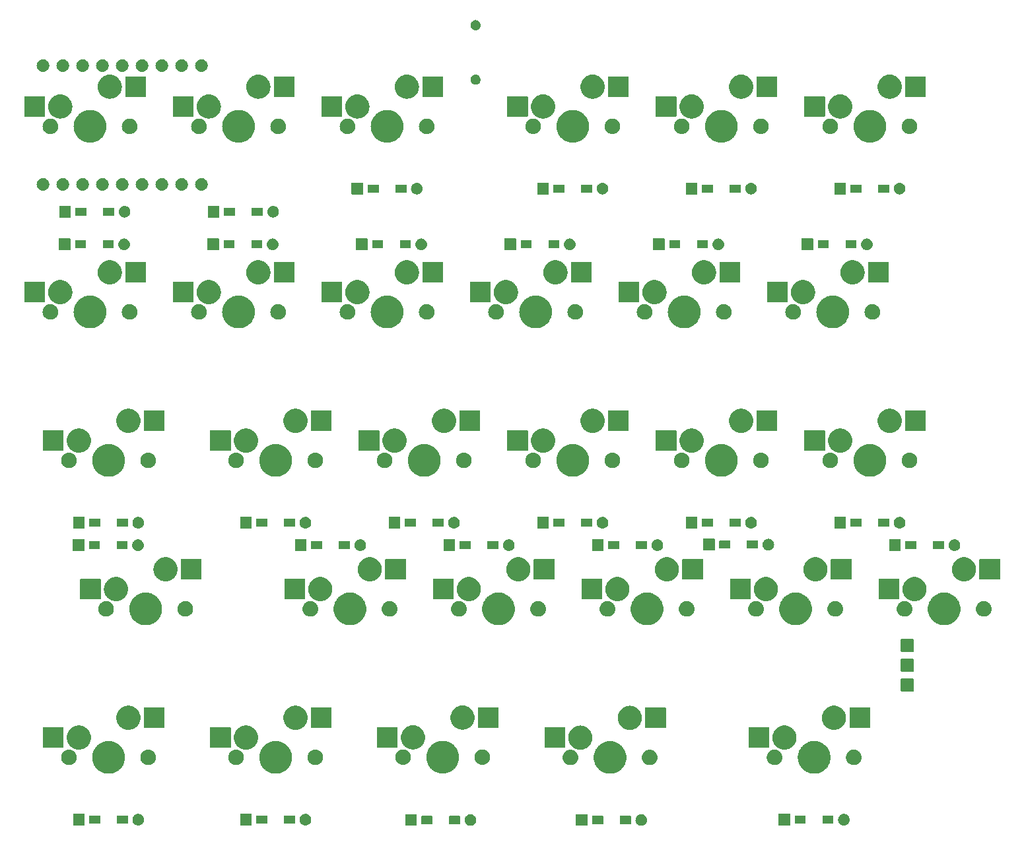
<source format=gbr>
G04 #@! TF.GenerationSoftware,KiCad,Pcbnew,7.0.8*
G04 #@! TF.CreationDate,2023-10-21T06:46:12+09:00*
G04 #@! TF.ProjectId,ckb9,636b6239-2e6b-4696-9361-645f70636258,rev?*
G04 #@! TF.SameCoordinates,Original*
G04 #@! TF.FileFunction,Soldermask,Bot*
G04 #@! TF.FilePolarity,Negative*
%FSLAX46Y46*%
G04 Gerber Fmt 4.6, Leading zero omitted, Abs format (unit mm)*
G04 Created by KiCad (PCBNEW 7.0.8) date 2023-10-21 06:46:12*
%MOMM*%
%LPD*%
G01*
G04 APERTURE LIST*
G04 APERTURE END LIST*
G36*
X466608017Y-21544382D02*
G01*
X466624562Y-21555438D01*
X466635618Y-21571983D01*
X466639500Y-21591500D01*
X466639500Y-22988500D01*
X466635618Y-23008017D01*
X466624562Y-23024562D01*
X466608017Y-23035618D01*
X466588500Y-23039500D01*
X465191500Y-23039500D01*
X465171983Y-23035618D01*
X465155438Y-23024562D01*
X465144382Y-23008017D01*
X465140500Y-22988500D01*
X465140500Y-21591500D01*
X465144382Y-21571983D01*
X465155438Y-21555438D01*
X465171983Y-21544382D01*
X465191500Y-21540500D01*
X466588500Y-21540500D01*
X466608017Y-21544382D01*
G37*
G36*
X473552520Y-21545291D02*
G01*
X473588270Y-21545291D01*
X473628602Y-21553863D01*
X473676779Y-21559292D01*
X473711806Y-21571548D01*
X473741397Y-21577838D01*
X473784037Y-21596823D01*
X473835196Y-21614724D01*
X473861828Y-21631458D01*
X473884405Y-21641510D01*
X473926496Y-21672091D01*
X473977306Y-21704017D01*
X473995553Y-21722264D01*
X474011052Y-21733525D01*
X474049371Y-21776082D01*
X474095983Y-21822694D01*
X474106702Y-21839753D01*
X474115803Y-21849861D01*
X474146939Y-21903790D01*
X474185276Y-21964804D01*
X474190062Y-21978483D01*
X474194072Y-21985428D01*
X474214607Y-22048629D01*
X474240708Y-22123221D01*
X474241697Y-22132003D01*
X474242448Y-22134313D01*
X474249250Y-22199032D01*
X474259500Y-22290000D01*
X474249249Y-22380975D01*
X474242448Y-22445686D01*
X474241697Y-22447995D01*
X474240708Y-22456779D01*
X474214603Y-22531383D01*
X474194072Y-22594571D01*
X474190063Y-22601513D01*
X474185276Y-22615196D01*
X474146931Y-22676220D01*
X474115803Y-22730138D01*
X474106704Y-22740242D01*
X474095983Y-22757306D01*
X474049362Y-22803926D01*
X474011052Y-22846474D01*
X473995557Y-22857731D01*
X473977306Y-22875983D01*
X473926486Y-22907914D01*
X473884405Y-22938489D01*
X473861833Y-22948538D01*
X473835196Y-22965276D01*
X473784027Y-22983180D01*
X473741397Y-23002161D01*
X473711812Y-23008449D01*
X473676779Y-23020708D01*
X473628600Y-23026136D01*
X473588270Y-23034709D01*
X473552520Y-23034709D01*
X473510000Y-23039500D01*
X473467480Y-23034709D01*
X473431730Y-23034709D01*
X473391399Y-23026136D01*
X473343221Y-23020708D01*
X473308188Y-23008449D01*
X473278602Y-23002161D01*
X473235967Y-22983178D01*
X473184804Y-22965276D01*
X473158168Y-22948539D01*
X473135594Y-22938489D01*
X473093505Y-22907909D01*
X473042694Y-22875983D01*
X473024445Y-22857734D01*
X473008947Y-22846474D01*
X472970627Y-22803916D01*
X472924017Y-22757306D01*
X472913297Y-22740246D01*
X472904196Y-22730138D01*
X472873055Y-22676201D01*
X472834724Y-22615196D01*
X472829938Y-22601518D01*
X472825927Y-22594571D01*
X472805382Y-22531343D01*
X472779292Y-22456779D01*
X472778302Y-22447999D01*
X472777551Y-22445686D01*
X472770735Y-22380843D01*
X472760500Y-22290000D01*
X472770734Y-22199164D01*
X472777551Y-22134313D01*
X472778302Y-22131998D01*
X472779292Y-22123221D01*
X472805378Y-22048669D01*
X472825927Y-21985428D01*
X472829938Y-21978479D01*
X472834724Y-21964804D01*
X472873048Y-21903810D01*
X472904196Y-21849861D01*
X472913300Y-21839749D01*
X472924017Y-21822694D01*
X472970613Y-21776097D01*
X473008948Y-21733523D01*
X473024453Y-21722257D01*
X473042694Y-21704017D01*
X473093488Y-21672101D01*
X473135592Y-21641511D01*
X473158173Y-21631456D01*
X473184804Y-21614724D01*
X473235957Y-21596824D01*
X473278602Y-21577838D01*
X473308194Y-21571548D01*
X473343221Y-21559292D01*
X473391396Y-21553863D01*
X473431730Y-21545291D01*
X473467480Y-21545291D01*
X473510000Y-21540500D01*
X473552520Y-21545291D01*
G37*
G36*
X488518017Y-21544382D02*
G01*
X488534562Y-21555438D01*
X488545618Y-21571983D01*
X488549500Y-21591500D01*
X488549500Y-22988500D01*
X488545618Y-23008017D01*
X488534562Y-23024562D01*
X488518017Y-23035618D01*
X488498500Y-23039500D01*
X487101500Y-23039500D01*
X487081983Y-23035618D01*
X487065438Y-23024562D01*
X487054382Y-23008017D01*
X487050500Y-22988500D01*
X487050500Y-21591500D01*
X487054382Y-21571983D01*
X487065438Y-21555438D01*
X487081983Y-21544382D01*
X487101500Y-21540500D01*
X488498500Y-21540500D01*
X488518017Y-21544382D01*
G37*
G36*
X495462520Y-21545291D02*
G01*
X495498270Y-21545291D01*
X495538602Y-21553863D01*
X495586779Y-21559292D01*
X495621806Y-21571548D01*
X495651397Y-21577838D01*
X495694037Y-21596823D01*
X495745196Y-21614724D01*
X495771828Y-21631458D01*
X495794405Y-21641510D01*
X495836496Y-21672091D01*
X495887306Y-21704017D01*
X495905553Y-21722264D01*
X495921052Y-21733525D01*
X495959371Y-21776082D01*
X496005983Y-21822694D01*
X496016702Y-21839753D01*
X496025803Y-21849861D01*
X496056939Y-21903790D01*
X496095276Y-21964804D01*
X496100062Y-21978483D01*
X496104072Y-21985428D01*
X496124607Y-22048629D01*
X496150708Y-22123221D01*
X496151697Y-22132003D01*
X496152448Y-22134313D01*
X496159250Y-22199032D01*
X496169500Y-22290000D01*
X496159249Y-22380975D01*
X496152448Y-22445686D01*
X496151697Y-22447995D01*
X496150708Y-22456779D01*
X496124603Y-22531383D01*
X496104072Y-22594571D01*
X496100063Y-22601513D01*
X496095276Y-22615196D01*
X496056931Y-22676220D01*
X496025803Y-22730138D01*
X496016704Y-22740242D01*
X496005983Y-22757306D01*
X495959362Y-22803926D01*
X495921052Y-22846474D01*
X495905557Y-22857731D01*
X495887306Y-22875983D01*
X495836486Y-22907914D01*
X495794405Y-22938489D01*
X495771833Y-22948538D01*
X495745196Y-22965276D01*
X495694027Y-22983180D01*
X495651397Y-23002161D01*
X495621812Y-23008449D01*
X495586779Y-23020708D01*
X495538600Y-23026136D01*
X495498270Y-23034709D01*
X495462520Y-23034709D01*
X495420000Y-23039500D01*
X495377480Y-23034709D01*
X495341730Y-23034709D01*
X495301399Y-23026136D01*
X495253221Y-23020708D01*
X495218188Y-23008449D01*
X495188602Y-23002161D01*
X495145967Y-22983178D01*
X495094804Y-22965276D01*
X495068168Y-22948539D01*
X495045594Y-22938489D01*
X495003505Y-22907909D01*
X494952694Y-22875983D01*
X494934445Y-22857734D01*
X494918947Y-22846474D01*
X494880627Y-22803916D01*
X494834017Y-22757306D01*
X494823297Y-22740246D01*
X494814196Y-22730138D01*
X494783055Y-22676201D01*
X494744724Y-22615196D01*
X494739938Y-22601518D01*
X494735927Y-22594571D01*
X494715382Y-22531343D01*
X494689292Y-22456779D01*
X494688302Y-22447999D01*
X494687551Y-22445686D01*
X494680735Y-22380843D01*
X494670500Y-22290000D01*
X494680734Y-22199164D01*
X494687551Y-22134313D01*
X494688302Y-22131998D01*
X494689292Y-22123221D01*
X494715378Y-22048669D01*
X494735927Y-21985428D01*
X494739938Y-21978479D01*
X494744724Y-21964804D01*
X494783048Y-21903810D01*
X494814196Y-21849861D01*
X494823300Y-21839749D01*
X494834017Y-21822694D01*
X494880613Y-21776097D01*
X494918948Y-21733523D01*
X494934453Y-21722257D01*
X494952694Y-21704017D01*
X495003488Y-21672101D01*
X495045592Y-21641511D01*
X495068173Y-21631456D01*
X495094804Y-21614724D01*
X495145957Y-21596824D01*
X495188602Y-21577838D01*
X495218194Y-21571548D01*
X495253221Y-21559292D01*
X495301396Y-21553863D01*
X495341730Y-21545291D01*
X495377480Y-21545291D01*
X495420000Y-21540500D01*
X495462520Y-21545291D01*
G37*
G36*
X424009017Y-21496882D02*
G01*
X424025562Y-21507938D01*
X424036618Y-21524483D01*
X424040500Y-21544000D01*
X424040500Y-22941000D01*
X424036618Y-22960517D01*
X424025562Y-22977062D01*
X424009017Y-22988118D01*
X423989500Y-22992000D01*
X422592500Y-22992000D01*
X422572983Y-22988118D01*
X422556438Y-22977062D01*
X422545382Y-22960517D01*
X422541500Y-22941000D01*
X422541500Y-21544000D01*
X422545382Y-21524483D01*
X422556438Y-21507938D01*
X422572983Y-21496882D01*
X422592500Y-21493000D01*
X423989500Y-21493000D01*
X424009017Y-21496882D01*
G37*
G36*
X430953520Y-21497791D02*
G01*
X430989270Y-21497791D01*
X431029602Y-21506363D01*
X431077779Y-21511792D01*
X431112806Y-21524048D01*
X431142397Y-21530338D01*
X431185037Y-21549323D01*
X431236196Y-21567224D01*
X431262828Y-21583958D01*
X431285405Y-21594010D01*
X431327496Y-21624591D01*
X431378306Y-21656517D01*
X431396553Y-21674764D01*
X431412052Y-21686025D01*
X431450371Y-21728582D01*
X431496983Y-21775194D01*
X431507702Y-21792253D01*
X431516803Y-21802361D01*
X431547939Y-21856290D01*
X431586276Y-21917304D01*
X431591062Y-21930983D01*
X431595072Y-21937928D01*
X431615607Y-22001129D01*
X431641708Y-22075721D01*
X431642697Y-22084503D01*
X431643448Y-22086813D01*
X431650250Y-22151532D01*
X431660500Y-22242500D01*
X431650249Y-22333475D01*
X431643448Y-22398186D01*
X431642697Y-22400495D01*
X431641708Y-22409279D01*
X431615603Y-22483883D01*
X431595072Y-22547071D01*
X431591063Y-22554013D01*
X431586276Y-22567696D01*
X431547931Y-22628720D01*
X431516803Y-22682638D01*
X431507704Y-22692742D01*
X431496983Y-22709806D01*
X431450362Y-22756426D01*
X431412052Y-22798974D01*
X431396557Y-22810231D01*
X431378306Y-22828483D01*
X431327486Y-22860414D01*
X431285405Y-22890989D01*
X431262833Y-22901038D01*
X431236196Y-22917776D01*
X431185027Y-22935680D01*
X431142397Y-22954661D01*
X431112812Y-22960949D01*
X431077779Y-22973208D01*
X431029600Y-22978636D01*
X430989270Y-22987209D01*
X430953520Y-22987209D01*
X430911000Y-22992000D01*
X430868480Y-22987209D01*
X430832730Y-22987209D01*
X430792399Y-22978636D01*
X430744221Y-22973208D01*
X430709188Y-22960949D01*
X430679602Y-22954661D01*
X430636967Y-22935678D01*
X430585804Y-22917776D01*
X430559168Y-22901039D01*
X430536594Y-22890989D01*
X430494505Y-22860409D01*
X430443694Y-22828483D01*
X430425445Y-22810234D01*
X430409947Y-22798974D01*
X430371627Y-22756416D01*
X430325017Y-22709806D01*
X430314297Y-22692746D01*
X430305196Y-22682638D01*
X430274055Y-22628701D01*
X430235724Y-22567696D01*
X430230938Y-22554018D01*
X430226927Y-22547071D01*
X430206382Y-22483843D01*
X430180292Y-22409279D01*
X430179302Y-22400499D01*
X430178551Y-22398186D01*
X430171735Y-22333343D01*
X430161500Y-22242500D01*
X430171734Y-22151664D01*
X430178551Y-22086813D01*
X430179302Y-22084498D01*
X430180292Y-22075721D01*
X430206378Y-22001169D01*
X430226927Y-21937928D01*
X430230938Y-21930979D01*
X430235724Y-21917304D01*
X430274048Y-21856310D01*
X430305196Y-21802361D01*
X430314300Y-21792249D01*
X430325017Y-21775194D01*
X430371613Y-21728597D01*
X430409948Y-21686023D01*
X430425453Y-21674757D01*
X430443694Y-21656517D01*
X430494488Y-21624601D01*
X430536592Y-21594011D01*
X430559173Y-21583956D01*
X430585804Y-21567224D01*
X430636957Y-21549324D01*
X430679602Y-21530338D01*
X430709194Y-21524048D01*
X430744221Y-21511792D01*
X430792396Y-21506363D01*
X430832730Y-21497791D01*
X430868480Y-21497791D01*
X430911000Y-21493000D01*
X430953520Y-21497791D01*
G37*
G36*
X445440517Y-21496882D02*
G01*
X445457062Y-21507938D01*
X445468118Y-21524483D01*
X445472000Y-21544000D01*
X445472000Y-22941000D01*
X445468118Y-22960517D01*
X445457062Y-22977062D01*
X445440517Y-22988118D01*
X445421000Y-22992000D01*
X444024000Y-22992000D01*
X444004483Y-22988118D01*
X443987938Y-22977062D01*
X443976882Y-22960517D01*
X443973000Y-22941000D01*
X443973000Y-21544000D01*
X443976882Y-21524483D01*
X443987938Y-21507938D01*
X444004483Y-21496882D01*
X444024000Y-21493000D01*
X445421000Y-21493000D01*
X445440517Y-21496882D01*
G37*
G36*
X452385020Y-21497791D02*
G01*
X452420770Y-21497791D01*
X452461102Y-21506363D01*
X452509279Y-21511792D01*
X452544306Y-21524048D01*
X452573897Y-21530338D01*
X452616537Y-21549323D01*
X452667696Y-21567224D01*
X452694328Y-21583958D01*
X452716905Y-21594010D01*
X452758996Y-21624591D01*
X452809806Y-21656517D01*
X452828053Y-21674764D01*
X452843552Y-21686025D01*
X452881871Y-21728582D01*
X452928483Y-21775194D01*
X452939202Y-21792253D01*
X452948303Y-21802361D01*
X452979439Y-21856290D01*
X453017776Y-21917304D01*
X453022562Y-21930983D01*
X453026572Y-21937928D01*
X453047107Y-22001129D01*
X453073208Y-22075721D01*
X453074197Y-22084503D01*
X453074948Y-22086813D01*
X453081750Y-22151532D01*
X453092000Y-22242500D01*
X453081749Y-22333475D01*
X453074948Y-22398186D01*
X453074197Y-22400495D01*
X453073208Y-22409279D01*
X453047103Y-22483883D01*
X453026572Y-22547071D01*
X453022563Y-22554013D01*
X453017776Y-22567696D01*
X452979431Y-22628720D01*
X452948303Y-22682638D01*
X452939204Y-22692742D01*
X452928483Y-22709806D01*
X452881862Y-22756426D01*
X452843552Y-22798974D01*
X452828057Y-22810231D01*
X452809806Y-22828483D01*
X452758986Y-22860414D01*
X452716905Y-22890989D01*
X452694333Y-22901038D01*
X452667696Y-22917776D01*
X452616527Y-22935680D01*
X452573897Y-22954661D01*
X452544312Y-22960949D01*
X452509279Y-22973208D01*
X452461100Y-22978636D01*
X452420770Y-22987209D01*
X452385020Y-22987209D01*
X452342500Y-22992000D01*
X452299980Y-22987209D01*
X452264230Y-22987209D01*
X452223899Y-22978636D01*
X452175721Y-22973208D01*
X452140688Y-22960949D01*
X452111102Y-22954661D01*
X452068467Y-22935678D01*
X452017304Y-22917776D01*
X451990668Y-22901039D01*
X451968094Y-22890989D01*
X451926005Y-22860409D01*
X451875194Y-22828483D01*
X451856945Y-22810234D01*
X451841447Y-22798974D01*
X451803127Y-22756416D01*
X451756517Y-22709806D01*
X451745797Y-22692746D01*
X451736696Y-22682638D01*
X451705555Y-22628701D01*
X451667224Y-22567696D01*
X451662438Y-22554018D01*
X451658427Y-22547071D01*
X451637882Y-22483843D01*
X451611792Y-22409279D01*
X451610802Y-22400499D01*
X451610051Y-22398186D01*
X451603235Y-22333343D01*
X451593000Y-22242500D01*
X451603234Y-22151664D01*
X451610051Y-22086813D01*
X451610802Y-22084498D01*
X451611792Y-22075721D01*
X451637878Y-22001169D01*
X451658427Y-21937928D01*
X451662438Y-21930979D01*
X451667224Y-21917304D01*
X451705548Y-21856310D01*
X451736696Y-21802361D01*
X451745800Y-21792249D01*
X451756517Y-21775194D01*
X451803113Y-21728597D01*
X451841448Y-21686023D01*
X451856953Y-21674757D01*
X451875194Y-21656517D01*
X451925988Y-21624601D01*
X451968092Y-21594011D01*
X451990673Y-21583956D01*
X452017304Y-21567224D01*
X452068457Y-21549324D01*
X452111102Y-21530338D01*
X452140694Y-21524048D01*
X452175721Y-21511792D01*
X452223896Y-21506363D01*
X452264230Y-21497791D01*
X452299980Y-21497791D01*
X452342500Y-21493000D01*
X452385020Y-21497791D01*
G37*
G36*
X514497017Y-21496882D02*
G01*
X514513562Y-21507938D01*
X514524618Y-21524483D01*
X514528500Y-21544000D01*
X514528500Y-22941000D01*
X514524618Y-22960517D01*
X514513562Y-22977062D01*
X514497017Y-22988118D01*
X514477500Y-22992000D01*
X513080500Y-22992000D01*
X513060983Y-22988118D01*
X513044438Y-22977062D01*
X513033382Y-22960517D01*
X513029500Y-22941000D01*
X513029500Y-21544000D01*
X513033382Y-21524483D01*
X513044438Y-21507938D01*
X513060983Y-21496882D01*
X513080500Y-21493000D01*
X514477500Y-21493000D01*
X514497017Y-21496882D01*
G37*
G36*
X521441520Y-21497791D02*
G01*
X521477270Y-21497791D01*
X521517602Y-21506363D01*
X521565779Y-21511792D01*
X521600806Y-21524048D01*
X521630397Y-21530338D01*
X521673037Y-21549323D01*
X521724196Y-21567224D01*
X521750828Y-21583958D01*
X521773405Y-21594010D01*
X521815496Y-21624591D01*
X521866306Y-21656517D01*
X521884553Y-21674764D01*
X521900052Y-21686025D01*
X521938371Y-21728582D01*
X521984983Y-21775194D01*
X521995702Y-21792253D01*
X522004803Y-21802361D01*
X522035939Y-21856290D01*
X522074276Y-21917304D01*
X522079062Y-21930983D01*
X522083072Y-21937928D01*
X522103607Y-22001129D01*
X522129708Y-22075721D01*
X522130697Y-22084503D01*
X522131448Y-22086813D01*
X522138250Y-22151532D01*
X522148500Y-22242500D01*
X522138249Y-22333475D01*
X522131448Y-22398186D01*
X522130697Y-22400495D01*
X522129708Y-22409279D01*
X522103603Y-22483883D01*
X522083072Y-22547071D01*
X522079063Y-22554013D01*
X522074276Y-22567696D01*
X522035931Y-22628720D01*
X522004803Y-22682638D01*
X521995704Y-22692742D01*
X521984983Y-22709806D01*
X521938362Y-22756426D01*
X521900052Y-22798974D01*
X521884557Y-22810231D01*
X521866306Y-22828483D01*
X521815486Y-22860414D01*
X521773405Y-22890989D01*
X521750833Y-22901038D01*
X521724196Y-22917776D01*
X521673027Y-22935680D01*
X521630397Y-22954661D01*
X521600812Y-22960949D01*
X521565779Y-22973208D01*
X521517600Y-22978636D01*
X521477270Y-22987209D01*
X521441520Y-22987209D01*
X521399000Y-22992000D01*
X521356480Y-22987209D01*
X521320730Y-22987209D01*
X521280399Y-22978636D01*
X521232221Y-22973208D01*
X521197188Y-22960949D01*
X521167602Y-22954661D01*
X521124967Y-22935678D01*
X521073804Y-22917776D01*
X521047168Y-22901039D01*
X521024594Y-22890989D01*
X520982505Y-22860409D01*
X520931694Y-22828483D01*
X520913445Y-22810234D01*
X520897947Y-22798974D01*
X520859627Y-22756416D01*
X520813017Y-22709806D01*
X520802297Y-22692746D01*
X520793196Y-22682638D01*
X520762055Y-22628701D01*
X520723724Y-22567696D01*
X520718938Y-22554018D01*
X520714927Y-22547071D01*
X520694382Y-22483843D01*
X520668292Y-22409279D01*
X520667302Y-22400499D01*
X520666551Y-22398186D01*
X520659735Y-22333343D01*
X520649500Y-22242500D01*
X520659734Y-22151664D01*
X520666551Y-22086813D01*
X520667302Y-22084498D01*
X520668292Y-22075721D01*
X520694378Y-22001169D01*
X520714927Y-21937928D01*
X520718938Y-21930979D01*
X520723724Y-21917304D01*
X520762048Y-21856310D01*
X520793196Y-21802361D01*
X520802300Y-21792249D01*
X520813017Y-21775194D01*
X520859613Y-21728597D01*
X520897948Y-21686023D01*
X520913453Y-21674757D01*
X520931694Y-21656517D01*
X520982488Y-21624601D01*
X521024592Y-21594011D01*
X521047173Y-21583956D01*
X521073804Y-21567224D01*
X521124957Y-21549324D01*
X521167602Y-21530338D01*
X521197194Y-21524048D01*
X521232221Y-21511792D01*
X521280396Y-21506363D01*
X521320730Y-21497791D01*
X521356480Y-21497791D01*
X521399000Y-21493000D01*
X521441520Y-21497791D01*
G37*
G36*
X468594517Y-21767882D02*
G01*
X468611062Y-21778938D01*
X468622118Y-21795483D01*
X468626000Y-21815000D01*
X468626000Y-22765000D01*
X468622118Y-22784517D01*
X468611062Y-22801062D01*
X468594517Y-22812118D01*
X468575000Y-22816000D01*
X467275000Y-22816000D01*
X467255483Y-22812118D01*
X467238938Y-22801062D01*
X467227882Y-22784517D01*
X467224000Y-22765000D01*
X467224000Y-21815000D01*
X467227882Y-21795483D01*
X467238938Y-21778938D01*
X467255483Y-21767882D01*
X467275000Y-21764000D01*
X468575000Y-21764000D01*
X468594517Y-21767882D01*
G37*
G36*
X472144517Y-21767882D02*
G01*
X472161062Y-21778938D01*
X472172118Y-21795483D01*
X472176000Y-21815000D01*
X472176000Y-22765000D01*
X472172118Y-22784517D01*
X472161062Y-22801062D01*
X472144517Y-22812118D01*
X472125000Y-22816000D01*
X470825000Y-22816000D01*
X470805483Y-22812118D01*
X470788938Y-22801062D01*
X470777882Y-22784517D01*
X470774000Y-22765000D01*
X470774000Y-21815000D01*
X470777882Y-21795483D01*
X470788938Y-21778938D01*
X470805483Y-21767882D01*
X470825000Y-21764000D01*
X472125000Y-21764000D01*
X472144517Y-21767882D01*
G37*
G36*
X490504517Y-21767882D02*
G01*
X490521062Y-21778938D01*
X490532118Y-21795483D01*
X490536000Y-21815000D01*
X490536000Y-22765000D01*
X490532118Y-22784517D01*
X490521062Y-22801062D01*
X490504517Y-22812118D01*
X490485000Y-22816000D01*
X489185000Y-22816000D01*
X489165483Y-22812118D01*
X489148938Y-22801062D01*
X489137882Y-22784517D01*
X489134000Y-22765000D01*
X489134000Y-21815000D01*
X489137882Y-21795483D01*
X489148938Y-21778938D01*
X489165483Y-21767882D01*
X489185000Y-21764000D01*
X490485000Y-21764000D01*
X490504517Y-21767882D01*
G37*
G36*
X494054517Y-21767882D02*
G01*
X494071062Y-21778938D01*
X494082118Y-21795483D01*
X494086000Y-21815000D01*
X494086000Y-22765000D01*
X494082118Y-22784517D01*
X494071062Y-22801062D01*
X494054517Y-22812118D01*
X494035000Y-22816000D01*
X492735000Y-22816000D01*
X492715483Y-22812118D01*
X492698938Y-22801062D01*
X492687882Y-22784517D01*
X492684000Y-22765000D01*
X492684000Y-21815000D01*
X492687882Y-21795483D01*
X492698938Y-21778938D01*
X492715483Y-21767882D01*
X492735000Y-21764000D01*
X494035000Y-21764000D01*
X494054517Y-21767882D01*
G37*
G36*
X425995517Y-21720382D02*
G01*
X426012062Y-21731438D01*
X426023118Y-21747983D01*
X426027000Y-21767500D01*
X426027000Y-22717500D01*
X426023118Y-22737017D01*
X426012062Y-22753562D01*
X425995517Y-22764618D01*
X425976000Y-22768500D01*
X424676000Y-22768500D01*
X424656483Y-22764618D01*
X424639938Y-22753562D01*
X424628882Y-22737017D01*
X424625000Y-22717500D01*
X424625000Y-21767500D01*
X424628882Y-21747983D01*
X424639938Y-21731438D01*
X424656483Y-21720382D01*
X424676000Y-21716500D01*
X425976000Y-21716500D01*
X425995517Y-21720382D01*
G37*
G36*
X429545517Y-21720382D02*
G01*
X429562062Y-21731438D01*
X429573118Y-21747983D01*
X429577000Y-21767500D01*
X429577000Y-22717500D01*
X429573118Y-22737017D01*
X429562062Y-22753562D01*
X429545517Y-22764618D01*
X429526000Y-22768500D01*
X428226000Y-22768500D01*
X428206483Y-22764618D01*
X428189938Y-22753562D01*
X428178882Y-22737017D01*
X428175000Y-22717500D01*
X428175000Y-21767500D01*
X428178882Y-21747983D01*
X428189938Y-21731438D01*
X428206483Y-21720382D01*
X428226000Y-21716500D01*
X429526000Y-21716500D01*
X429545517Y-21720382D01*
G37*
G36*
X447427017Y-21720382D02*
G01*
X447443562Y-21731438D01*
X447454618Y-21747983D01*
X447458500Y-21767500D01*
X447458500Y-22717500D01*
X447454618Y-22737017D01*
X447443562Y-22753562D01*
X447427017Y-22764618D01*
X447407500Y-22768500D01*
X446107500Y-22768500D01*
X446087983Y-22764618D01*
X446071438Y-22753562D01*
X446060382Y-22737017D01*
X446056500Y-22717500D01*
X446056500Y-21767500D01*
X446060382Y-21747983D01*
X446071438Y-21731438D01*
X446087983Y-21720382D01*
X446107500Y-21716500D01*
X447407500Y-21716500D01*
X447427017Y-21720382D01*
G37*
G36*
X450977017Y-21720382D02*
G01*
X450993562Y-21731438D01*
X451004618Y-21747983D01*
X451008500Y-21767500D01*
X451008500Y-22717500D01*
X451004618Y-22737017D01*
X450993562Y-22753562D01*
X450977017Y-22764618D01*
X450957500Y-22768500D01*
X449657500Y-22768500D01*
X449637983Y-22764618D01*
X449621438Y-22753562D01*
X449610382Y-22737017D01*
X449606500Y-22717500D01*
X449606500Y-21767500D01*
X449610382Y-21747983D01*
X449621438Y-21731438D01*
X449637983Y-21720382D01*
X449657500Y-21716500D01*
X450957500Y-21716500D01*
X450977017Y-21720382D01*
G37*
G36*
X516483517Y-21720382D02*
G01*
X516500062Y-21731438D01*
X516511118Y-21747983D01*
X516515000Y-21767500D01*
X516515000Y-22717500D01*
X516511118Y-22737017D01*
X516500062Y-22753562D01*
X516483517Y-22764618D01*
X516464000Y-22768500D01*
X515164000Y-22768500D01*
X515144483Y-22764618D01*
X515127938Y-22753562D01*
X515116882Y-22737017D01*
X515113000Y-22717500D01*
X515113000Y-21767500D01*
X515116882Y-21747983D01*
X515127938Y-21731438D01*
X515144483Y-21720382D01*
X515164000Y-21716500D01*
X516464000Y-21716500D01*
X516483517Y-21720382D01*
G37*
G36*
X520033517Y-21720382D02*
G01*
X520050062Y-21731438D01*
X520061118Y-21747983D01*
X520065000Y-21767500D01*
X520065000Y-22717500D01*
X520061118Y-22737017D01*
X520050062Y-22753562D01*
X520033517Y-22764618D01*
X520014000Y-22768500D01*
X518714000Y-22768500D01*
X518694483Y-22764618D01*
X518677938Y-22753562D01*
X518666882Y-22737017D01*
X518663000Y-22717500D01*
X518663000Y-21767500D01*
X518666882Y-21747983D01*
X518677938Y-21731438D01*
X518694483Y-21720382D01*
X518714000Y-21716500D01*
X520014000Y-21716500D01*
X520033517Y-21720382D01*
G37*
G36*
X491480651Y-12153898D02*
G01*
X491553377Y-12153898D01*
X491619679Y-12163010D01*
X491684198Y-12167240D01*
X491759669Y-12182251D01*
X491837461Y-12192944D01*
X491896285Y-12209426D01*
X491953709Y-12220848D01*
X492032461Y-12247580D01*
X492113582Y-12270310D01*
X492164241Y-12292314D01*
X492213917Y-12309177D01*
X492294117Y-12348727D01*
X492376597Y-12384553D01*
X492418767Y-12410197D01*
X492460361Y-12430709D01*
X492539975Y-12483905D01*
X492621605Y-12533546D01*
X492655331Y-12560984D01*
X492688844Y-12583377D01*
X492765672Y-12650753D01*
X492844044Y-12714514D01*
X492869694Y-12741978D01*
X492895441Y-12764558D01*
X492967176Y-12846356D01*
X493039769Y-12924084D01*
X493058033Y-12949959D01*
X493076622Y-12971155D01*
X493140899Y-13067352D01*
X493205135Y-13158354D01*
X493216984Y-13181222D01*
X493229288Y-13199636D01*
X493283744Y-13310063D01*
X493337061Y-13412959D01*
X493343701Y-13431644D01*
X493350823Y-13446085D01*
X493393173Y-13570844D01*
X493433089Y-13683157D01*
X493435915Y-13696758D01*
X493439151Y-13706290D01*
X493467215Y-13847384D01*
X493491431Y-13963914D01*
X493491974Y-13971855D01*
X493492759Y-13975801D01*
X493504579Y-14156136D01*
X493511000Y-14250000D01*
X493504578Y-14343870D01*
X493492759Y-14524198D01*
X493491974Y-14528142D01*
X493491431Y-14536086D01*
X493467211Y-14652637D01*
X493439151Y-14793709D01*
X493435915Y-14803239D01*
X493433089Y-14816843D01*
X493393165Y-14929176D01*
X493350822Y-15053917D01*
X493343701Y-15068355D01*
X493337061Y-15087041D01*
X493283750Y-15189924D01*
X493229290Y-15300361D01*
X493216984Y-15318776D01*
X493205135Y-15341646D01*
X493140891Y-15432657D01*
X493076622Y-15528844D01*
X493058037Y-15550035D01*
X493039769Y-15575916D01*
X492967162Y-15653658D01*
X492895441Y-15735441D01*
X492869699Y-15758015D01*
X492844044Y-15785486D01*
X492765656Y-15849258D01*
X492688844Y-15916622D01*
X492655338Y-15939009D01*
X492621605Y-15966454D01*
X492539958Y-16016104D01*
X492460361Y-16069290D01*
X492418775Y-16089797D01*
X492376597Y-16115447D01*
X492294100Y-16151280D01*
X492213917Y-16190822D01*
X492164251Y-16207681D01*
X492113582Y-16229690D01*
X492032444Y-16252423D01*
X491953709Y-16279151D01*
X491896298Y-16290570D01*
X491837461Y-16307056D01*
X491759653Y-16317750D01*
X491684198Y-16332759D01*
X491619693Y-16336987D01*
X491553377Y-16346102D01*
X491480636Y-16346102D01*
X491410000Y-16350732D01*
X491339364Y-16346102D01*
X491266623Y-16346102D01*
X491200307Y-16336987D01*
X491135801Y-16332759D01*
X491060343Y-16317749D01*
X490982539Y-16307056D01*
X490923704Y-16290571D01*
X490866290Y-16279151D01*
X490787549Y-16252422D01*
X490706418Y-16229690D01*
X490655751Y-16207682D01*
X490606082Y-16190822D01*
X490525891Y-16151276D01*
X490443403Y-16115447D01*
X490401228Y-16089799D01*
X490359638Y-16069290D01*
X490280030Y-16016097D01*
X490198395Y-15966454D01*
X490164666Y-15939013D01*
X490131155Y-15916622D01*
X490054329Y-15849247D01*
X489975956Y-15785486D01*
X489950305Y-15758020D01*
X489924558Y-15735441D01*
X489852821Y-15653641D01*
X489780231Y-15575916D01*
X489761966Y-15550041D01*
X489743377Y-15528844D01*
X489679089Y-15432631D01*
X489614865Y-15341646D01*
X489603018Y-15318783D01*
X489590709Y-15300361D01*
X489536228Y-15189884D01*
X489482939Y-15087041D01*
X489476300Y-15068362D01*
X489469177Y-15053917D01*
X489426811Y-14929113D01*
X489386911Y-14816843D01*
X489384085Y-14803246D01*
X489380848Y-14793709D01*
X489352765Y-14652525D01*
X489328569Y-14536086D01*
X489328026Y-14528150D01*
X489327240Y-14524198D01*
X489315397Y-14343520D01*
X489309000Y-14250000D01*
X489315396Y-14156487D01*
X489327240Y-13975801D01*
X489328026Y-13971847D01*
X489328569Y-13963914D01*
X489352760Y-13847496D01*
X489380848Y-13706290D01*
X489384086Y-13696750D01*
X489386911Y-13683157D01*
X489426804Y-13570907D01*
X489469176Y-13446085D01*
X489476300Y-13431637D01*
X489482939Y-13412959D01*
X489536234Y-13310103D01*
X489590711Y-13199636D01*
X489603018Y-13181216D01*
X489614865Y-13158354D01*
X489679082Y-13067379D01*
X489743377Y-12971155D01*
X489761970Y-12949953D01*
X489780231Y-12924084D01*
X489852807Y-12846374D01*
X489924558Y-12764558D01*
X489950310Y-12741973D01*
X489975956Y-12714514D01*
X490054313Y-12650765D01*
X490131155Y-12583377D01*
X490164672Y-12560981D01*
X490198395Y-12533546D01*
X490280020Y-12483908D01*
X490359636Y-12430711D01*
X490401228Y-12410199D01*
X490443403Y-12384553D01*
X490525885Y-12348726D01*
X490606085Y-12309176D01*
X490655762Y-12292312D01*
X490706418Y-12270310D01*
X490787533Y-12247582D01*
X490866290Y-12220848D01*
X490923716Y-12209425D01*
X490982539Y-12192944D01*
X491060327Y-12182252D01*
X491135801Y-12167240D01*
X491200321Y-12163010D01*
X491266623Y-12153898D01*
X491339349Y-12153898D01*
X491410000Y-12149267D01*
X491480651Y-12153898D01*
G37*
G36*
X427171651Y-12146398D02*
G01*
X427244377Y-12146398D01*
X427310679Y-12155510D01*
X427375198Y-12159740D01*
X427450669Y-12174751D01*
X427528461Y-12185444D01*
X427587285Y-12201926D01*
X427644709Y-12213348D01*
X427723461Y-12240080D01*
X427804582Y-12262810D01*
X427855241Y-12284814D01*
X427904917Y-12301677D01*
X427985117Y-12341227D01*
X428067597Y-12377053D01*
X428109767Y-12402697D01*
X428151361Y-12423209D01*
X428230975Y-12476405D01*
X428312605Y-12526046D01*
X428346331Y-12553484D01*
X428379844Y-12575877D01*
X428456672Y-12643253D01*
X428535044Y-12707014D01*
X428560694Y-12734478D01*
X428586441Y-12757058D01*
X428658176Y-12838856D01*
X428730769Y-12916584D01*
X428749033Y-12942459D01*
X428767622Y-12963655D01*
X428831899Y-13059852D01*
X428896135Y-13150854D01*
X428907984Y-13173722D01*
X428920288Y-13192136D01*
X428974744Y-13302563D01*
X429028061Y-13405459D01*
X429034701Y-13424144D01*
X429041823Y-13438585D01*
X429084173Y-13563344D01*
X429124089Y-13675657D01*
X429126915Y-13689258D01*
X429130151Y-13698790D01*
X429158215Y-13839884D01*
X429182431Y-13956414D01*
X429182974Y-13964355D01*
X429183759Y-13968301D01*
X429195579Y-14148636D01*
X429202000Y-14242500D01*
X429195578Y-14336370D01*
X429183759Y-14516698D01*
X429182974Y-14520642D01*
X429182431Y-14528586D01*
X429158211Y-14645137D01*
X429130151Y-14786209D01*
X429126915Y-14795739D01*
X429124089Y-14809343D01*
X429084165Y-14921676D01*
X429041822Y-15046417D01*
X429034701Y-15060855D01*
X429028061Y-15079541D01*
X428974750Y-15182424D01*
X428920290Y-15292861D01*
X428907984Y-15311276D01*
X428896135Y-15334146D01*
X428831891Y-15425157D01*
X428767622Y-15521344D01*
X428749037Y-15542535D01*
X428730769Y-15568416D01*
X428658162Y-15646158D01*
X428586441Y-15727941D01*
X428560699Y-15750515D01*
X428535044Y-15777986D01*
X428456656Y-15841758D01*
X428379844Y-15909122D01*
X428346338Y-15931509D01*
X428312605Y-15958954D01*
X428230958Y-16008604D01*
X428151361Y-16061790D01*
X428109775Y-16082297D01*
X428067597Y-16107947D01*
X427985100Y-16143780D01*
X427904917Y-16183322D01*
X427855251Y-16200181D01*
X427804582Y-16222190D01*
X427723444Y-16244923D01*
X427644709Y-16271651D01*
X427587298Y-16283070D01*
X427528461Y-16299556D01*
X427450653Y-16310250D01*
X427375198Y-16325259D01*
X427310693Y-16329487D01*
X427244377Y-16338602D01*
X427171636Y-16338602D01*
X427101000Y-16343232D01*
X427030364Y-16338602D01*
X426957623Y-16338602D01*
X426891307Y-16329487D01*
X426826801Y-16325259D01*
X426751343Y-16310249D01*
X426673539Y-16299556D01*
X426614704Y-16283071D01*
X426557290Y-16271651D01*
X426478549Y-16244922D01*
X426397418Y-16222190D01*
X426346751Y-16200182D01*
X426297082Y-16183322D01*
X426216891Y-16143776D01*
X426134403Y-16107947D01*
X426092228Y-16082299D01*
X426050638Y-16061790D01*
X425971030Y-16008597D01*
X425889395Y-15958954D01*
X425855666Y-15931513D01*
X425822155Y-15909122D01*
X425745329Y-15841747D01*
X425666956Y-15777986D01*
X425641305Y-15750520D01*
X425615558Y-15727941D01*
X425543821Y-15646141D01*
X425471231Y-15568416D01*
X425452966Y-15542541D01*
X425434377Y-15521344D01*
X425370089Y-15425131D01*
X425305865Y-15334146D01*
X425294018Y-15311283D01*
X425281709Y-15292861D01*
X425227228Y-15182384D01*
X425173939Y-15079541D01*
X425167300Y-15060862D01*
X425160177Y-15046417D01*
X425117811Y-14921613D01*
X425077911Y-14809343D01*
X425075085Y-14795746D01*
X425071848Y-14786209D01*
X425043765Y-14645025D01*
X425019569Y-14528586D01*
X425019026Y-14520650D01*
X425018240Y-14516698D01*
X425006397Y-14336020D01*
X425000000Y-14242500D01*
X425006396Y-14148987D01*
X425018240Y-13968301D01*
X425019026Y-13964347D01*
X425019569Y-13956414D01*
X425043760Y-13839996D01*
X425071848Y-13698790D01*
X425075086Y-13689250D01*
X425077911Y-13675657D01*
X425117804Y-13563407D01*
X425160176Y-13438585D01*
X425167300Y-13424137D01*
X425173939Y-13405459D01*
X425227234Y-13302603D01*
X425281711Y-13192136D01*
X425294018Y-13173716D01*
X425305865Y-13150854D01*
X425370082Y-13059879D01*
X425434377Y-12963655D01*
X425452970Y-12942453D01*
X425471231Y-12916584D01*
X425543807Y-12838874D01*
X425615558Y-12757058D01*
X425641310Y-12734473D01*
X425666956Y-12707014D01*
X425745313Y-12643265D01*
X425822155Y-12575877D01*
X425855672Y-12553481D01*
X425889395Y-12526046D01*
X425971020Y-12476408D01*
X426050636Y-12423211D01*
X426092228Y-12402699D01*
X426134403Y-12377053D01*
X426216885Y-12341226D01*
X426297085Y-12301676D01*
X426346762Y-12284812D01*
X426397418Y-12262810D01*
X426478533Y-12240082D01*
X426557290Y-12213348D01*
X426614716Y-12201925D01*
X426673539Y-12185444D01*
X426751327Y-12174752D01*
X426826801Y-12159740D01*
X426891321Y-12155510D01*
X426957623Y-12146398D01*
X427030349Y-12146398D01*
X427101000Y-12141767D01*
X427171651Y-12146398D01*
G37*
G36*
X448603151Y-12146398D02*
G01*
X448675877Y-12146398D01*
X448742179Y-12155510D01*
X448806698Y-12159740D01*
X448882169Y-12174751D01*
X448959961Y-12185444D01*
X449018785Y-12201926D01*
X449076209Y-12213348D01*
X449154961Y-12240080D01*
X449236082Y-12262810D01*
X449286741Y-12284814D01*
X449336417Y-12301677D01*
X449416617Y-12341227D01*
X449499097Y-12377053D01*
X449541267Y-12402697D01*
X449582861Y-12423209D01*
X449662475Y-12476405D01*
X449744105Y-12526046D01*
X449777831Y-12553484D01*
X449811344Y-12575877D01*
X449888172Y-12643253D01*
X449966544Y-12707014D01*
X449992194Y-12734478D01*
X450017941Y-12757058D01*
X450089676Y-12838856D01*
X450162269Y-12916584D01*
X450180533Y-12942459D01*
X450199122Y-12963655D01*
X450263399Y-13059852D01*
X450327635Y-13150854D01*
X450339484Y-13173722D01*
X450351788Y-13192136D01*
X450406244Y-13302563D01*
X450459561Y-13405459D01*
X450466201Y-13424144D01*
X450473323Y-13438585D01*
X450515673Y-13563344D01*
X450555589Y-13675657D01*
X450558415Y-13689258D01*
X450561651Y-13698790D01*
X450589715Y-13839884D01*
X450613931Y-13956414D01*
X450614474Y-13964355D01*
X450615259Y-13968301D01*
X450627079Y-14148636D01*
X450633500Y-14242500D01*
X450627078Y-14336370D01*
X450615259Y-14516698D01*
X450614474Y-14520642D01*
X450613931Y-14528586D01*
X450589711Y-14645137D01*
X450561651Y-14786209D01*
X450558415Y-14795739D01*
X450555589Y-14809343D01*
X450515665Y-14921676D01*
X450473322Y-15046417D01*
X450466201Y-15060855D01*
X450459561Y-15079541D01*
X450406250Y-15182424D01*
X450351790Y-15292861D01*
X450339484Y-15311276D01*
X450327635Y-15334146D01*
X450263391Y-15425157D01*
X450199122Y-15521344D01*
X450180537Y-15542535D01*
X450162269Y-15568416D01*
X450089662Y-15646158D01*
X450017941Y-15727941D01*
X449992199Y-15750515D01*
X449966544Y-15777986D01*
X449888156Y-15841758D01*
X449811344Y-15909122D01*
X449777838Y-15931509D01*
X449744105Y-15958954D01*
X449662458Y-16008604D01*
X449582861Y-16061790D01*
X449541275Y-16082297D01*
X449499097Y-16107947D01*
X449416600Y-16143780D01*
X449336417Y-16183322D01*
X449286751Y-16200181D01*
X449236082Y-16222190D01*
X449154944Y-16244923D01*
X449076209Y-16271651D01*
X449018798Y-16283070D01*
X448959961Y-16299556D01*
X448882153Y-16310250D01*
X448806698Y-16325259D01*
X448742193Y-16329487D01*
X448675877Y-16338602D01*
X448603136Y-16338602D01*
X448532500Y-16343232D01*
X448461864Y-16338602D01*
X448389123Y-16338602D01*
X448322807Y-16329487D01*
X448258301Y-16325259D01*
X448182843Y-16310249D01*
X448105039Y-16299556D01*
X448046204Y-16283071D01*
X447988790Y-16271651D01*
X447910049Y-16244922D01*
X447828918Y-16222190D01*
X447778251Y-16200182D01*
X447728582Y-16183322D01*
X447648391Y-16143776D01*
X447565903Y-16107947D01*
X447523728Y-16082299D01*
X447482138Y-16061790D01*
X447402530Y-16008597D01*
X447320895Y-15958954D01*
X447287166Y-15931513D01*
X447253655Y-15909122D01*
X447176829Y-15841747D01*
X447098456Y-15777986D01*
X447072805Y-15750520D01*
X447047058Y-15727941D01*
X446975321Y-15646141D01*
X446902731Y-15568416D01*
X446884466Y-15542541D01*
X446865877Y-15521344D01*
X446801589Y-15425131D01*
X446737365Y-15334146D01*
X446725518Y-15311283D01*
X446713209Y-15292861D01*
X446658728Y-15182384D01*
X446605439Y-15079541D01*
X446598800Y-15060862D01*
X446591677Y-15046417D01*
X446549311Y-14921613D01*
X446509411Y-14809343D01*
X446506585Y-14795746D01*
X446503348Y-14786209D01*
X446475265Y-14645025D01*
X446451069Y-14528586D01*
X446450526Y-14520650D01*
X446449740Y-14516698D01*
X446437897Y-14336020D01*
X446431500Y-14242500D01*
X446437896Y-14148987D01*
X446449740Y-13968301D01*
X446450526Y-13964347D01*
X446451069Y-13956414D01*
X446475260Y-13839996D01*
X446503348Y-13698790D01*
X446506586Y-13689250D01*
X446509411Y-13675657D01*
X446549304Y-13563407D01*
X446591676Y-13438585D01*
X446598800Y-13424137D01*
X446605439Y-13405459D01*
X446658734Y-13302603D01*
X446713211Y-13192136D01*
X446725518Y-13173716D01*
X446737365Y-13150854D01*
X446801582Y-13059879D01*
X446865877Y-12963655D01*
X446884470Y-12942453D01*
X446902731Y-12916584D01*
X446975307Y-12838874D01*
X447047058Y-12757058D01*
X447072810Y-12734473D01*
X447098456Y-12707014D01*
X447176813Y-12643265D01*
X447253655Y-12575877D01*
X447287172Y-12553481D01*
X447320895Y-12526046D01*
X447402520Y-12476408D01*
X447482136Y-12423211D01*
X447523728Y-12402699D01*
X447565903Y-12377053D01*
X447648385Y-12341226D01*
X447728585Y-12301676D01*
X447778262Y-12284812D01*
X447828918Y-12262810D01*
X447910033Y-12240082D01*
X447988790Y-12213348D01*
X448046216Y-12201925D01*
X448105039Y-12185444D01*
X448182827Y-12174752D01*
X448258301Y-12159740D01*
X448322821Y-12155510D01*
X448389123Y-12146398D01*
X448461849Y-12146398D01*
X448532500Y-12141767D01*
X448603151Y-12146398D01*
G37*
G36*
X517659651Y-12146398D02*
G01*
X517732377Y-12146398D01*
X517798679Y-12155510D01*
X517863198Y-12159740D01*
X517938669Y-12174751D01*
X518016461Y-12185444D01*
X518075285Y-12201926D01*
X518132709Y-12213348D01*
X518211461Y-12240080D01*
X518292582Y-12262810D01*
X518343241Y-12284814D01*
X518392917Y-12301677D01*
X518473117Y-12341227D01*
X518555597Y-12377053D01*
X518597767Y-12402697D01*
X518639361Y-12423209D01*
X518718975Y-12476405D01*
X518800605Y-12526046D01*
X518834331Y-12553484D01*
X518867844Y-12575877D01*
X518944672Y-12643253D01*
X519023044Y-12707014D01*
X519048694Y-12734478D01*
X519074441Y-12757058D01*
X519146176Y-12838856D01*
X519218769Y-12916584D01*
X519237033Y-12942459D01*
X519255622Y-12963655D01*
X519319899Y-13059852D01*
X519384135Y-13150854D01*
X519395984Y-13173722D01*
X519408288Y-13192136D01*
X519462744Y-13302563D01*
X519516061Y-13405459D01*
X519522701Y-13424144D01*
X519529823Y-13438585D01*
X519572173Y-13563344D01*
X519612089Y-13675657D01*
X519614915Y-13689258D01*
X519618151Y-13698790D01*
X519646215Y-13839884D01*
X519670431Y-13956414D01*
X519670974Y-13964355D01*
X519671759Y-13968301D01*
X519683579Y-14148636D01*
X519690000Y-14242500D01*
X519683578Y-14336370D01*
X519671759Y-14516698D01*
X519670974Y-14520642D01*
X519670431Y-14528586D01*
X519646211Y-14645137D01*
X519618151Y-14786209D01*
X519614915Y-14795739D01*
X519612089Y-14809343D01*
X519572165Y-14921676D01*
X519529822Y-15046417D01*
X519522701Y-15060855D01*
X519516061Y-15079541D01*
X519462750Y-15182424D01*
X519408290Y-15292861D01*
X519395984Y-15311276D01*
X519384135Y-15334146D01*
X519319891Y-15425157D01*
X519255622Y-15521344D01*
X519237037Y-15542535D01*
X519218769Y-15568416D01*
X519146162Y-15646158D01*
X519074441Y-15727941D01*
X519048699Y-15750515D01*
X519023044Y-15777986D01*
X518944656Y-15841758D01*
X518867844Y-15909122D01*
X518834338Y-15931509D01*
X518800605Y-15958954D01*
X518718958Y-16008604D01*
X518639361Y-16061790D01*
X518597775Y-16082297D01*
X518555597Y-16107947D01*
X518473100Y-16143780D01*
X518392917Y-16183322D01*
X518343251Y-16200181D01*
X518292582Y-16222190D01*
X518211444Y-16244923D01*
X518132709Y-16271651D01*
X518075298Y-16283070D01*
X518016461Y-16299556D01*
X517938653Y-16310250D01*
X517863198Y-16325259D01*
X517798693Y-16329487D01*
X517732377Y-16338602D01*
X517659636Y-16338602D01*
X517589000Y-16343232D01*
X517518364Y-16338602D01*
X517445623Y-16338602D01*
X517379307Y-16329487D01*
X517314801Y-16325259D01*
X517239343Y-16310249D01*
X517161539Y-16299556D01*
X517102704Y-16283071D01*
X517045290Y-16271651D01*
X516966549Y-16244922D01*
X516885418Y-16222190D01*
X516834751Y-16200182D01*
X516785082Y-16183322D01*
X516704891Y-16143776D01*
X516622403Y-16107947D01*
X516580228Y-16082299D01*
X516538638Y-16061790D01*
X516459030Y-16008597D01*
X516377395Y-15958954D01*
X516343666Y-15931513D01*
X516310155Y-15909122D01*
X516233329Y-15841747D01*
X516154956Y-15777986D01*
X516129305Y-15750520D01*
X516103558Y-15727941D01*
X516031821Y-15646141D01*
X515959231Y-15568416D01*
X515940966Y-15542541D01*
X515922377Y-15521344D01*
X515858089Y-15425131D01*
X515793865Y-15334146D01*
X515782018Y-15311283D01*
X515769709Y-15292861D01*
X515715228Y-15182384D01*
X515661939Y-15079541D01*
X515655300Y-15060862D01*
X515648177Y-15046417D01*
X515605811Y-14921613D01*
X515565911Y-14809343D01*
X515563085Y-14795746D01*
X515559848Y-14786209D01*
X515531765Y-14645025D01*
X515507569Y-14528586D01*
X515507026Y-14520650D01*
X515506240Y-14516698D01*
X515494397Y-14336020D01*
X515488000Y-14242500D01*
X515494396Y-14148987D01*
X515506240Y-13968301D01*
X515507026Y-13964347D01*
X515507569Y-13956414D01*
X515531760Y-13839996D01*
X515559848Y-13698790D01*
X515563086Y-13689250D01*
X515565911Y-13675657D01*
X515605804Y-13563407D01*
X515648176Y-13438585D01*
X515655300Y-13424137D01*
X515661939Y-13405459D01*
X515715234Y-13302603D01*
X515769711Y-13192136D01*
X515782018Y-13173716D01*
X515793865Y-13150854D01*
X515858082Y-13059879D01*
X515922377Y-12963655D01*
X515940970Y-12942453D01*
X515959231Y-12916584D01*
X516031807Y-12838874D01*
X516103558Y-12757058D01*
X516129310Y-12734473D01*
X516154956Y-12707014D01*
X516233313Y-12643265D01*
X516310155Y-12575877D01*
X516343672Y-12553481D01*
X516377395Y-12526046D01*
X516459020Y-12476408D01*
X516538636Y-12423211D01*
X516580228Y-12402699D01*
X516622403Y-12377053D01*
X516704885Y-12341226D01*
X516785085Y-12301676D01*
X516834762Y-12284812D01*
X516885418Y-12262810D01*
X516966533Y-12240082D01*
X517045290Y-12213348D01*
X517102716Y-12201925D01*
X517161539Y-12185444D01*
X517239327Y-12174752D01*
X517314801Y-12159740D01*
X517379321Y-12155510D01*
X517445623Y-12146398D01*
X517518349Y-12146398D01*
X517589000Y-12141767D01*
X517659651Y-12146398D01*
G37*
G36*
X470020651Y-12123898D02*
G01*
X470093377Y-12123898D01*
X470159679Y-12133010D01*
X470224198Y-12137240D01*
X470299669Y-12152251D01*
X470377461Y-12162944D01*
X470436285Y-12179426D01*
X470493709Y-12190848D01*
X470572461Y-12217580D01*
X470653582Y-12240310D01*
X470704241Y-12262314D01*
X470753917Y-12279177D01*
X470834117Y-12318727D01*
X470916597Y-12354553D01*
X470958767Y-12380197D01*
X471000361Y-12400709D01*
X471079975Y-12453905D01*
X471161605Y-12503546D01*
X471195331Y-12530984D01*
X471228844Y-12553377D01*
X471305672Y-12620753D01*
X471384044Y-12684514D01*
X471409694Y-12711978D01*
X471435441Y-12734558D01*
X471507176Y-12816356D01*
X471579769Y-12894084D01*
X471598033Y-12919959D01*
X471616622Y-12941155D01*
X471680899Y-13037352D01*
X471745135Y-13128354D01*
X471756984Y-13151222D01*
X471769288Y-13169636D01*
X471823744Y-13280063D01*
X471877061Y-13382959D01*
X471883701Y-13401644D01*
X471890823Y-13416085D01*
X471933173Y-13540844D01*
X471973089Y-13653157D01*
X471975915Y-13666758D01*
X471979151Y-13676290D01*
X472007215Y-13817384D01*
X472031431Y-13933914D01*
X472031974Y-13941855D01*
X472032759Y-13945801D01*
X472044579Y-14126136D01*
X472051000Y-14220000D01*
X472044578Y-14313870D01*
X472032759Y-14494198D01*
X472031974Y-14498142D01*
X472031431Y-14506086D01*
X472007211Y-14622637D01*
X471979151Y-14763709D01*
X471975915Y-14773239D01*
X471973089Y-14786843D01*
X471933165Y-14899176D01*
X471890822Y-15023917D01*
X471883701Y-15038355D01*
X471877061Y-15057041D01*
X471823750Y-15159924D01*
X471769290Y-15270361D01*
X471756984Y-15288776D01*
X471745135Y-15311646D01*
X471680891Y-15402657D01*
X471616622Y-15498844D01*
X471598037Y-15520035D01*
X471579769Y-15545916D01*
X471507162Y-15623658D01*
X471435441Y-15705441D01*
X471409699Y-15728015D01*
X471384044Y-15755486D01*
X471305656Y-15819258D01*
X471228844Y-15886622D01*
X471195338Y-15909009D01*
X471161605Y-15936454D01*
X471079958Y-15986104D01*
X471000361Y-16039290D01*
X470958775Y-16059797D01*
X470916597Y-16085447D01*
X470834100Y-16121280D01*
X470753917Y-16160822D01*
X470704251Y-16177681D01*
X470653582Y-16199690D01*
X470572444Y-16222423D01*
X470493709Y-16249151D01*
X470436298Y-16260570D01*
X470377461Y-16277056D01*
X470299653Y-16287750D01*
X470224198Y-16302759D01*
X470159693Y-16306987D01*
X470093377Y-16316102D01*
X470020636Y-16316102D01*
X469950000Y-16320732D01*
X469879364Y-16316102D01*
X469806623Y-16316102D01*
X469740307Y-16306987D01*
X469675801Y-16302759D01*
X469600343Y-16287749D01*
X469522539Y-16277056D01*
X469463704Y-16260571D01*
X469406290Y-16249151D01*
X469327549Y-16222422D01*
X469246418Y-16199690D01*
X469195751Y-16177682D01*
X469146082Y-16160822D01*
X469065891Y-16121276D01*
X468983403Y-16085447D01*
X468941228Y-16059799D01*
X468899638Y-16039290D01*
X468820030Y-15986097D01*
X468738395Y-15936454D01*
X468704666Y-15909013D01*
X468671155Y-15886622D01*
X468594329Y-15819247D01*
X468515956Y-15755486D01*
X468490305Y-15728020D01*
X468464558Y-15705441D01*
X468392821Y-15623641D01*
X468320231Y-15545916D01*
X468301966Y-15520041D01*
X468283377Y-15498844D01*
X468219089Y-15402631D01*
X468154865Y-15311646D01*
X468143018Y-15288783D01*
X468130709Y-15270361D01*
X468076228Y-15159884D01*
X468022939Y-15057041D01*
X468016300Y-15038362D01*
X468009177Y-15023917D01*
X467966811Y-14899113D01*
X467926911Y-14786843D01*
X467924085Y-14773246D01*
X467920848Y-14763709D01*
X467892765Y-14622525D01*
X467868569Y-14506086D01*
X467868026Y-14498150D01*
X467867240Y-14494198D01*
X467855397Y-14313520D01*
X467849000Y-14220000D01*
X467855396Y-14126487D01*
X467867240Y-13945801D01*
X467868026Y-13941847D01*
X467868569Y-13933914D01*
X467892760Y-13817496D01*
X467920848Y-13676290D01*
X467924086Y-13666750D01*
X467926911Y-13653157D01*
X467966804Y-13540907D01*
X468009176Y-13416085D01*
X468016300Y-13401637D01*
X468022939Y-13382959D01*
X468076234Y-13280103D01*
X468130711Y-13169636D01*
X468143018Y-13151216D01*
X468154865Y-13128354D01*
X468219082Y-13037379D01*
X468283377Y-12941155D01*
X468301970Y-12919953D01*
X468320231Y-12894084D01*
X468392807Y-12816374D01*
X468464558Y-12734558D01*
X468490310Y-12711973D01*
X468515956Y-12684514D01*
X468594313Y-12620765D01*
X468671155Y-12553377D01*
X468704672Y-12530981D01*
X468738395Y-12503546D01*
X468820020Y-12453908D01*
X468899636Y-12400711D01*
X468941228Y-12380199D01*
X468983403Y-12354553D01*
X469065885Y-12318726D01*
X469146085Y-12279176D01*
X469195762Y-12262312D01*
X469246418Y-12240310D01*
X469327533Y-12217582D01*
X469406290Y-12190848D01*
X469463716Y-12179425D01*
X469522539Y-12162944D01*
X469600327Y-12152252D01*
X469675801Y-12137240D01*
X469740321Y-12133010D01*
X469806623Y-12123898D01*
X469879349Y-12123898D01*
X469950000Y-12119267D01*
X470020651Y-12123898D01*
G37*
G36*
X486378765Y-13253803D02*
G01*
X486422309Y-13253803D01*
X486470801Y-13262867D01*
X486525285Y-13268234D01*
X486566675Y-13280789D01*
X486603792Y-13287728D01*
X486655199Y-13307643D01*
X486713066Y-13325197D01*
X486746129Y-13342869D01*
X486775947Y-13354421D01*
X486827755Y-13386499D01*
X486886126Y-13417699D01*
X486910651Y-13437826D01*
X486932914Y-13451611D01*
X486982239Y-13496577D01*
X487037814Y-13542186D01*
X487054283Y-13562253D01*
X487069350Y-13575989D01*
X487113094Y-13633915D01*
X487162301Y-13693874D01*
X487171815Y-13711673D01*
X487180610Y-13723320D01*
X487215602Y-13793595D01*
X487254803Y-13866934D01*
X487258983Y-13880716D01*
X487262906Y-13888593D01*
X487286074Y-13970021D01*
X487311766Y-14054715D01*
X487312610Y-14063284D01*
X487313429Y-14066163D01*
X487321942Y-14158035D01*
X487331000Y-14250000D01*
X487321941Y-14341972D01*
X487313429Y-14433836D01*
X487312610Y-14436713D01*
X487311766Y-14445285D01*
X487286069Y-14529993D01*
X487262906Y-14611406D01*
X487258984Y-14619281D01*
X487254803Y-14633066D01*
X487215595Y-14706418D01*
X487180610Y-14776679D01*
X487171816Y-14788322D01*
X487162301Y-14806126D01*
X487113084Y-14866096D01*
X487069350Y-14924010D01*
X487054286Y-14937742D01*
X487037814Y-14957814D01*
X486982228Y-15003431D01*
X486932914Y-15048388D01*
X486910656Y-15062169D01*
X486886126Y-15082301D01*
X486827743Y-15113507D01*
X486775947Y-15145578D01*
X486746136Y-15157126D01*
X486713066Y-15174803D01*
X486655187Y-15192360D01*
X486603792Y-15212271D01*
X486566682Y-15219208D01*
X486525285Y-15231766D01*
X486470798Y-15237132D01*
X486422309Y-15246197D01*
X486378765Y-15246197D01*
X486330000Y-15251000D01*
X486281235Y-15246197D01*
X486237691Y-15246197D01*
X486189200Y-15237132D01*
X486134715Y-15231766D01*
X486093318Y-15219208D01*
X486056207Y-15212271D01*
X486004807Y-15192358D01*
X485946934Y-15174803D01*
X485913866Y-15157128D01*
X485884052Y-15145578D01*
X485832249Y-15113503D01*
X485773874Y-15082301D01*
X485749346Y-15062171D01*
X485727085Y-15048388D01*
X485677761Y-15003423D01*
X485622186Y-14957814D01*
X485605716Y-14937745D01*
X485590649Y-14924010D01*
X485546902Y-14866080D01*
X485497699Y-14806126D01*
X485488185Y-14788327D01*
X485479389Y-14776679D01*
X485444389Y-14706390D01*
X485405197Y-14633066D01*
X485401017Y-14619286D01*
X485397093Y-14611406D01*
X485373914Y-14529940D01*
X485348234Y-14445285D01*
X485347390Y-14436719D01*
X485346570Y-14433836D01*
X485338041Y-14341800D01*
X485329000Y-14250000D01*
X485338040Y-14158207D01*
X485346570Y-14066163D01*
X485347390Y-14063279D01*
X485348234Y-14054715D01*
X485373909Y-13970074D01*
X485397093Y-13888593D01*
X485401017Y-13880710D01*
X485405197Y-13866934D01*
X485444382Y-13793622D01*
X485479389Y-13723320D01*
X485488187Y-13711669D01*
X485497699Y-13693874D01*
X485546893Y-13633930D01*
X485590649Y-13575989D01*
X485605719Y-13562250D01*
X485622186Y-13542186D01*
X485677750Y-13496585D01*
X485727085Y-13451611D01*
X485749351Y-13437824D01*
X485773874Y-13417699D01*
X485832237Y-13386503D01*
X485884052Y-13354421D01*
X485913873Y-13342868D01*
X485946934Y-13325197D01*
X486004795Y-13307644D01*
X486056207Y-13287728D01*
X486093325Y-13280789D01*
X486134715Y-13268234D01*
X486189197Y-13262867D01*
X486237691Y-13253803D01*
X486281235Y-13253803D01*
X486330000Y-13249000D01*
X486378765Y-13253803D01*
G37*
G36*
X496538765Y-13253803D02*
G01*
X496582309Y-13253803D01*
X496630801Y-13262867D01*
X496685285Y-13268234D01*
X496726675Y-13280789D01*
X496763792Y-13287728D01*
X496815199Y-13307643D01*
X496873066Y-13325197D01*
X496906129Y-13342869D01*
X496935947Y-13354421D01*
X496987755Y-13386499D01*
X497046126Y-13417699D01*
X497070651Y-13437826D01*
X497092914Y-13451611D01*
X497142239Y-13496577D01*
X497197814Y-13542186D01*
X497214283Y-13562253D01*
X497229350Y-13575989D01*
X497273094Y-13633915D01*
X497322301Y-13693874D01*
X497331815Y-13711673D01*
X497340610Y-13723320D01*
X497375602Y-13793595D01*
X497414803Y-13866934D01*
X497418983Y-13880716D01*
X497422906Y-13888593D01*
X497446074Y-13970021D01*
X497471766Y-14054715D01*
X497472610Y-14063284D01*
X497473429Y-14066163D01*
X497481942Y-14158035D01*
X497491000Y-14250000D01*
X497481941Y-14341972D01*
X497473429Y-14433836D01*
X497472610Y-14436713D01*
X497471766Y-14445285D01*
X497446069Y-14529993D01*
X497422906Y-14611406D01*
X497418984Y-14619281D01*
X497414803Y-14633066D01*
X497375595Y-14706418D01*
X497340610Y-14776679D01*
X497331816Y-14788322D01*
X497322301Y-14806126D01*
X497273084Y-14866096D01*
X497229350Y-14924010D01*
X497214286Y-14937742D01*
X497197814Y-14957814D01*
X497142228Y-15003431D01*
X497092914Y-15048388D01*
X497070656Y-15062169D01*
X497046126Y-15082301D01*
X496987743Y-15113507D01*
X496935947Y-15145578D01*
X496906136Y-15157126D01*
X496873066Y-15174803D01*
X496815187Y-15192360D01*
X496763792Y-15212271D01*
X496726682Y-15219208D01*
X496685285Y-15231766D01*
X496630798Y-15237132D01*
X496582309Y-15246197D01*
X496538765Y-15246197D01*
X496490000Y-15251000D01*
X496441235Y-15246197D01*
X496397691Y-15246197D01*
X496349200Y-15237132D01*
X496294715Y-15231766D01*
X496253318Y-15219208D01*
X496216207Y-15212271D01*
X496164807Y-15192358D01*
X496106934Y-15174803D01*
X496073866Y-15157128D01*
X496044052Y-15145578D01*
X495992249Y-15113503D01*
X495933874Y-15082301D01*
X495909346Y-15062171D01*
X495887085Y-15048388D01*
X495837761Y-15003423D01*
X495782186Y-14957814D01*
X495765716Y-14937745D01*
X495750649Y-14924010D01*
X495706902Y-14866080D01*
X495657699Y-14806126D01*
X495648185Y-14788327D01*
X495639389Y-14776679D01*
X495604389Y-14706390D01*
X495565197Y-14633066D01*
X495561017Y-14619286D01*
X495557093Y-14611406D01*
X495533914Y-14529940D01*
X495508234Y-14445285D01*
X495507390Y-14436719D01*
X495506570Y-14433836D01*
X495498041Y-14341800D01*
X495489000Y-14250000D01*
X495498040Y-14158207D01*
X495506570Y-14066163D01*
X495507390Y-14063279D01*
X495508234Y-14054715D01*
X495533909Y-13970074D01*
X495557093Y-13888593D01*
X495561017Y-13880710D01*
X495565197Y-13866934D01*
X495604382Y-13793622D01*
X495639389Y-13723320D01*
X495648187Y-13711669D01*
X495657699Y-13693874D01*
X495706893Y-13633930D01*
X495750649Y-13575989D01*
X495765719Y-13562250D01*
X495782186Y-13542186D01*
X495837750Y-13496585D01*
X495887085Y-13451611D01*
X495909351Y-13437824D01*
X495933874Y-13417699D01*
X495992237Y-13386503D01*
X496044052Y-13354421D01*
X496073873Y-13342868D01*
X496106934Y-13325197D01*
X496164795Y-13307644D01*
X496216207Y-13287728D01*
X496253325Y-13280789D01*
X496294715Y-13268234D01*
X496349197Y-13262867D01*
X496397691Y-13253803D01*
X496441235Y-13253803D01*
X496490000Y-13249000D01*
X496538765Y-13253803D01*
G37*
G36*
X422069765Y-13246303D02*
G01*
X422113309Y-13246303D01*
X422161801Y-13255367D01*
X422216285Y-13260734D01*
X422257675Y-13273289D01*
X422294792Y-13280228D01*
X422346199Y-13300143D01*
X422404066Y-13317697D01*
X422437129Y-13335369D01*
X422466947Y-13346921D01*
X422518755Y-13378999D01*
X422577126Y-13410199D01*
X422601651Y-13430326D01*
X422623914Y-13444111D01*
X422673239Y-13489077D01*
X422728814Y-13534686D01*
X422745283Y-13554753D01*
X422760350Y-13568489D01*
X422804094Y-13626415D01*
X422853301Y-13686374D01*
X422862815Y-13704173D01*
X422871610Y-13715820D01*
X422906602Y-13786095D01*
X422945803Y-13859434D01*
X422949983Y-13873216D01*
X422953906Y-13881093D01*
X422977074Y-13962521D01*
X423002766Y-14047215D01*
X423003610Y-14055784D01*
X423004429Y-14058663D01*
X423012942Y-14150535D01*
X423022000Y-14242500D01*
X423012941Y-14334472D01*
X423004429Y-14426336D01*
X423003610Y-14429213D01*
X423002766Y-14437785D01*
X422977069Y-14522493D01*
X422953906Y-14603906D01*
X422949984Y-14611781D01*
X422945803Y-14625566D01*
X422906595Y-14698918D01*
X422871610Y-14769179D01*
X422862816Y-14780822D01*
X422853301Y-14798626D01*
X422804084Y-14858596D01*
X422760350Y-14916510D01*
X422745286Y-14930242D01*
X422728814Y-14950314D01*
X422673228Y-14995931D01*
X422623914Y-15040888D01*
X422601656Y-15054669D01*
X422577126Y-15074801D01*
X422518743Y-15106007D01*
X422466947Y-15138078D01*
X422437136Y-15149626D01*
X422404066Y-15167303D01*
X422346187Y-15184860D01*
X422294792Y-15204771D01*
X422257682Y-15211708D01*
X422216285Y-15224266D01*
X422161798Y-15229632D01*
X422113309Y-15238697D01*
X422069765Y-15238697D01*
X422021000Y-15243500D01*
X421972235Y-15238697D01*
X421928691Y-15238697D01*
X421880200Y-15229632D01*
X421825715Y-15224266D01*
X421784318Y-15211708D01*
X421747207Y-15204771D01*
X421695807Y-15184858D01*
X421637934Y-15167303D01*
X421604866Y-15149628D01*
X421575052Y-15138078D01*
X421523249Y-15106003D01*
X421464874Y-15074801D01*
X421440346Y-15054671D01*
X421418085Y-15040888D01*
X421368761Y-14995923D01*
X421313186Y-14950314D01*
X421296716Y-14930245D01*
X421281649Y-14916510D01*
X421237902Y-14858580D01*
X421188699Y-14798626D01*
X421179185Y-14780827D01*
X421170389Y-14769179D01*
X421135389Y-14698890D01*
X421096197Y-14625566D01*
X421092017Y-14611786D01*
X421088093Y-14603906D01*
X421064914Y-14522440D01*
X421039234Y-14437785D01*
X421038390Y-14429219D01*
X421037570Y-14426336D01*
X421029041Y-14334300D01*
X421020000Y-14242500D01*
X421029040Y-14150707D01*
X421037570Y-14058663D01*
X421038390Y-14055779D01*
X421039234Y-14047215D01*
X421064909Y-13962574D01*
X421088093Y-13881093D01*
X421092017Y-13873210D01*
X421096197Y-13859434D01*
X421135382Y-13786122D01*
X421170389Y-13715820D01*
X421179187Y-13704169D01*
X421188699Y-13686374D01*
X421237893Y-13626430D01*
X421281649Y-13568489D01*
X421296719Y-13554750D01*
X421313186Y-13534686D01*
X421368750Y-13489085D01*
X421418085Y-13444111D01*
X421440351Y-13430324D01*
X421464874Y-13410199D01*
X421523237Y-13379003D01*
X421575052Y-13346921D01*
X421604873Y-13335368D01*
X421637934Y-13317697D01*
X421695795Y-13300144D01*
X421747207Y-13280228D01*
X421784325Y-13273289D01*
X421825715Y-13260734D01*
X421880197Y-13255367D01*
X421928691Y-13246303D01*
X421972235Y-13246303D01*
X422021000Y-13241500D01*
X422069765Y-13246303D01*
G37*
G36*
X432229765Y-13246303D02*
G01*
X432273309Y-13246303D01*
X432321801Y-13255367D01*
X432376285Y-13260734D01*
X432417675Y-13273289D01*
X432454792Y-13280228D01*
X432506199Y-13300143D01*
X432564066Y-13317697D01*
X432597129Y-13335369D01*
X432626947Y-13346921D01*
X432678755Y-13378999D01*
X432737126Y-13410199D01*
X432761651Y-13430326D01*
X432783914Y-13444111D01*
X432833239Y-13489077D01*
X432888814Y-13534686D01*
X432905283Y-13554753D01*
X432920350Y-13568489D01*
X432964094Y-13626415D01*
X433013301Y-13686374D01*
X433022815Y-13704173D01*
X433031610Y-13715820D01*
X433066602Y-13786095D01*
X433105803Y-13859434D01*
X433109983Y-13873216D01*
X433113906Y-13881093D01*
X433137074Y-13962521D01*
X433162766Y-14047215D01*
X433163610Y-14055784D01*
X433164429Y-14058663D01*
X433172942Y-14150535D01*
X433182000Y-14242500D01*
X433172941Y-14334472D01*
X433164429Y-14426336D01*
X433163610Y-14429213D01*
X433162766Y-14437785D01*
X433137069Y-14522493D01*
X433113906Y-14603906D01*
X433109984Y-14611781D01*
X433105803Y-14625566D01*
X433066595Y-14698918D01*
X433031610Y-14769179D01*
X433022816Y-14780822D01*
X433013301Y-14798626D01*
X432964084Y-14858596D01*
X432920350Y-14916510D01*
X432905286Y-14930242D01*
X432888814Y-14950314D01*
X432833228Y-14995931D01*
X432783914Y-15040888D01*
X432761656Y-15054669D01*
X432737126Y-15074801D01*
X432678743Y-15106007D01*
X432626947Y-15138078D01*
X432597136Y-15149626D01*
X432564066Y-15167303D01*
X432506187Y-15184860D01*
X432454792Y-15204771D01*
X432417682Y-15211708D01*
X432376285Y-15224266D01*
X432321798Y-15229632D01*
X432273309Y-15238697D01*
X432229765Y-15238697D01*
X432181000Y-15243500D01*
X432132235Y-15238697D01*
X432088691Y-15238697D01*
X432040200Y-15229632D01*
X431985715Y-15224266D01*
X431944318Y-15211708D01*
X431907207Y-15204771D01*
X431855807Y-15184858D01*
X431797934Y-15167303D01*
X431764866Y-15149628D01*
X431735052Y-15138078D01*
X431683249Y-15106003D01*
X431624874Y-15074801D01*
X431600346Y-15054671D01*
X431578085Y-15040888D01*
X431528761Y-14995923D01*
X431473186Y-14950314D01*
X431456716Y-14930245D01*
X431441649Y-14916510D01*
X431397902Y-14858580D01*
X431348699Y-14798626D01*
X431339185Y-14780827D01*
X431330389Y-14769179D01*
X431295389Y-14698890D01*
X431256197Y-14625566D01*
X431252017Y-14611786D01*
X431248093Y-14603906D01*
X431224914Y-14522440D01*
X431199234Y-14437785D01*
X431198390Y-14429219D01*
X431197570Y-14426336D01*
X431189041Y-14334300D01*
X431180000Y-14242500D01*
X431189040Y-14150707D01*
X431197570Y-14058663D01*
X431198390Y-14055779D01*
X431199234Y-14047215D01*
X431224909Y-13962574D01*
X431248093Y-13881093D01*
X431252017Y-13873210D01*
X431256197Y-13859434D01*
X431295382Y-13786122D01*
X431330389Y-13715820D01*
X431339187Y-13704169D01*
X431348699Y-13686374D01*
X431397893Y-13626430D01*
X431441649Y-13568489D01*
X431456719Y-13554750D01*
X431473186Y-13534686D01*
X431528750Y-13489085D01*
X431578085Y-13444111D01*
X431600351Y-13430324D01*
X431624874Y-13410199D01*
X431683237Y-13379003D01*
X431735052Y-13346921D01*
X431764873Y-13335368D01*
X431797934Y-13317697D01*
X431855795Y-13300144D01*
X431907207Y-13280228D01*
X431944325Y-13273289D01*
X431985715Y-13260734D01*
X432040197Y-13255367D01*
X432088691Y-13246303D01*
X432132235Y-13246303D01*
X432181000Y-13241500D01*
X432229765Y-13246303D01*
G37*
G36*
X443501265Y-13246303D02*
G01*
X443544809Y-13246303D01*
X443593301Y-13255367D01*
X443647785Y-13260734D01*
X443689175Y-13273289D01*
X443726292Y-13280228D01*
X443777699Y-13300143D01*
X443835566Y-13317697D01*
X443868629Y-13335369D01*
X443898447Y-13346921D01*
X443950255Y-13378999D01*
X444008626Y-13410199D01*
X444033151Y-13430326D01*
X444055414Y-13444111D01*
X444104739Y-13489077D01*
X444160314Y-13534686D01*
X444176783Y-13554753D01*
X444191850Y-13568489D01*
X444235594Y-13626415D01*
X444284801Y-13686374D01*
X444294315Y-13704173D01*
X444303110Y-13715820D01*
X444338102Y-13786095D01*
X444377303Y-13859434D01*
X444381483Y-13873216D01*
X444385406Y-13881093D01*
X444408574Y-13962521D01*
X444434266Y-14047215D01*
X444435110Y-14055784D01*
X444435929Y-14058663D01*
X444444442Y-14150535D01*
X444453500Y-14242500D01*
X444444441Y-14334472D01*
X444435929Y-14426336D01*
X444435110Y-14429213D01*
X444434266Y-14437785D01*
X444408569Y-14522493D01*
X444385406Y-14603906D01*
X444381484Y-14611781D01*
X444377303Y-14625566D01*
X444338095Y-14698918D01*
X444303110Y-14769179D01*
X444294316Y-14780822D01*
X444284801Y-14798626D01*
X444235584Y-14858596D01*
X444191850Y-14916510D01*
X444176786Y-14930242D01*
X444160314Y-14950314D01*
X444104728Y-14995931D01*
X444055414Y-15040888D01*
X444033156Y-15054669D01*
X444008626Y-15074801D01*
X443950243Y-15106007D01*
X443898447Y-15138078D01*
X443868636Y-15149626D01*
X443835566Y-15167303D01*
X443777687Y-15184860D01*
X443726292Y-15204771D01*
X443689182Y-15211708D01*
X443647785Y-15224266D01*
X443593298Y-15229632D01*
X443544809Y-15238697D01*
X443501265Y-15238697D01*
X443452500Y-15243500D01*
X443403735Y-15238697D01*
X443360191Y-15238697D01*
X443311700Y-15229632D01*
X443257215Y-15224266D01*
X443215818Y-15211708D01*
X443178707Y-15204771D01*
X443127307Y-15184858D01*
X443069434Y-15167303D01*
X443036366Y-15149628D01*
X443006552Y-15138078D01*
X442954749Y-15106003D01*
X442896374Y-15074801D01*
X442871846Y-15054671D01*
X442849585Y-15040888D01*
X442800261Y-14995923D01*
X442744686Y-14950314D01*
X442728216Y-14930245D01*
X442713149Y-14916510D01*
X442669402Y-14858580D01*
X442620199Y-14798626D01*
X442610685Y-14780827D01*
X442601889Y-14769179D01*
X442566889Y-14698890D01*
X442527697Y-14625566D01*
X442523517Y-14611786D01*
X442519593Y-14603906D01*
X442496414Y-14522440D01*
X442470734Y-14437785D01*
X442469890Y-14429219D01*
X442469070Y-14426336D01*
X442460541Y-14334300D01*
X442451500Y-14242500D01*
X442460540Y-14150707D01*
X442469070Y-14058663D01*
X442469890Y-14055779D01*
X442470734Y-14047215D01*
X442496409Y-13962574D01*
X442519593Y-13881093D01*
X442523517Y-13873210D01*
X442527697Y-13859434D01*
X442566882Y-13786122D01*
X442601889Y-13715820D01*
X442610687Y-13704169D01*
X442620199Y-13686374D01*
X442669393Y-13626430D01*
X442713149Y-13568489D01*
X442728219Y-13554750D01*
X442744686Y-13534686D01*
X442800250Y-13489085D01*
X442849585Y-13444111D01*
X442871851Y-13430324D01*
X442896374Y-13410199D01*
X442954737Y-13379003D01*
X443006552Y-13346921D01*
X443036373Y-13335368D01*
X443069434Y-13317697D01*
X443127295Y-13300144D01*
X443178707Y-13280228D01*
X443215825Y-13273289D01*
X443257215Y-13260734D01*
X443311697Y-13255367D01*
X443360191Y-13246303D01*
X443403735Y-13246303D01*
X443452500Y-13241500D01*
X443501265Y-13246303D01*
G37*
G36*
X453661265Y-13246303D02*
G01*
X453704809Y-13246303D01*
X453753301Y-13255367D01*
X453807785Y-13260734D01*
X453849175Y-13273289D01*
X453886292Y-13280228D01*
X453937699Y-13300143D01*
X453995566Y-13317697D01*
X454028629Y-13335369D01*
X454058447Y-13346921D01*
X454110255Y-13378999D01*
X454168626Y-13410199D01*
X454193151Y-13430326D01*
X454215414Y-13444111D01*
X454264739Y-13489077D01*
X454320314Y-13534686D01*
X454336783Y-13554753D01*
X454351850Y-13568489D01*
X454395594Y-13626415D01*
X454444801Y-13686374D01*
X454454315Y-13704173D01*
X454463110Y-13715820D01*
X454498102Y-13786095D01*
X454537303Y-13859434D01*
X454541483Y-13873216D01*
X454545406Y-13881093D01*
X454568574Y-13962521D01*
X454594266Y-14047215D01*
X454595110Y-14055784D01*
X454595929Y-14058663D01*
X454604442Y-14150535D01*
X454613500Y-14242500D01*
X454604441Y-14334472D01*
X454595929Y-14426336D01*
X454595110Y-14429213D01*
X454594266Y-14437785D01*
X454568569Y-14522493D01*
X454545406Y-14603906D01*
X454541484Y-14611781D01*
X454537303Y-14625566D01*
X454498095Y-14698918D01*
X454463110Y-14769179D01*
X454454316Y-14780822D01*
X454444801Y-14798626D01*
X454395584Y-14858596D01*
X454351850Y-14916510D01*
X454336786Y-14930242D01*
X454320314Y-14950314D01*
X454264728Y-14995931D01*
X454215414Y-15040888D01*
X454193156Y-15054669D01*
X454168626Y-15074801D01*
X454110243Y-15106007D01*
X454058447Y-15138078D01*
X454028636Y-15149626D01*
X453995566Y-15167303D01*
X453937687Y-15184860D01*
X453886292Y-15204771D01*
X453849182Y-15211708D01*
X453807785Y-15224266D01*
X453753298Y-15229632D01*
X453704809Y-15238697D01*
X453661265Y-15238697D01*
X453612500Y-15243500D01*
X453563735Y-15238697D01*
X453520191Y-15238697D01*
X453471700Y-15229632D01*
X453417215Y-15224266D01*
X453375818Y-15211708D01*
X453338707Y-15204771D01*
X453287307Y-15184858D01*
X453229434Y-15167303D01*
X453196366Y-15149628D01*
X453166552Y-15138078D01*
X453114749Y-15106003D01*
X453056374Y-15074801D01*
X453031846Y-15054671D01*
X453009585Y-15040888D01*
X452960261Y-14995923D01*
X452904686Y-14950314D01*
X452888216Y-14930245D01*
X452873149Y-14916510D01*
X452829402Y-14858580D01*
X452780199Y-14798626D01*
X452770685Y-14780827D01*
X452761889Y-14769179D01*
X452726889Y-14698890D01*
X452687697Y-14625566D01*
X452683517Y-14611786D01*
X452679593Y-14603906D01*
X452656414Y-14522440D01*
X452630734Y-14437785D01*
X452629890Y-14429219D01*
X452629070Y-14426336D01*
X452620541Y-14334300D01*
X452611500Y-14242500D01*
X452620540Y-14150707D01*
X452629070Y-14058663D01*
X452629890Y-14055779D01*
X452630734Y-14047215D01*
X452656409Y-13962574D01*
X452679593Y-13881093D01*
X452683517Y-13873210D01*
X452687697Y-13859434D01*
X452726882Y-13786122D01*
X452761889Y-13715820D01*
X452770687Y-13704169D01*
X452780199Y-13686374D01*
X452829393Y-13626430D01*
X452873149Y-13568489D01*
X452888219Y-13554750D01*
X452904686Y-13534686D01*
X452960250Y-13489085D01*
X453009585Y-13444111D01*
X453031851Y-13430324D01*
X453056374Y-13410199D01*
X453114737Y-13379003D01*
X453166552Y-13346921D01*
X453196373Y-13335368D01*
X453229434Y-13317697D01*
X453287295Y-13300144D01*
X453338707Y-13280228D01*
X453375825Y-13273289D01*
X453417215Y-13260734D01*
X453471697Y-13255367D01*
X453520191Y-13246303D01*
X453563735Y-13246303D01*
X453612500Y-13241500D01*
X453661265Y-13246303D01*
G37*
G36*
X512557765Y-13246303D02*
G01*
X512601309Y-13246303D01*
X512649801Y-13255367D01*
X512704285Y-13260734D01*
X512745675Y-13273289D01*
X512782792Y-13280228D01*
X512834199Y-13300143D01*
X512892066Y-13317697D01*
X512925129Y-13335369D01*
X512954947Y-13346921D01*
X513006755Y-13378999D01*
X513065126Y-13410199D01*
X513089651Y-13430326D01*
X513111914Y-13444111D01*
X513161239Y-13489077D01*
X513216814Y-13534686D01*
X513233283Y-13554753D01*
X513248350Y-13568489D01*
X513292094Y-13626415D01*
X513341301Y-13686374D01*
X513350815Y-13704173D01*
X513359610Y-13715820D01*
X513394602Y-13786095D01*
X513433803Y-13859434D01*
X513437983Y-13873216D01*
X513441906Y-13881093D01*
X513465074Y-13962521D01*
X513490766Y-14047215D01*
X513491610Y-14055784D01*
X513492429Y-14058663D01*
X513500942Y-14150535D01*
X513510000Y-14242500D01*
X513500941Y-14334472D01*
X513492429Y-14426336D01*
X513491610Y-14429213D01*
X513490766Y-14437785D01*
X513465069Y-14522493D01*
X513441906Y-14603906D01*
X513437984Y-14611781D01*
X513433803Y-14625566D01*
X513394595Y-14698918D01*
X513359610Y-14769179D01*
X513350816Y-14780822D01*
X513341301Y-14798626D01*
X513292084Y-14858596D01*
X513248350Y-14916510D01*
X513233286Y-14930242D01*
X513216814Y-14950314D01*
X513161228Y-14995931D01*
X513111914Y-15040888D01*
X513089656Y-15054669D01*
X513065126Y-15074801D01*
X513006743Y-15106007D01*
X512954947Y-15138078D01*
X512925136Y-15149626D01*
X512892066Y-15167303D01*
X512834187Y-15184860D01*
X512782792Y-15204771D01*
X512745682Y-15211708D01*
X512704285Y-15224266D01*
X512649798Y-15229632D01*
X512601309Y-15238697D01*
X512557765Y-15238697D01*
X512509000Y-15243500D01*
X512460235Y-15238697D01*
X512416691Y-15238697D01*
X512368200Y-15229632D01*
X512313715Y-15224266D01*
X512272318Y-15211708D01*
X512235207Y-15204771D01*
X512183807Y-15184858D01*
X512125934Y-15167303D01*
X512092866Y-15149628D01*
X512063052Y-15138078D01*
X512011249Y-15106003D01*
X511952874Y-15074801D01*
X511928346Y-15054671D01*
X511906085Y-15040888D01*
X511856761Y-14995923D01*
X511801186Y-14950314D01*
X511784716Y-14930245D01*
X511769649Y-14916510D01*
X511725902Y-14858580D01*
X511676699Y-14798626D01*
X511667185Y-14780827D01*
X511658389Y-14769179D01*
X511623389Y-14698890D01*
X511584197Y-14625566D01*
X511580017Y-14611786D01*
X511576093Y-14603906D01*
X511552914Y-14522440D01*
X511527234Y-14437785D01*
X511526390Y-14429219D01*
X511525570Y-14426336D01*
X511517041Y-14334300D01*
X511508000Y-14242500D01*
X511517040Y-14150707D01*
X511525570Y-14058663D01*
X511526390Y-14055779D01*
X511527234Y-14047215D01*
X511552909Y-13962574D01*
X511576093Y-13881093D01*
X511580017Y-13873210D01*
X511584197Y-13859434D01*
X511623382Y-13786122D01*
X511658389Y-13715820D01*
X511667187Y-13704169D01*
X511676699Y-13686374D01*
X511725893Y-13626430D01*
X511769649Y-13568489D01*
X511784719Y-13554750D01*
X511801186Y-13534686D01*
X511856750Y-13489085D01*
X511906085Y-13444111D01*
X511928351Y-13430324D01*
X511952874Y-13410199D01*
X512011237Y-13379003D01*
X512063052Y-13346921D01*
X512092873Y-13335368D01*
X512125934Y-13317697D01*
X512183795Y-13300144D01*
X512235207Y-13280228D01*
X512272325Y-13273289D01*
X512313715Y-13260734D01*
X512368197Y-13255367D01*
X512416691Y-13246303D01*
X512460235Y-13246303D01*
X512509000Y-13241500D01*
X512557765Y-13246303D01*
G37*
G36*
X522717765Y-13246303D02*
G01*
X522761309Y-13246303D01*
X522809801Y-13255367D01*
X522864285Y-13260734D01*
X522905675Y-13273289D01*
X522942792Y-13280228D01*
X522994199Y-13300143D01*
X523052066Y-13317697D01*
X523085129Y-13335369D01*
X523114947Y-13346921D01*
X523166755Y-13378999D01*
X523225126Y-13410199D01*
X523249651Y-13430326D01*
X523271914Y-13444111D01*
X523321239Y-13489077D01*
X523376814Y-13534686D01*
X523393283Y-13554753D01*
X523408350Y-13568489D01*
X523452094Y-13626415D01*
X523501301Y-13686374D01*
X523510815Y-13704173D01*
X523519610Y-13715820D01*
X523554602Y-13786095D01*
X523593803Y-13859434D01*
X523597983Y-13873216D01*
X523601906Y-13881093D01*
X523625074Y-13962521D01*
X523650766Y-14047215D01*
X523651610Y-14055784D01*
X523652429Y-14058663D01*
X523660942Y-14150535D01*
X523670000Y-14242500D01*
X523660941Y-14334472D01*
X523652429Y-14426336D01*
X523651610Y-14429213D01*
X523650766Y-14437785D01*
X523625069Y-14522493D01*
X523601906Y-14603906D01*
X523597984Y-14611781D01*
X523593803Y-14625566D01*
X523554595Y-14698918D01*
X523519610Y-14769179D01*
X523510816Y-14780822D01*
X523501301Y-14798626D01*
X523452084Y-14858596D01*
X523408350Y-14916510D01*
X523393286Y-14930242D01*
X523376814Y-14950314D01*
X523321228Y-14995931D01*
X523271914Y-15040888D01*
X523249656Y-15054669D01*
X523225126Y-15074801D01*
X523166743Y-15106007D01*
X523114947Y-15138078D01*
X523085136Y-15149626D01*
X523052066Y-15167303D01*
X522994187Y-15184860D01*
X522942792Y-15204771D01*
X522905682Y-15211708D01*
X522864285Y-15224266D01*
X522809798Y-15229632D01*
X522761309Y-15238697D01*
X522717765Y-15238697D01*
X522669000Y-15243500D01*
X522620235Y-15238697D01*
X522576691Y-15238697D01*
X522528200Y-15229632D01*
X522473715Y-15224266D01*
X522432318Y-15211708D01*
X522395207Y-15204771D01*
X522343807Y-15184858D01*
X522285934Y-15167303D01*
X522252866Y-15149628D01*
X522223052Y-15138078D01*
X522171249Y-15106003D01*
X522112874Y-15074801D01*
X522088346Y-15054671D01*
X522066085Y-15040888D01*
X522016761Y-14995923D01*
X521961186Y-14950314D01*
X521944716Y-14930245D01*
X521929649Y-14916510D01*
X521885902Y-14858580D01*
X521836699Y-14798626D01*
X521827185Y-14780827D01*
X521818389Y-14769179D01*
X521783389Y-14698890D01*
X521744197Y-14625566D01*
X521740017Y-14611786D01*
X521736093Y-14603906D01*
X521712914Y-14522440D01*
X521687234Y-14437785D01*
X521686390Y-14429219D01*
X521685570Y-14426336D01*
X521677041Y-14334300D01*
X521668000Y-14242500D01*
X521677040Y-14150707D01*
X521685570Y-14058663D01*
X521686390Y-14055779D01*
X521687234Y-14047215D01*
X521712909Y-13962574D01*
X521736093Y-13881093D01*
X521740017Y-13873210D01*
X521744197Y-13859434D01*
X521783382Y-13786122D01*
X521818389Y-13715820D01*
X521827187Y-13704169D01*
X521836699Y-13686374D01*
X521885893Y-13626430D01*
X521929649Y-13568489D01*
X521944719Y-13554750D01*
X521961186Y-13534686D01*
X522016750Y-13489085D01*
X522066085Y-13444111D01*
X522088351Y-13430324D01*
X522112874Y-13410199D01*
X522171237Y-13379003D01*
X522223052Y-13346921D01*
X522252873Y-13335368D01*
X522285934Y-13317697D01*
X522343795Y-13300144D01*
X522395207Y-13280228D01*
X522432325Y-13273289D01*
X522473715Y-13260734D01*
X522528197Y-13255367D01*
X522576691Y-13246303D01*
X522620235Y-13246303D01*
X522669000Y-13241500D01*
X522717765Y-13246303D01*
G37*
G36*
X464918765Y-13223803D02*
G01*
X464962309Y-13223803D01*
X465010801Y-13232867D01*
X465065285Y-13238234D01*
X465106675Y-13250789D01*
X465143792Y-13257728D01*
X465195199Y-13277643D01*
X465253066Y-13295197D01*
X465286129Y-13312869D01*
X465315947Y-13324421D01*
X465367755Y-13356499D01*
X465426126Y-13387699D01*
X465450651Y-13407826D01*
X465472914Y-13421611D01*
X465522239Y-13466577D01*
X465577814Y-13512186D01*
X465594283Y-13532253D01*
X465609350Y-13545989D01*
X465653094Y-13603915D01*
X465702301Y-13663874D01*
X465711815Y-13681673D01*
X465720610Y-13693320D01*
X465755602Y-13763595D01*
X465794803Y-13836934D01*
X465798983Y-13850716D01*
X465802906Y-13858593D01*
X465826074Y-13940021D01*
X465851766Y-14024715D01*
X465852610Y-14033284D01*
X465853429Y-14036163D01*
X465861942Y-14128035D01*
X465871000Y-14220000D01*
X465861941Y-14311972D01*
X465853429Y-14403836D01*
X465852610Y-14406713D01*
X465851766Y-14415285D01*
X465826069Y-14499993D01*
X465802906Y-14581406D01*
X465798984Y-14589281D01*
X465794803Y-14603066D01*
X465755595Y-14676418D01*
X465720610Y-14746679D01*
X465711816Y-14758322D01*
X465702301Y-14776126D01*
X465653084Y-14836096D01*
X465609350Y-14894010D01*
X465594286Y-14907742D01*
X465577814Y-14927814D01*
X465522228Y-14973431D01*
X465472914Y-15018388D01*
X465450656Y-15032169D01*
X465426126Y-15052301D01*
X465367743Y-15083507D01*
X465315947Y-15115578D01*
X465286136Y-15127126D01*
X465253066Y-15144803D01*
X465195187Y-15162360D01*
X465143792Y-15182271D01*
X465106682Y-15189208D01*
X465065285Y-15201766D01*
X465010798Y-15207132D01*
X464962309Y-15216197D01*
X464918765Y-15216197D01*
X464870000Y-15221000D01*
X464821235Y-15216197D01*
X464777691Y-15216197D01*
X464729200Y-15207132D01*
X464674715Y-15201766D01*
X464633318Y-15189208D01*
X464596207Y-15182271D01*
X464544807Y-15162358D01*
X464486934Y-15144803D01*
X464453866Y-15127128D01*
X464424052Y-15115578D01*
X464372249Y-15083503D01*
X464313874Y-15052301D01*
X464289346Y-15032171D01*
X464267085Y-15018388D01*
X464217761Y-14973423D01*
X464162186Y-14927814D01*
X464145716Y-14907745D01*
X464130649Y-14894010D01*
X464086902Y-14836080D01*
X464037699Y-14776126D01*
X464028185Y-14758327D01*
X464019389Y-14746679D01*
X463984389Y-14676390D01*
X463945197Y-14603066D01*
X463941017Y-14589286D01*
X463937093Y-14581406D01*
X463913914Y-14499940D01*
X463888234Y-14415285D01*
X463887390Y-14406719D01*
X463886570Y-14403836D01*
X463878041Y-14311800D01*
X463869000Y-14220000D01*
X463878040Y-14128207D01*
X463886570Y-14036163D01*
X463887390Y-14033279D01*
X463888234Y-14024715D01*
X463913909Y-13940074D01*
X463937093Y-13858593D01*
X463941017Y-13850710D01*
X463945197Y-13836934D01*
X463984382Y-13763622D01*
X464019389Y-13693320D01*
X464028187Y-13681669D01*
X464037699Y-13663874D01*
X464086893Y-13603930D01*
X464130649Y-13545989D01*
X464145719Y-13532250D01*
X464162186Y-13512186D01*
X464217750Y-13466585D01*
X464267085Y-13421611D01*
X464289351Y-13407824D01*
X464313874Y-13387699D01*
X464372237Y-13356503D01*
X464424052Y-13324421D01*
X464453873Y-13312868D01*
X464486934Y-13295197D01*
X464544795Y-13277644D01*
X464596207Y-13257728D01*
X464633325Y-13250789D01*
X464674715Y-13238234D01*
X464729197Y-13232867D01*
X464777691Y-13223803D01*
X464821235Y-13223803D01*
X464870000Y-13219000D01*
X464918765Y-13223803D01*
G37*
G36*
X475078765Y-13223803D02*
G01*
X475122309Y-13223803D01*
X475170801Y-13232867D01*
X475225285Y-13238234D01*
X475266675Y-13250789D01*
X475303792Y-13257728D01*
X475355199Y-13277643D01*
X475413066Y-13295197D01*
X475446129Y-13312869D01*
X475475947Y-13324421D01*
X475527755Y-13356499D01*
X475586126Y-13387699D01*
X475610651Y-13407826D01*
X475632914Y-13421611D01*
X475682239Y-13466577D01*
X475737814Y-13512186D01*
X475754283Y-13532253D01*
X475769350Y-13545989D01*
X475813094Y-13603915D01*
X475862301Y-13663874D01*
X475871815Y-13681673D01*
X475880610Y-13693320D01*
X475915602Y-13763595D01*
X475954803Y-13836934D01*
X475958983Y-13850716D01*
X475962906Y-13858593D01*
X475986074Y-13940021D01*
X476011766Y-14024715D01*
X476012610Y-14033284D01*
X476013429Y-14036163D01*
X476021942Y-14128035D01*
X476031000Y-14220000D01*
X476021941Y-14311972D01*
X476013429Y-14403836D01*
X476012610Y-14406713D01*
X476011766Y-14415285D01*
X475986069Y-14499993D01*
X475962906Y-14581406D01*
X475958984Y-14589281D01*
X475954803Y-14603066D01*
X475915595Y-14676418D01*
X475880610Y-14746679D01*
X475871816Y-14758322D01*
X475862301Y-14776126D01*
X475813084Y-14836096D01*
X475769350Y-14894010D01*
X475754286Y-14907742D01*
X475737814Y-14927814D01*
X475682228Y-14973431D01*
X475632914Y-15018388D01*
X475610656Y-15032169D01*
X475586126Y-15052301D01*
X475527743Y-15083507D01*
X475475947Y-15115578D01*
X475446136Y-15127126D01*
X475413066Y-15144803D01*
X475355187Y-15162360D01*
X475303792Y-15182271D01*
X475266682Y-15189208D01*
X475225285Y-15201766D01*
X475170798Y-15207132D01*
X475122309Y-15216197D01*
X475078765Y-15216197D01*
X475030000Y-15221000D01*
X474981235Y-15216197D01*
X474937691Y-15216197D01*
X474889200Y-15207132D01*
X474834715Y-15201766D01*
X474793318Y-15189208D01*
X474756207Y-15182271D01*
X474704807Y-15162358D01*
X474646934Y-15144803D01*
X474613866Y-15127128D01*
X474584052Y-15115578D01*
X474532249Y-15083503D01*
X474473874Y-15052301D01*
X474449346Y-15032171D01*
X474427085Y-15018388D01*
X474377761Y-14973423D01*
X474322186Y-14927814D01*
X474305716Y-14907745D01*
X474290649Y-14894010D01*
X474246902Y-14836080D01*
X474197699Y-14776126D01*
X474188185Y-14758327D01*
X474179389Y-14746679D01*
X474144389Y-14676390D01*
X474105197Y-14603066D01*
X474101017Y-14589286D01*
X474097093Y-14581406D01*
X474073914Y-14499940D01*
X474048234Y-14415285D01*
X474047390Y-14406719D01*
X474046570Y-14403836D01*
X474038041Y-14311800D01*
X474029000Y-14220000D01*
X474038040Y-14128207D01*
X474046570Y-14036163D01*
X474047390Y-14033279D01*
X474048234Y-14024715D01*
X474073909Y-13940074D01*
X474097093Y-13858593D01*
X474101017Y-13850710D01*
X474105197Y-13836934D01*
X474144382Y-13763622D01*
X474179389Y-13693320D01*
X474188187Y-13681669D01*
X474197699Y-13663874D01*
X474246893Y-13603930D01*
X474290649Y-13545989D01*
X474305719Y-13532250D01*
X474322186Y-13512186D01*
X474377750Y-13466585D01*
X474427085Y-13421611D01*
X474449351Y-13407824D01*
X474473874Y-13387699D01*
X474532237Y-13356503D01*
X474584052Y-13324421D01*
X474613873Y-13312868D01*
X474646934Y-13295197D01*
X474704795Y-13277644D01*
X474756207Y-13257728D01*
X474793325Y-13250789D01*
X474834715Y-13238234D01*
X474889197Y-13232867D01*
X474937691Y-13223803D01*
X474981235Y-13223803D01*
X475030000Y-13219000D01*
X475078765Y-13223803D01*
G37*
G36*
X487659543Y-10163686D02*
G01*
X487715880Y-10163686D01*
X487777437Y-10172964D01*
X487842630Y-10178095D01*
X487895181Y-10190711D01*
X487945050Y-10198228D01*
X488010215Y-10218328D01*
X488079285Y-10234911D01*
X488123943Y-10253409D01*
X488166519Y-10266542D01*
X488233365Y-10298733D01*
X488304139Y-10328049D01*
X488340466Y-10350310D01*
X488375322Y-10367096D01*
X488441620Y-10412297D01*
X488511655Y-10455215D01*
X488539700Y-10479167D01*
X488566813Y-10497653D01*
X488630119Y-10556392D01*
X488696723Y-10613277D01*
X488716946Y-10636956D01*
X488736706Y-10655290D01*
X488794478Y-10727734D01*
X488854785Y-10798345D01*
X488868048Y-10819988D01*
X488881206Y-10836488D01*
X488930834Y-10922447D01*
X488981951Y-11005861D01*
X488989458Y-11023984D01*
X488997088Y-11037200D01*
X489035994Y-11136331D01*
X489075089Y-11230715D01*
X489078322Y-11244184D01*
X489081757Y-11252935D01*
X489107473Y-11365604D01*
X489131905Y-11467370D01*
X489132538Y-11475423D01*
X489133330Y-11478890D01*
X489143656Y-11616692D01*
X489151000Y-11710000D01*
X489143656Y-11803315D01*
X489133330Y-11941109D01*
X489132538Y-11944574D01*
X489131905Y-11952630D01*
X489107468Y-12054414D01*
X489081757Y-12167064D01*
X489078323Y-12175812D01*
X489075089Y-12189285D01*
X489035986Y-12283686D01*
X488997088Y-12382799D01*
X488989459Y-12396011D01*
X488981951Y-12414139D01*
X488930824Y-12497569D01*
X488881206Y-12583511D01*
X488868050Y-12600007D01*
X488854785Y-12621655D01*
X488794466Y-12692279D01*
X488736706Y-12764709D01*
X488716951Y-12783038D01*
X488696723Y-12806723D01*
X488630105Y-12863618D01*
X488566813Y-12922346D01*
X488539706Y-12940827D01*
X488511655Y-12964785D01*
X488441606Y-13007710D01*
X488375322Y-13052903D01*
X488340474Y-13069684D01*
X488304139Y-13091951D01*
X488233350Y-13121272D01*
X488166519Y-13153457D01*
X488123952Y-13166586D01*
X488079285Y-13185089D01*
X488010200Y-13201674D01*
X487945050Y-13221771D01*
X487895189Y-13229286D01*
X487842630Y-13241905D01*
X487777433Y-13247035D01*
X487715880Y-13256314D01*
X487659543Y-13256314D01*
X487600000Y-13261000D01*
X487540457Y-13256314D01*
X487484120Y-13256314D01*
X487422565Y-13247035D01*
X487357370Y-13241905D01*
X487304811Y-13229286D01*
X487254949Y-13221771D01*
X487189796Y-13201673D01*
X487120715Y-13185089D01*
X487076047Y-13166587D01*
X487033481Y-13153457D01*
X486966646Y-13121271D01*
X486895861Y-13091951D01*
X486859528Y-13069686D01*
X486824675Y-13052902D01*
X486758377Y-13007700D01*
X486688345Y-12964785D01*
X486660301Y-12940833D01*
X486633188Y-12922348D01*
X486569880Y-12863607D01*
X486503277Y-12806723D01*
X486483052Y-12783043D01*
X486463293Y-12764709D01*
X486405518Y-12692261D01*
X486345215Y-12621655D01*
X486331952Y-12600012D01*
X486318793Y-12583511D01*
X486269157Y-12497540D01*
X486218049Y-12414139D01*
X486210542Y-12396017D01*
X486202911Y-12382799D01*
X486163994Y-12283640D01*
X486124911Y-12189285D01*
X486121678Y-12175819D01*
X486118242Y-12167064D01*
X486092511Y-12054329D01*
X486068095Y-11952630D01*
X486067461Y-11944581D01*
X486066669Y-11941109D01*
X486056323Y-11803050D01*
X486049000Y-11710000D01*
X486056322Y-11616957D01*
X486066669Y-11478890D01*
X486067461Y-11475416D01*
X486068095Y-11467370D01*
X486092506Y-11365689D01*
X486118242Y-11252935D01*
X486121678Y-11244178D01*
X486124911Y-11230715D01*
X486163986Y-11136377D01*
X486202911Y-11037200D01*
X486210544Y-11023978D01*
X486218049Y-11005861D01*
X486269147Y-10922475D01*
X486318793Y-10836488D01*
X486331955Y-10819983D01*
X486345215Y-10798345D01*
X486405506Y-10727752D01*
X486463293Y-10655290D01*
X486483056Y-10636951D01*
X486503277Y-10613277D01*
X486569866Y-10556404D01*
X486633188Y-10497651D01*
X486660307Y-10479161D01*
X486688345Y-10455215D01*
X486758362Y-10412308D01*
X486824675Y-10367097D01*
X486859536Y-10350308D01*
X486895861Y-10328049D01*
X486966632Y-10298734D01*
X487033481Y-10266542D01*
X487076057Y-10253408D01*
X487120715Y-10234911D01*
X487189781Y-10218329D01*
X487254949Y-10198228D01*
X487304820Y-10190711D01*
X487357370Y-10178095D01*
X487422561Y-10172964D01*
X487484120Y-10163686D01*
X487540457Y-10163686D01*
X487600000Y-10159000D01*
X487659543Y-10163686D01*
G37*
G36*
X423350543Y-10156186D02*
G01*
X423406880Y-10156186D01*
X423468437Y-10165464D01*
X423533630Y-10170595D01*
X423586181Y-10183211D01*
X423636050Y-10190728D01*
X423701215Y-10210828D01*
X423770285Y-10227411D01*
X423814943Y-10245909D01*
X423857519Y-10259042D01*
X423924365Y-10291233D01*
X423995139Y-10320549D01*
X424031466Y-10342810D01*
X424066322Y-10359596D01*
X424132620Y-10404797D01*
X424202655Y-10447715D01*
X424230700Y-10471667D01*
X424257813Y-10490153D01*
X424321119Y-10548892D01*
X424387723Y-10605777D01*
X424407946Y-10629456D01*
X424427706Y-10647790D01*
X424485478Y-10720234D01*
X424545785Y-10790845D01*
X424559048Y-10812488D01*
X424572206Y-10828988D01*
X424621834Y-10914947D01*
X424672951Y-10998361D01*
X424680458Y-11016484D01*
X424688088Y-11029700D01*
X424726994Y-11128831D01*
X424766089Y-11223215D01*
X424769322Y-11236684D01*
X424772757Y-11245435D01*
X424798473Y-11358104D01*
X424822905Y-11459870D01*
X424823538Y-11467923D01*
X424824330Y-11471390D01*
X424834656Y-11609192D01*
X424842000Y-11702500D01*
X424834656Y-11795815D01*
X424824330Y-11933609D01*
X424823538Y-11937074D01*
X424822905Y-11945130D01*
X424798468Y-12046914D01*
X424772757Y-12159564D01*
X424769323Y-12168312D01*
X424766089Y-12181785D01*
X424726986Y-12276186D01*
X424688088Y-12375299D01*
X424680459Y-12388511D01*
X424672951Y-12406639D01*
X424621824Y-12490069D01*
X424572206Y-12576011D01*
X424559050Y-12592507D01*
X424545785Y-12614155D01*
X424485466Y-12684779D01*
X424427706Y-12757209D01*
X424407951Y-12775538D01*
X424387723Y-12799223D01*
X424321105Y-12856118D01*
X424257813Y-12914846D01*
X424230706Y-12933327D01*
X424202655Y-12957285D01*
X424132606Y-13000210D01*
X424066322Y-13045403D01*
X424031474Y-13062184D01*
X423995139Y-13084451D01*
X423924350Y-13113772D01*
X423857519Y-13145957D01*
X423814952Y-13159086D01*
X423770285Y-13177589D01*
X423701200Y-13194174D01*
X423636050Y-13214271D01*
X423586189Y-13221786D01*
X423533630Y-13234405D01*
X423468433Y-13239535D01*
X423406880Y-13248814D01*
X423350543Y-13248814D01*
X423291000Y-13253500D01*
X423231457Y-13248814D01*
X423175120Y-13248814D01*
X423113565Y-13239535D01*
X423048370Y-13234405D01*
X422995811Y-13221786D01*
X422945949Y-13214271D01*
X422880796Y-13194173D01*
X422811715Y-13177589D01*
X422767047Y-13159087D01*
X422724481Y-13145957D01*
X422657646Y-13113771D01*
X422586861Y-13084451D01*
X422550528Y-13062186D01*
X422515675Y-13045402D01*
X422449377Y-13000200D01*
X422379345Y-12957285D01*
X422351301Y-12933333D01*
X422324188Y-12914848D01*
X422260880Y-12856107D01*
X422194277Y-12799223D01*
X422174052Y-12775543D01*
X422154293Y-12757209D01*
X422096518Y-12684761D01*
X422036215Y-12614155D01*
X422022952Y-12592512D01*
X422009793Y-12576011D01*
X421960157Y-12490040D01*
X421909049Y-12406639D01*
X421901542Y-12388517D01*
X421893911Y-12375299D01*
X421854994Y-12276140D01*
X421815911Y-12181785D01*
X421812678Y-12168319D01*
X421809242Y-12159564D01*
X421783511Y-12046829D01*
X421759095Y-11945130D01*
X421758461Y-11937081D01*
X421757669Y-11933609D01*
X421747323Y-11795550D01*
X421740000Y-11702500D01*
X421747322Y-11609457D01*
X421757669Y-11471390D01*
X421758461Y-11467916D01*
X421759095Y-11459870D01*
X421783506Y-11358189D01*
X421809242Y-11245435D01*
X421812678Y-11236678D01*
X421815911Y-11223215D01*
X421854986Y-11128877D01*
X421893911Y-11029700D01*
X421901544Y-11016478D01*
X421909049Y-10998361D01*
X421960147Y-10914975D01*
X422009793Y-10828988D01*
X422022955Y-10812483D01*
X422036215Y-10790845D01*
X422096506Y-10720252D01*
X422154293Y-10647790D01*
X422174056Y-10629451D01*
X422194277Y-10605777D01*
X422260866Y-10548904D01*
X422324188Y-10490151D01*
X422351307Y-10471661D01*
X422379345Y-10447715D01*
X422449362Y-10404808D01*
X422515675Y-10359597D01*
X422550536Y-10342808D01*
X422586861Y-10320549D01*
X422657632Y-10291234D01*
X422724481Y-10259042D01*
X422767057Y-10245908D01*
X422811715Y-10227411D01*
X422880781Y-10210829D01*
X422945949Y-10190728D01*
X422995820Y-10183211D01*
X423048370Y-10170595D01*
X423113561Y-10165464D01*
X423175120Y-10156186D01*
X423231457Y-10156186D01*
X423291000Y-10151500D01*
X423350543Y-10156186D01*
G37*
G36*
X444782043Y-10156186D02*
G01*
X444838380Y-10156186D01*
X444899937Y-10165464D01*
X444965130Y-10170595D01*
X445017681Y-10183211D01*
X445067550Y-10190728D01*
X445132715Y-10210828D01*
X445201785Y-10227411D01*
X445246443Y-10245909D01*
X445289019Y-10259042D01*
X445355865Y-10291233D01*
X445426639Y-10320549D01*
X445462966Y-10342810D01*
X445497822Y-10359596D01*
X445564120Y-10404797D01*
X445634155Y-10447715D01*
X445662200Y-10471667D01*
X445689313Y-10490153D01*
X445752619Y-10548892D01*
X445819223Y-10605777D01*
X445839446Y-10629456D01*
X445859206Y-10647790D01*
X445916978Y-10720234D01*
X445977285Y-10790845D01*
X445990548Y-10812488D01*
X446003706Y-10828988D01*
X446053334Y-10914947D01*
X446104451Y-10998361D01*
X446111958Y-11016484D01*
X446119588Y-11029700D01*
X446158494Y-11128831D01*
X446197589Y-11223215D01*
X446200822Y-11236684D01*
X446204257Y-11245435D01*
X446229973Y-11358104D01*
X446254405Y-11459870D01*
X446255038Y-11467923D01*
X446255830Y-11471390D01*
X446266156Y-11609192D01*
X446273500Y-11702500D01*
X446266156Y-11795815D01*
X446255830Y-11933609D01*
X446255038Y-11937074D01*
X446254405Y-11945130D01*
X446229968Y-12046914D01*
X446204257Y-12159564D01*
X446200823Y-12168312D01*
X446197589Y-12181785D01*
X446158486Y-12276186D01*
X446119588Y-12375299D01*
X446111959Y-12388511D01*
X446104451Y-12406639D01*
X446053324Y-12490069D01*
X446003706Y-12576011D01*
X445990550Y-12592507D01*
X445977285Y-12614155D01*
X445916966Y-12684779D01*
X445859206Y-12757209D01*
X445839451Y-12775538D01*
X445819223Y-12799223D01*
X445752605Y-12856118D01*
X445689313Y-12914846D01*
X445662206Y-12933327D01*
X445634155Y-12957285D01*
X445564106Y-13000210D01*
X445497822Y-13045403D01*
X445462974Y-13062184D01*
X445426639Y-13084451D01*
X445355850Y-13113772D01*
X445289019Y-13145957D01*
X445246452Y-13159086D01*
X445201785Y-13177589D01*
X445132700Y-13194174D01*
X445067550Y-13214271D01*
X445017689Y-13221786D01*
X444965130Y-13234405D01*
X444899933Y-13239535D01*
X444838380Y-13248814D01*
X444782043Y-13248814D01*
X444722500Y-13253500D01*
X444662957Y-13248814D01*
X444606620Y-13248814D01*
X444545065Y-13239535D01*
X444479870Y-13234405D01*
X444427311Y-13221786D01*
X444377449Y-13214271D01*
X444312296Y-13194173D01*
X444243215Y-13177589D01*
X444198547Y-13159087D01*
X444155981Y-13145957D01*
X444089146Y-13113771D01*
X444018361Y-13084451D01*
X443982028Y-13062186D01*
X443947175Y-13045402D01*
X443880877Y-13000200D01*
X443810845Y-12957285D01*
X443782801Y-12933333D01*
X443755688Y-12914848D01*
X443692380Y-12856107D01*
X443625777Y-12799223D01*
X443605552Y-12775543D01*
X443585793Y-12757209D01*
X443528018Y-12684761D01*
X443467715Y-12614155D01*
X443454452Y-12592512D01*
X443441293Y-12576011D01*
X443391657Y-12490040D01*
X443340549Y-12406639D01*
X443333042Y-12388517D01*
X443325411Y-12375299D01*
X443286494Y-12276140D01*
X443247411Y-12181785D01*
X443244178Y-12168319D01*
X443240742Y-12159564D01*
X443215011Y-12046829D01*
X443190595Y-11945130D01*
X443189961Y-11937081D01*
X443189169Y-11933609D01*
X443178823Y-11795550D01*
X443171500Y-11702500D01*
X443178822Y-11609457D01*
X443189169Y-11471390D01*
X443189961Y-11467916D01*
X443190595Y-11459870D01*
X443215006Y-11358189D01*
X443240742Y-11245435D01*
X443244178Y-11236678D01*
X443247411Y-11223215D01*
X443286486Y-11128877D01*
X443325411Y-11029700D01*
X443333044Y-11016478D01*
X443340549Y-10998361D01*
X443391647Y-10914975D01*
X443441293Y-10828988D01*
X443454455Y-10812483D01*
X443467715Y-10790845D01*
X443528006Y-10720252D01*
X443585793Y-10647790D01*
X443605556Y-10629451D01*
X443625777Y-10605777D01*
X443692366Y-10548904D01*
X443755688Y-10490151D01*
X443782807Y-10471661D01*
X443810845Y-10447715D01*
X443880862Y-10404808D01*
X443947175Y-10359597D01*
X443982036Y-10342808D01*
X444018361Y-10320549D01*
X444089132Y-10291234D01*
X444155981Y-10259042D01*
X444198557Y-10245908D01*
X444243215Y-10227411D01*
X444312281Y-10210829D01*
X444377449Y-10190728D01*
X444427320Y-10183211D01*
X444479870Y-10170595D01*
X444545061Y-10165464D01*
X444606620Y-10156186D01*
X444662957Y-10156186D01*
X444722500Y-10151500D01*
X444782043Y-10156186D01*
G37*
G36*
X513838543Y-10156186D02*
G01*
X513894880Y-10156186D01*
X513956437Y-10165464D01*
X514021630Y-10170595D01*
X514074181Y-10183211D01*
X514124050Y-10190728D01*
X514189215Y-10210828D01*
X514258285Y-10227411D01*
X514302943Y-10245909D01*
X514345519Y-10259042D01*
X514412365Y-10291233D01*
X514483139Y-10320549D01*
X514519466Y-10342810D01*
X514554322Y-10359596D01*
X514620620Y-10404797D01*
X514690655Y-10447715D01*
X514718700Y-10471667D01*
X514745813Y-10490153D01*
X514809119Y-10548892D01*
X514875723Y-10605777D01*
X514895946Y-10629456D01*
X514915706Y-10647790D01*
X514973478Y-10720234D01*
X515033785Y-10790845D01*
X515047048Y-10812488D01*
X515060206Y-10828988D01*
X515109834Y-10914947D01*
X515160951Y-10998361D01*
X515168458Y-11016484D01*
X515176088Y-11029700D01*
X515214994Y-11128831D01*
X515254089Y-11223215D01*
X515257322Y-11236684D01*
X515260757Y-11245435D01*
X515286473Y-11358104D01*
X515310905Y-11459870D01*
X515311538Y-11467923D01*
X515312330Y-11471390D01*
X515322656Y-11609192D01*
X515330000Y-11702500D01*
X515322656Y-11795815D01*
X515312330Y-11933609D01*
X515311538Y-11937074D01*
X515310905Y-11945130D01*
X515286468Y-12046914D01*
X515260757Y-12159564D01*
X515257323Y-12168312D01*
X515254089Y-12181785D01*
X515214986Y-12276186D01*
X515176088Y-12375299D01*
X515168459Y-12388511D01*
X515160951Y-12406639D01*
X515109824Y-12490069D01*
X515060206Y-12576011D01*
X515047050Y-12592507D01*
X515033785Y-12614155D01*
X514973466Y-12684779D01*
X514915706Y-12757209D01*
X514895951Y-12775538D01*
X514875723Y-12799223D01*
X514809105Y-12856118D01*
X514745813Y-12914846D01*
X514718706Y-12933327D01*
X514690655Y-12957285D01*
X514620606Y-13000210D01*
X514554322Y-13045403D01*
X514519474Y-13062184D01*
X514483139Y-13084451D01*
X514412350Y-13113772D01*
X514345519Y-13145957D01*
X514302952Y-13159086D01*
X514258285Y-13177589D01*
X514189200Y-13194174D01*
X514124050Y-13214271D01*
X514074189Y-13221786D01*
X514021630Y-13234405D01*
X513956433Y-13239535D01*
X513894880Y-13248814D01*
X513838543Y-13248814D01*
X513779000Y-13253500D01*
X513719457Y-13248814D01*
X513663120Y-13248814D01*
X513601565Y-13239535D01*
X513536370Y-13234405D01*
X513483811Y-13221786D01*
X513433949Y-13214271D01*
X513368796Y-13194173D01*
X513299715Y-13177589D01*
X513255047Y-13159087D01*
X513212481Y-13145957D01*
X513145646Y-13113771D01*
X513074861Y-13084451D01*
X513038528Y-13062186D01*
X513003675Y-13045402D01*
X512937377Y-13000200D01*
X512867345Y-12957285D01*
X512839301Y-12933333D01*
X512812188Y-12914848D01*
X512748880Y-12856107D01*
X512682277Y-12799223D01*
X512662052Y-12775543D01*
X512642293Y-12757209D01*
X512584518Y-12684761D01*
X512524215Y-12614155D01*
X512510952Y-12592512D01*
X512497793Y-12576011D01*
X512448157Y-12490040D01*
X512397049Y-12406639D01*
X512389542Y-12388517D01*
X512381911Y-12375299D01*
X512342994Y-12276140D01*
X512303911Y-12181785D01*
X512300678Y-12168319D01*
X512297242Y-12159564D01*
X512271511Y-12046829D01*
X512247095Y-11945130D01*
X512246461Y-11937081D01*
X512245669Y-11933609D01*
X512235323Y-11795550D01*
X512228000Y-11702500D01*
X512235322Y-11609457D01*
X512245669Y-11471390D01*
X512246461Y-11467916D01*
X512247095Y-11459870D01*
X512271506Y-11358189D01*
X512297242Y-11245435D01*
X512300678Y-11236678D01*
X512303911Y-11223215D01*
X512342986Y-11128877D01*
X512381911Y-11029700D01*
X512389544Y-11016478D01*
X512397049Y-10998361D01*
X512448147Y-10914975D01*
X512497793Y-10828988D01*
X512510955Y-10812483D01*
X512524215Y-10790845D01*
X512584506Y-10720252D01*
X512642293Y-10647790D01*
X512662056Y-10629451D01*
X512682277Y-10605777D01*
X512748866Y-10548904D01*
X512812188Y-10490151D01*
X512839307Y-10471661D01*
X512867345Y-10447715D01*
X512937362Y-10404808D01*
X513003675Y-10359597D01*
X513038536Y-10342808D01*
X513074861Y-10320549D01*
X513145632Y-10291234D01*
X513212481Y-10259042D01*
X513255057Y-10245908D01*
X513299715Y-10227411D01*
X513368781Y-10210829D01*
X513433949Y-10190728D01*
X513483820Y-10183211D01*
X513536370Y-10170595D01*
X513601561Y-10165464D01*
X513663120Y-10156186D01*
X513719457Y-10156186D01*
X513779000Y-10151500D01*
X513838543Y-10156186D01*
G37*
G36*
X466199543Y-10133686D02*
G01*
X466255880Y-10133686D01*
X466317437Y-10142964D01*
X466382630Y-10148095D01*
X466435181Y-10160711D01*
X466485050Y-10168228D01*
X466550215Y-10188328D01*
X466619285Y-10204911D01*
X466663943Y-10223409D01*
X466706519Y-10236542D01*
X466773365Y-10268733D01*
X466844139Y-10298049D01*
X466880466Y-10320310D01*
X466915322Y-10337096D01*
X466981620Y-10382297D01*
X467051655Y-10425215D01*
X467079700Y-10449167D01*
X467106813Y-10467653D01*
X467170119Y-10526392D01*
X467236723Y-10583277D01*
X467256946Y-10606956D01*
X467276706Y-10625290D01*
X467334478Y-10697734D01*
X467394785Y-10768345D01*
X467408048Y-10789988D01*
X467421206Y-10806488D01*
X467470834Y-10892447D01*
X467521951Y-10975861D01*
X467529458Y-10993984D01*
X467537088Y-11007200D01*
X467575994Y-11106331D01*
X467615089Y-11200715D01*
X467618322Y-11214184D01*
X467621757Y-11222935D01*
X467647473Y-11335604D01*
X467671905Y-11437370D01*
X467672538Y-11445423D01*
X467673330Y-11448890D01*
X467683656Y-11586692D01*
X467691000Y-11680000D01*
X467683656Y-11773315D01*
X467673330Y-11911109D01*
X467672538Y-11914574D01*
X467671905Y-11922630D01*
X467647468Y-12024414D01*
X467621757Y-12137064D01*
X467618323Y-12145812D01*
X467615089Y-12159285D01*
X467575986Y-12253686D01*
X467537088Y-12352799D01*
X467529459Y-12366011D01*
X467521951Y-12384139D01*
X467470824Y-12467569D01*
X467421206Y-12553511D01*
X467408050Y-12570007D01*
X467394785Y-12591655D01*
X467334466Y-12662279D01*
X467276706Y-12734709D01*
X467256951Y-12753038D01*
X467236723Y-12776723D01*
X467170105Y-12833618D01*
X467106813Y-12892346D01*
X467079706Y-12910827D01*
X467051655Y-12934785D01*
X466981606Y-12977710D01*
X466915322Y-13022903D01*
X466880474Y-13039684D01*
X466844139Y-13061951D01*
X466773350Y-13091272D01*
X466706519Y-13123457D01*
X466663952Y-13136586D01*
X466619285Y-13155089D01*
X466550200Y-13171674D01*
X466485050Y-13191771D01*
X466435189Y-13199286D01*
X466382630Y-13211905D01*
X466317433Y-13217035D01*
X466255880Y-13226314D01*
X466199543Y-13226314D01*
X466140000Y-13231000D01*
X466080457Y-13226314D01*
X466024120Y-13226314D01*
X465962565Y-13217035D01*
X465897370Y-13211905D01*
X465844811Y-13199286D01*
X465794949Y-13191771D01*
X465729796Y-13171673D01*
X465660715Y-13155089D01*
X465616047Y-13136587D01*
X465573481Y-13123457D01*
X465506646Y-13091271D01*
X465435861Y-13061951D01*
X465399528Y-13039686D01*
X465364675Y-13022902D01*
X465298377Y-12977700D01*
X465228345Y-12934785D01*
X465200301Y-12910833D01*
X465173188Y-12892348D01*
X465109880Y-12833607D01*
X465043277Y-12776723D01*
X465023052Y-12753043D01*
X465003293Y-12734709D01*
X464945518Y-12662261D01*
X464885215Y-12591655D01*
X464871952Y-12570012D01*
X464858793Y-12553511D01*
X464809157Y-12467540D01*
X464758049Y-12384139D01*
X464750542Y-12366017D01*
X464742911Y-12352799D01*
X464703994Y-12253640D01*
X464664911Y-12159285D01*
X464661678Y-12145819D01*
X464658242Y-12137064D01*
X464632511Y-12024329D01*
X464608095Y-11922630D01*
X464607461Y-11914581D01*
X464606669Y-11911109D01*
X464596323Y-11773050D01*
X464589000Y-11680000D01*
X464596322Y-11586957D01*
X464606669Y-11448890D01*
X464607461Y-11445416D01*
X464608095Y-11437370D01*
X464632506Y-11335689D01*
X464658242Y-11222935D01*
X464661678Y-11214178D01*
X464664911Y-11200715D01*
X464703986Y-11106377D01*
X464742911Y-11007200D01*
X464750544Y-10993978D01*
X464758049Y-10975861D01*
X464809147Y-10892475D01*
X464858793Y-10806488D01*
X464871955Y-10789983D01*
X464885215Y-10768345D01*
X464945506Y-10697752D01*
X465003293Y-10625290D01*
X465023056Y-10606951D01*
X465043277Y-10583277D01*
X465109866Y-10526404D01*
X465173188Y-10467651D01*
X465200307Y-10449161D01*
X465228345Y-10425215D01*
X465298362Y-10382308D01*
X465364675Y-10337097D01*
X465399536Y-10320308D01*
X465435861Y-10298049D01*
X465506632Y-10268734D01*
X465573481Y-10236542D01*
X465616057Y-10223408D01*
X465660715Y-10204911D01*
X465729781Y-10188329D01*
X465794949Y-10168228D01*
X465844820Y-10160711D01*
X465897370Y-10148095D01*
X465962561Y-10142964D01*
X466024120Y-10133686D01*
X466080457Y-10133686D01*
X466140000Y-10129000D01*
X466199543Y-10133686D01*
G37*
G36*
X485619517Y-10412882D02*
G01*
X485636062Y-10423938D01*
X485647118Y-10440483D01*
X485651000Y-10460000D01*
X485651000Y-12960000D01*
X485647118Y-12979517D01*
X485636062Y-12996062D01*
X485619517Y-13007118D01*
X485600000Y-13011000D01*
X483050000Y-13011000D01*
X483030483Y-13007118D01*
X483013938Y-12996062D01*
X483002882Y-12979517D01*
X482999000Y-12960000D01*
X482999000Y-10460000D01*
X483002882Y-10440483D01*
X483013938Y-10423938D01*
X483030483Y-10412882D01*
X483050000Y-10409000D01*
X485600000Y-10409000D01*
X485619517Y-10412882D01*
G37*
G36*
X421310517Y-10405382D02*
G01*
X421327062Y-10416438D01*
X421338118Y-10432983D01*
X421342000Y-10452500D01*
X421342000Y-12952500D01*
X421338118Y-12972017D01*
X421327062Y-12988562D01*
X421310517Y-12999618D01*
X421291000Y-13003500D01*
X418741000Y-13003500D01*
X418721483Y-12999618D01*
X418704938Y-12988562D01*
X418693882Y-12972017D01*
X418690000Y-12952500D01*
X418690000Y-10452500D01*
X418693882Y-10432983D01*
X418704938Y-10416438D01*
X418721483Y-10405382D01*
X418741000Y-10401500D01*
X421291000Y-10401500D01*
X421310517Y-10405382D01*
G37*
G36*
X442742017Y-10405382D02*
G01*
X442758562Y-10416438D01*
X442769618Y-10432983D01*
X442773500Y-10452500D01*
X442773500Y-12952500D01*
X442769618Y-12972017D01*
X442758562Y-12988562D01*
X442742017Y-12999618D01*
X442722500Y-13003500D01*
X440172500Y-13003500D01*
X440152983Y-12999618D01*
X440136438Y-12988562D01*
X440125382Y-12972017D01*
X440121500Y-12952500D01*
X440121500Y-10452500D01*
X440125382Y-10432983D01*
X440136438Y-10416438D01*
X440152983Y-10405382D01*
X440172500Y-10401500D01*
X442722500Y-10401500D01*
X442742017Y-10405382D01*
G37*
G36*
X511798517Y-10405382D02*
G01*
X511815062Y-10416438D01*
X511826118Y-10432983D01*
X511830000Y-10452500D01*
X511830000Y-12952500D01*
X511826118Y-12972017D01*
X511815062Y-12988562D01*
X511798517Y-12999618D01*
X511779000Y-13003500D01*
X509229000Y-13003500D01*
X509209483Y-12999618D01*
X509192938Y-12988562D01*
X509181882Y-12972017D01*
X509178000Y-12952500D01*
X509178000Y-10452500D01*
X509181882Y-10432983D01*
X509192938Y-10416438D01*
X509209483Y-10405382D01*
X509229000Y-10401500D01*
X511779000Y-10401500D01*
X511798517Y-10405382D01*
G37*
G36*
X464159517Y-10382882D02*
G01*
X464176062Y-10393938D01*
X464187118Y-10410483D01*
X464191000Y-10430000D01*
X464191000Y-12930000D01*
X464187118Y-12949517D01*
X464176062Y-12966062D01*
X464159517Y-12977118D01*
X464140000Y-12981000D01*
X461590000Y-12981000D01*
X461570483Y-12977118D01*
X461553938Y-12966062D01*
X461542882Y-12949517D01*
X461539000Y-12930000D01*
X461539000Y-10430000D01*
X461542882Y-10410483D01*
X461553938Y-10393938D01*
X461570483Y-10382882D01*
X461590000Y-10379000D01*
X464140000Y-10379000D01*
X464159517Y-10382882D01*
G37*
G36*
X494009543Y-7623686D02*
G01*
X494065880Y-7623686D01*
X494127437Y-7632964D01*
X494192630Y-7638095D01*
X494245181Y-7650711D01*
X494295050Y-7658228D01*
X494360215Y-7678328D01*
X494429285Y-7694911D01*
X494473943Y-7713409D01*
X494516519Y-7726542D01*
X494583365Y-7758733D01*
X494654139Y-7788049D01*
X494690466Y-7810310D01*
X494725322Y-7827096D01*
X494791620Y-7872297D01*
X494861655Y-7915215D01*
X494889700Y-7939167D01*
X494916813Y-7957653D01*
X494980119Y-8016392D01*
X495046723Y-8073277D01*
X495066946Y-8096956D01*
X495086706Y-8115290D01*
X495144478Y-8187734D01*
X495204785Y-8258345D01*
X495218048Y-8279988D01*
X495231206Y-8296488D01*
X495280834Y-8382447D01*
X495331951Y-8465861D01*
X495339458Y-8483984D01*
X495347088Y-8497200D01*
X495385994Y-8596331D01*
X495425089Y-8690715D01*
X495428322Y-8704184D01*
X495431757Y-8712935D01*
X495457473Y-8825604D01*
X495481905Y-8927370D01*
X495482538Y-8935423D01*
X495483330Y-8938890D01*
X495493656Y-9076692D01*
X495501000Y-9170000D01*
X495493656Y-9263315D01*
X495483330Y-9401109D01*
X495482538Y-9404574D01*
X495481905Y-9412630D01*
X495457468Y-9514414D01*
X495431757Y-9627064D01*
X495428323Y-9635812D01*
X495425089Y-9649285D01*
X495385986Y-9743686D01*
X495347088Y-9842799D01*
X495339459Y-9856011D01*
X495331951Y-9874139D01*
X495280824Y-9957569D01*
X495231206Y-10043511D01*
X495218050Y-10060007D01*
X495204785Y-10081655D01*
X495144466Y-10152279D01*
X495086706Y-10224709D01*
X495066951Y-10243038D01*
X495046723Y-10266723D01*
X494980105Y-10323618D01*
X494916813Y-10382346D01*
X494889706Y-10400827D01*
X494861655Y-10424785D01*
X494791606Y-10467710D01*
X494725322Y-10512903D01*
X494690474Y-10529684D01*
X494654139Y-10551951D01*
X494583350Y-10581272D01*
X494516519Y-10613457D01*
X494473952Y-10626586D01*
X494429285Y-10645089D01*
X494360200Y-10661674D01*
X494295050Y-10681771D01*
X494245189Y-10689286D01*
X494192630Y-10701905D01*
X494127433Y-10707035D01*
X494065880Y-10716314D01*
X494009543Y-10716314D01*
X493950000Y-10721000D01*
X493890457Y-10716314D01*
X493834120Y-10716314D01*
X493772565Y-10707035D01*
X493707370Y-10701905D01*
X493654811Y-10689286D01*
X493604949Y-10681771D01*
X493539796Y-10661673D01*
X493470715Y-10645089D01*
X493426047Y-10626587D01*
X493383481Y-10613457D01*
X493316646Y-10581271D01*
X493245861Y-10551951D01*
X493209528Y-10529686D01*
X493174675Y-10512902D01*
X493108377Y-10467700D01*
X493038345Y-10424785D01*
X493010301Y-10400833D01*
X492983188Y-10382348D01*
X492919880Y-10323607D01*
X492853277Y-10266723D01*
X492833052Y-10243043D01*
X492813293Y-10224709D01*
X492755518Y-10152261D01*
X492695215Y-10081655D01*
X492681952Y-10060012D01*
X492668793Y-10043511D01*
X492619157Y-9957540D01*
X492568049Y-9874139D01*
X492560542Y-9856017D01*
X492552911Y-9842799D01*
X492513994Y-9743640D01*
X492474911Y-9649285D01*
X492471678Y-9635819D01*
X492468242Y-9627064D01*
X492442511Y-9514329D01*
X492418095Y-9412630D01*
X492417461Y-9404581D01*
X492416669Y-9401109D01*
X492406323Y-9263050D01*
X492399000Y-9170000D01*
X492406322Y-9076957D01*
X492416669Y-8938890D01*
X492417461Y-8935416D01*
X492418095Y-8927370D01*
X492442506Y-8825689D01*
X492468242Y-8712935D01*
X492471678Y-8704178D01*
X492474911Y-8690715D01*
X492513986Y-8596377D01*
X492552911Y-8497200D01*
X492560544Y-8483978D01*
X492568049Y-8465861D01*
X492619147Y-8382475D01*
X492668793Y-8296488D01*
X492681955Y-8279983D01*
X492695215Y-8258345D01*
X492755506Y-8187752D01*
X492813293Y-8115290D01*
X492833056Y-8096951D01*
X492853277Y-8073277D01*
X492919866Y-8016404D01*
X492983188Y-7957651D01*
X493010307Y-7939161D01*
X493038345Y-7915215D01*
X493108362Y-7872308D01*
X493174675Y-7827097D01*
X493209536Y-7810308D01*
X493245861Y-7788049D01*
X493316632Y-7758734D01*
X493383481Y-7726542D01*
X493426057Y-7713408D01*
X493470715Y-7694911D01*
X493539781Y-7678329D01*
X493604949Y-7658228D01*
X493654820Y-7650711D01*
X493707370Y-7638095D01*
X493772561Y-7632964D01*
X493834120Y-7623686D01*
X493890457Y-7623686D01*
X493950000Y-7619000D01*
X494009543Y-7623686D01*
G37*
G36*
X429700543Y-7616186D02*
G01*
X429756880Y-7616186D01*
X429818437Y-7625464D01*
X429883630Y-7630595D01*
X429936181Y-7643211D01*
X429986050Y-7650728D01*
X430051215Y-7670828D01*
X430120285Y-7687411D01*
X430164943Y-7705909D01*
X430207519Y-7719042D01*
X430274365Y-7751233D01*
X430345139Y-7780549D01*
X430381466Y-7802810D01*
X430416322Y-7819596D01*
X430482620Y-7864797D01*
X430552655Y-7907715D01*
X430580700Y-7931667D01*
X430607813Y-7950153D01*
X430671119Y-8008892D01*
X430737723Y-8065777D01*
X430757946Y-8089456D01*
X430777706Y-8107790D01*
X430835478Y-8180234D01*
X430895785Y-8250845D01*
X430909048Y-8272488D01*
X430922206Y-8288988D01*
X430971834Y-8374947D01*
X431022951Y-8458361D01*
X431030458Y-8476484D01*
X431038088Y-8489700D01*
X431076994Y-8588831D01*
X431116089Y-8683215D01*
X431119322Y-8696684D01*
X431122757Y-8705435D01*
X431148473Y-8818104D01*
X431172905Y-8919870D01*
X431173538Y-8927923D01*
X431174330Y-8931390D01*
X431184656Y-9069192D01*
X431192000Y-9162500D01*
X431184656Y-9255815D01*
X431174330Y-9393609D01*
X431173538Y-9397074D01*
X431172905Y-9405130D01*
X431148468Y-9506914D01*
X431122757Y-9619564D01*
X431119323Y-9628312D01*
X431116089Y-9641785D01*
X431076986Y-9736186D01*
X431038088Y-9835299D01*
X431030459Y-9848511D01*
X431022951Y-9866639D01*
X430971824Y-9950069D01*
X430922206Y-10036011D01*
X430909050Y-10052507D01*
X430895785Y-10074155D01*
X430835466Y-10144779D01*
X430777706Y-10217209D01*
X430757951Y-10235538D01*
X430737723Y-10259223D01*
X430671105Y-10316118D01*
X430607813Y-10374846D01*
X430580706Y-10393327D01*
X430552655Y-10417285D01*
X430482606Y-10460210D01*
X430416322Y-10505403D01*
X430381474Y-10522184D01*
X430345139Y-10544451D01*
X430274350Y-10573772D01*
X430207519Y-10605957D01*
X430164952Y-10619086D01*
X430120285Y-10637589D01*
X430051200Y-10654174D01*
X429986050Y-10674271D01*
X429936189Y-10681786D01*
X429883630Y-10694405D01*
X429818433Y-10699535D01*
X429756880Y-10708814D01*
X429700543Y-10708814D01*
X429641000Y-10713500D01*
X429581457Y-10708814D01*
X429525120Y-10708814D01*
X429463565Y-10699535D01*
X429398370Y-10694405D01*
X429345811Y-10681786D01*
X429295949Y-10674271D01*
X429230796Y-10654173D01*
X429161715Y-10637589D01*
X429117047Y-10619087D01*
X429074481Y-10605957D01*
X429007646Y-10573771D01*
X428936861Y-10544451D01*
X428900528Y-10522186D01*
X428865675Y-10505402D01*
X428799377Y-10460200D01*
X428729345Y-10417285D01*
X428701301Y-10393333D01*
X428674188Y-10374848D01*
X428610880Y-10316107D01*
X428544277Y-10259223D01*
X428524052Y-10235543D01*
X428504293Y-10217209D01*
X428446518Y-10144761D01*
X428386215Y-10074155D01*
X428372952Y-10052512D01*
X428359793Y-10036011D01*
X428310157Y-9950040D01*
X428259049Y-9866639D01*
X428251542Y-9848517D01*
X428243911Y-9835299D01*
X428204994Y-9736140D01*
X428165911Y-9641785D01*
X428162678Y-9628319D01*
X428159242Y-9619564D01*
X428133511Y-9506829D01*
X428109095Y-9405130D01*
X428108461Y-9397081D01*
X428107669Y-9393609D01*
X428097323Y-9255550D01*
X428090000Y-9162500D01*
X428097322Y-9069457D01*
X428107669Y-8931390D01*
X428108461Y-8927916D01*
X428109095Y-8919870D01*
X428133506Y-8818189D01*
X428159242Y-8705435D01*
X428162678Y-8696678D01*
X428165911Y-8683215D01*
X428204986Y-8588877D01*
X428243911Y-8489700D01*
X428251544Y-8476478D01*
X428259049Y-8458361D01*
X428310147Y-8374975D01*
X428359793Y-8288988D01*
X428372955Y-8272483D01*
X428386215Y-8250845D01*
X428446506Y-8180252D01*
X428504293Y-8107790D01*
X428524056Y-8089451D01*
X428544277Y-8065777D01*
X428610866Y-8008904D01*
X428674188Y-7950151D01*
X428701307Y-7931661D01*
X428729345Y-7907715D01*
X428799362Y-7864808D01*
X428865675Y-7819597D01*
X428900536Y-7802808D01*
X428936861Y-7780549D01*
X429007632Y-7751234D01*
X429074481Y-7719042D01*
X429117057Y-7705908D01*
X429161715Y-7687411D01*
X429230781Y-7670829D01*
X429295949Y-7650728D01*
X429345820Y-7643211D01*
X429398370Y-7630595D01*
X429463561Y-7625464D01*
X429525120Y-7616186D01*
X429581457Y-7616186D01*
X429641000Y-7611500D01*
X429700543Y-7616186D01*
G37*
G36*
X451132043Y-7616186D02*
G01*
X451188380Y-7616186D01*
X451249937Y-7625464D01*
X451315130Y-7630595D01*
X451367681Y-7643211D01*
X451417550Y-7650728D01*
X451482715Y-7670828D01*
X451551785Y-7687411D01*
X451596443Y-7705909D01*
X451639019Y-7719042D01*
X451705865Y-7751233D01*
X451776639Y-7780549D01*
X451812966Y-7802810D01*
X451847822Y-7819596D01*
X451914120Y-7864797D01*
X451984155Y-7907715D01*
X452012200Y-7931667D01*
X452039313Y-7950153D01*
X452102619Y-8008892D01*
X452169223Y-8065777D01*
X452189446Y-8089456D01*
X452209206Y-8107790D01*
X452266978Y-8180234D01*
X452327285Y-8250845D01*
X452340548Y-8272488D01*
X452353706Y-8288988D01*
X452403334Y-8374947D01*
X452454451Y-8458361D01*
X452461958Y-8476484D01*
X452469588Y-8489700D01*
X452508494Y-8588831D01*
X452547589Y-8683215D01*
X452550822Y-8696684D01*
X452554257Y-8705435D01*
X452579973Y-8818104D01*
X452604405Y-8919870D01*
X452605038Y-8927923D01*
X452605830Y-8931390D01*
X452616156Y-9069192D01*
X452623500Y-9162500D01*
X452616156Y-9255815D01*
X452605830Y-9393609D01*
X452605038Y-9397074D01*
X452604405Y-9405130D01*
X452579968Y-9506914D01*
X452554257Y-9619564D01*
X452550823Y-9628312D01*
X452547589Y-9641785D01*
X452508486Y-9736186D01*
X452469588Y-9835299D01*
X452461959Y-9848511D01*
X452454451Y-9866639D01*
X452403324Y-9950069D01*
X452353706Y-10036011D01*
X452340550Y-10052507D01*
X452327285Y-10074155D01*
X452266966Y-10144779D01*
X452209206Y-10217209D01*
X452189451Y-10235538D01*
X452169223Y-10259223D01*
X452102605Y-10316118D01*
X452039313Y-10374846D01*
X452012206Y-10393327D01*
X451984155Y-10417285D01*
X451914106Y-10460210D01*
X451847822Y-10505403D01*
X451812974Y-10522184D01*
X451776639Y-10544451D01*
X451705850Y-10573772D01*
X451639019Y-10605957D01*
X451596452Y-10619086D01*
X451551785Y-10637589D01*
X451482700Y-10654174D01*
X451417550Y-10674271D01*
X451367689Y-10681786D01*
X451315130Y-10694405D01*
X451249933Y-10699535D01*
X451188380Y-10708814D01*
X451132043Y-10708814D01*
X451072500Y-10713500D01*
X451012957Y-10708814D01*
X450956620Y-10708814D01*
X450895065Y-10699535D01*
X450829870Y-10694405D01*
X450777311Y-10681786D01*
X450727449Y-10674271D01*
X450662296Y-10654173D01*
X450593215Y-10637589D01*
X450548547Y-10619087D01*
X450505981Y-10605957D01*
X450439146Y-10573771D01*
X450368361Y-10544451D01*
X450332028Y-10522186D01*
X450297175Y-10505402D01*
X450230877Y-10460200D01*
X450160845Y-10417285D01*
X450132801Y-10393333D01*
X450105688Y-10374848D01*
X450042380Y-10316107D01*
X449975777Y-10259223D01*
X449955552Y-10235543D01*
X449935793Y-10217209D01*
X449878018Y-10144761D01*
X449817715Y-10074155D01*
X449804452Y-10052512D01*
X449791293Y-10036011D01*
X449741657Y-9950040D01*
X449690549Y-9866639D01*
X449683042Y-9848517D01*
X449675411Y-9835299D01*
X449636494Y-9736140D01*
X449597411Y-9641785D01*
X449594178Y-9628319D01*
X449590742Y-9619564D01*
X449565011Y-9506829D01*
X449540595Y-9405130D01*
X449539961Y-9397081D01*
X449539169Y-9393609D01*
X449528823Y-9255550D01*
X449521500Y-9162500D01*
X449528822Y-9069457D01*
X449539169Y-8931390D01*
X449539961Y-8927916D01*
X449540595Y-8919870D01*
X449565006Y-8818189D01*
X449590742Y-8705435D01*
X449594178Y-8696678D01*
X449597411Y-8683215D01*
X449636486Y-8588877D01*
X449675411Y-8489700D01*
X449683044Y-8476478D01*
X449690549Y-8458361D01*
X449741647Y-8374975D01*
X449791293Y-8288988D01*
X449804455Y-8272483D01*
X449817715Y-8250845D01*
X449878006Y-8180252D01*
X449935793Y-8107790D01*
X449955556Y-8089451D01*
X449975777Y-8065777D01*
X450042366Y-8008904D01*
X450105688Y-7950151D01*
X450132807Y-7931661D01*
X450160845Y-7907715D01*
X450230862Y-7864808D01*
X450297175Y-7819597D01*
X450332036Y-7802808D01*
X450368361Y-7780549D01*
X450439132Y-7751234D01*
X450505981Y-7719042D01*
X450548557Y-7705908D01*
X450593215Y-7687411D01*
X450662281Y-7670829D01*
X450727449Y-7650728D01*
X450777320Y-7643211D01*
X450829870Y-7630595D01*
X450895061Y-7625464D01*
X450956620Y-7616186D01*
X451012957Y-7616186D01*
X451072500Y-7611500D01*
X451132043Y-7616186D01*
G37*
G36*
X520188543Y-7616186D02*
G01*
X520244880Y-7616186D01*
X520306437Y-7625464D01*
X520371630Y-7630595D01*
X520424181Y-7643211D01*
X520474050Y-7650728D01*
X520539215Y-7670828D01*
X520608285Y-7687411D01*
X520652943Y-7705909D01*
X520695519Y-7719042D01*
X520762365Y-7751233D01*
X520833139Y-7780549D01*
X520869466Y-7802810D01*
X520904322Y-7819596D01*
X520970620Y-7864797D01*
X521040655Y-7907715D01*
X521068700Y-7931667D01*
X521095813Y-7950153D01*
X521159119Y-8008892D01*
X521225723Y-8065777D01*
X521245946Y-8089456D01*
X521265706Y-8107790D01*
X521323478Y-8180234D01*
X521383785Y-8250845D01*
X521397048Y-8272488D01*
X521410206Y-8288988D01*
X521459834Y-8374947D01*
X521510951Y-8458361D01*
X521518458Y-8476484D01*
X521526088Y-8489700D01*
X521564994Y-8588831D01*
X521604089Y-8683215D01*
X521607322Y-8696684D01*
X521610757Y-8705435D01*
X521636473Y-8818104D01*
X521660905Y-8919870D01*
X521661538Y-8927923D01*
X521662330Y-8931390D01*
X521672656Y-9069192D01*
X521680000Y-9162500D01*
X521672656Y-9255815D01*
X521662330Y-9393609D01*
X521661538Y-9397074D01*
X521660905Y-9405130D01*
X521636468Y-9506914D01*
X521610757Y-9619564D01*
X521607323Y-9628312D01*
X521604089Y-9641785D01*
X521564986Y-9736186D01*
X521526088Y-9835299D01*
X521518459Y-9848511D01*
X521510951Y-9866639D01*
X521459824Y-9950069D01*
X521410206Y-10036011D01*
X521397050Y-10052507D01*
X521383785Y-10074155D01*
X521323466Y-10144779D01*
X521265706Y-10217209D01*
X521245951Y-10235538D01*
X521225723Y-10259223D01*
X521159105Y-10316118D01*
X521095813Y-10374846D01*
X521068706Y-10393327D01*
X521040655Y-10417285D01*
X520970606Y-10460210D01*
X520904322Y-10505403D01*
X520869474Y-10522184D01*
X520833139Y-10544451D01*
X520762350Y-10573772D01*
X520695519Y-10605957D01*
X520652952Y-10619086D01*
X520608285Y-10637589D01*
X520539200Y-10654174D01*
X520474050Y-10674271D01*
X520424189Y-10681786D01*
X520371630Y-10694405D01*
X520306433Y-10699535D01*
X520244880Y-10708814D01*
X520188543Y-10708814D01*
X520129000Y-10713500D01*
X520069457Y-10708814D01*
X520013120Y-10708814D01*
X519951565Y-10699535D01*
X519886370Y-10694405D01*
X519833811Y-10681786D01*
X519783949Y-10674271D01*
X519718796Y-10654173D01*
X519649715Y-10637589D01*
X519605047Y-10619087D01*
X519562481Y-10605957D01*
X519495646Y-10573771D01*
X519424861Y-10544451D01*
X519388528Y-10522186D01*
X519353675Y-10505402D01*
X519287377Y-10460200D01*
X519217345Y-10417285D01*
X519189301Y-10393333D01*
X519162188Y-10374848D01*
X519098880Y-10316107D01*
X519032277Y-10259223D01*
X519012052Y-10235543D01*
X518992293Y-10217209D01*
X518934518Y-10144761D01*
X518874215Y-10074155D01*
X518860952Y-10052512D01*
X518847793Y-10036011D01*
X518798157Y-9950040D01*
X518747049Y-9866639D01*
X518739542Y-9848517D01*
X518731911Y-9835299D01*
X518692994Y-9736140D01*
X518653911Y-9641785D01*
X518650678Y-9628319D01*
X518647242Y-9619564D01*
X518621511Y-9506829D01*
X518597095Y-9405130D01*
X518596461Y-9397081D01*
X518595669Y-9393609D01*
X518585323Y-9255550D01*
X518578000Y-9162500D01*
X518585322Y-9069457D01*
X518595669Y-8931390D01*
X518596461Y-8927916D01*
X518597095Y-8919870D01*
X518621506Y-8818189D01*
X518647242Y-8705435D01*
X518650678Y-8696678D01*
X518653911Y-8683215D01*
X518692986Y-8588877D01*
X518731911Y-8489700D01*
X518739544Y-8476478D01*
X518747049Y-8458361D01*
X518798147Y-8374975D01*
X518847793Y-8288988D01*
X518860955Y-8272483D01*
X518874215Y-8250845D01*
X518934506Y-8180252D01*
X518992293Y-8107790D01*
X519012056Y-8089451D01*
X519032277Y-8065777D01*
X519098866Y-8008904D01*
X519162188Y-7950151D01*
X519189307Y-7931661D01*
X519217345Y-7907715D01*
X519287362Y-7864808D01*
X519353675Y-7819597D01*
X519388536Y-7802808D01*
X519424861Y-7780549D01*
X519495632Y-7751234D01*
X519562481Y-7719042D01*
X519605057Y-7705908D01*
X519649715Y-7687411D01*
X519718781Y-7670829D01*
X519783949Y-7650728D01*
X519833820Y-7643211D01*
X519886370Y-7630595D01*
X519951561Y-7625464D01*
X520013120Y-7616186D01*
X520069457Y-7616186D01*
X520129000Y-7611500D01*
X520188543Y-7616186D01*
G37*
G36*
X472549543Y-7593686D02*
G01*
X472605880Y-7593686D01*
X472667437Y-7602964D01*
X472732630Y-7608095D01*
X472785181Y-7620711D01*
X472835050Y-7628228D01*
X472900215Y-7648328D01*
X472969285Y-7664911D01*
X473013943Y-7683409D01*
X473056519Y-7696542D01*
X473123365Y-7728733D01*
X473194139Y-7758049D01*
X473230466Y-7780310D01*
X473265322Y-7797096D01*
X473331620Y-7842297D01*
X473401655Y-7885215D01*
X473429700Y-7909167D01*
X473456813Y-7927653D01*
X473520119Y-7986392D01*
X473586723Y-8043277D01*
X473606946Y-8066956D01*
X473626706Y-8085290D01*
X473684478Y-8157734D01*
X473744785Y-8228345D01*
X473758048Y-8249988D01*
X473771206Y-8266488D01*
X473820834Y-8352447D01*
X473871951Y-8435861D01*
X473879458Y-8453984D01*
X473887088Y-8467200D01*
X473925994Y-8566331D01*
X473965089Y-8660715D01*
X473968322Y-8674184D01*
X473971757Y-8682935D01*
X473997473Y-8795604D01*
X474021905Y-8897370D01*
X474022538Y-8905423D01*
X474023330Y-8908890D01*
X474033656Y-9046692D01*
X474041000Y-9140000D01*
X474033656Y-9233315D01*
X474023330Y-9371109D01*
X474022538Y-9374574D01*
X474021905Y-9382630D01*
X473997468Y-9484414D01*
X473971757Y-9597064D01*
X473968323Y-9605812D01*
X473965089Y-9619285D01*
X473925986Y-9713686D01*
X473887088Y-9812799D01*
X473879459Y-9826011D01*
X473871951Y-9844139D01*
X473820824Y-9927569D01*
X473771206Y-10013511D01*
X473758050Y-10030007D01*
X473744785Y-10051655D01*
X473684466Y-10122279D01*
X473626706Y-10194709D01*
X473606951Y-10213038D01*
X473586723Y-10236723D01*
X473520105Y-10293618D01*
X473456813Y-10352346D01*
X473429706Y-10370827D01*
X473401655Y-10394785D01*
X473331606Y-10437710D01*
X473265322Y-10482903D01*
X473230474Y-10499684D01*
X473194139Y-10521951D01*
X473123350Y-10551272D01*
X473056519Y-10583457D01*
X473013952Y-10596586D01*
X472969285Y-10615089D01*
X472900200Y-10631674D01*
X472835050Y-10651771D01*
X472785189Y-10659286D01*
X472732630Y-10671905D01*
X472667433Y-10677035D01*
X472605880Y-10686314D01*
X472549543Y-10686314D01*
X472490000Y-10691000D01*
X472430457Y-10686314D01*
X472374120Y-10686314D01*
X472312565Y-10677035D01*
X472247370Y-10671905D01*
X472194811Y-10659286D01*
X472144949Y-10651771D01*
X472079796Y-10631673D01*
X472010715Y-10615089D01*
X471966047Y-10596587D01*
X471923481Y-10583457D01*
X471856646Y-10551271D01*
X471785861Y-10521951D01*
X471749528Y-10499686D01*
X471714675Y-10482902D01*
X471648377Y-10437700D01*
X471578345Y-10394785D01*
X471550301Y-10370833D01*
X471523188Y-10352348D01*
X471459880Y-10293607D01*
X471393277Y-10236723D01*
X471373052Y-10213043D01*
X471353293Y-10194709D01*
X471295518Y-10122261D01*
X471235215Y-10051655D01*
X471221952Y-10030012D01*
X471208793Y-10013511D01*
X471159157Y-9927540D01*
X471108049Y-9844139D01*
X471100542Y-9826017D01*
X471092911Y-9812799D01*
X471053994Y-9713640D01*
X471014911Y-9619285D01*
X471011678Y-9605819D01*
X471008242Y-9597064D01*
X470982511Y-9484329D01*
X470958095Y-9382630D01*
X470957461Y-9374581D01*
X470956669Y-9371109D01*
X470946323Y-9233050D01*
X470939000Y-9140000D01*
X470946322Y-9046957D01*
X470956669Y-8908890D01*
X470957461Y-8905416D01*
X470958095Y-8897370D01*
X470982506Y-8795689D01*
X471008242Y-8682935D01*
X471011678Y-8674178D01*
X471014911Y-8660715D01*
X471053986Y-8566377D01*
X471092911Y-8467200D01*
X471100544Y-8453978D01*
X471108049Y-8435861D01*
X471159147Y-8352475D01*
X471208793Y-8266488D01*
X471221955Y-8249983D01*
X471235215Y-8228345D01*
X471295506Y-8157752D01*
X471353293Y-8085290D01*
X471373056Y-8066951D01*
X471393277Y-8043277D01*
X471459866Y-7986404D01*
X471523188Y-7927651D01*
X471550307Y-7909161D01*
X471578345Y-7885215D01*
X471648362Y-7842308D01*
X471714675Y-7797097D01*
X471749536Y-7780308D01*
X471785861Y-7758049D01*
X471856632Y-7728734D01*
X471923481Y-7696542D01*
X471966057Y-7683408D01*
X472010715Y-7664911D01*
X472079781Y-7648329D01*
X472144949Y-7628228D01*
X472194820Y-7620711D01*
X472247370Y-7608095D01*
X472312561Y-7602964D01*
X472374120Y-7593686D01*
X472430457Y-7593686D01*
X472490000Y-7589000D01*
X472549543Y-7593686D01*
G37*
G36*
X498546517Y-7872882D02*
G01*
X498563062Y-7883938D01*
X498574118Y-7900483D01*
X498578000Y-7920000D01*
X498578000Y-10420000D01*
X498574118Y-10439517D01*
X498563062Y-10456062D01*
X498546517Y-10467118D01*
X498527000Y-10471000D01*
X495977000Y-10471000D01*
X495957483Y-10467118D01*
X495940938Y-10456062D01*
X495929882Y-10439517D01*
X495926000Y-10420000D01*
X495926000Y-7920000D01*
X495929882Y-7900483D01*
X495940938Y-7883938D01*
X495957483Y-7872882D01*
X495977000Y-7869000D01*
X498527000Y-7869000D01*
X498546517Y-7872882D01*
G37*
G36*
X434237517Y-7865382D02*
G01*
X434254062Y-7876438D01*
X434265118Y-7892983D01*
X434269000Y-7912500D01*
X434269000Y-10412500D01*
X434265118Y-10432017D01*
X434254062Y-10448562D01*
X434237517Y-10459618D01*
X434218000Y-10463500D01*
X431668000Y-10463500D01*
X431648483Y-10459618D01*
X431631938Y-10448562D01*
X431620882Y-10432017D01*
X431617000Y-10412500D01*
X431617000Y-7912500D01*
X431620882Y-7892983D01*
X431631938Y-7876438D01*
X431648483Y-7865382D01*
X431668000Y-7861500D01*
X434218000Y-7861500D01*
X434237517Y-7865382D01*
G37*
G36*
X455669017Y-7865382D02*
G01*
X455685562Y-7876438D01*
X455696618Y-7892983D01*
X455700500Y-7912500D01*
X455700500Y-10412500D01*
X455696618Y-10432017D01*
X455685562Y-10448562D01*
X455669017Y-10459618D01*
X455649500Y-10463500D01*
X453099500Y-10463500D01*
X453079983Y-10459618D01*
X453063438Y-10448562D01*
X453052382Y-10432017D01*
X453048500Y-10412500D01*
X453048500Y-7912500D01*
X453052382Y-7892983D01*
X453063438Y-7876438D01*
X453079983Y-7865382D01*
X453099500Y-7861500D01*
X455649500Y-7861500D01*
X455669017Y-7865382D01*
G37*
G36*
X524725517Y-7865382D02*
G01*
X524742062Y-7876438D01*
X524753118Y-7892983D01*
X524757000Y-7912500D01*
X524757000Y-10412500D01*
X524753118Y-10432017D01*
X524742062Y-10448562D01*
X524725517Y-10459618D01*
X524706000Y-10463500D01*
X522156000Y-10463500D01*
X522136483Y-10459618D01*
X522119938Y-10448562D01*
X522108882Y-10432017D01*
X522105000Y-10412500D01*
X522105000Y-7912500D01*
X522108882Y-7892983D01*
X522119938Y-7876438D01*
X522136483Y-7865382D01*
X522156000Y-7861500D01*
X524706000Y-7861500D01*
X524725517Y-7865382D01*
G37*
G36*
X477086517Y-7842882D02*
G01*
X477103062Y-7853938D01*
X477114118Y-7870483D01*
X477118000Y-7890000D01*
X477118000Y-10390000D01*
X477114118Y-10409517D01*
X477103062Y-10426062D01*
X477086517Y-10437118D01*
X477067000Y-10441000D01*
X474517000Y-10441000D01*
X474497483Y-10437118D01*
X474480938Y-10426062D01*
X474469882Y-10409517D01*
X474466000Y-10390000D01*
X474466000Y-7890000D01*
X474469882Y-7870483D01*
X474480938Y-7853938D01*
X474497483Y-7842882D01*
X474517000Y-7839000D01*
X477067000Y-7839000D01*
X477086517Y-7842882D01*
G37*
G36*
X530301517Y-4160882D02*
G01*
X530318062Y-4171938D01*
X530329118Y-4188483D01*
X530333000Y-4208000D01*
X530333000Y-5732000D01*
X530329118Y-5751517D01*
X530318062Y-5768062D01*
X530301517Y-5779118D01*
X530282000Y-5783000D01*
X528758000Y-5783000D01*
X528738483Y-5779118D01*
X528721938Y-5768062D01*
X528710882Y-5751517D01*
X528707000Y-5732000D01*
X528707000Y-4208000D01*
X528710882Y-4188483D01*
X528721938Y-4171938D01*
X528738483Y-4160882D01*
X528758000Y-4157000D01*
X530282000Y-4157000D01*
X530301517Y-4160882D01*
G37*
G36*
X530301517Y-1620882D02*
G01*
X530318062Y-1631938D01*
X530329118Y-1648483D01*
X530333000Y-1668000D01*
X530333000Y-3192000D01*
X530329118Y-3211517D01*
X530318062Y-3228062D01*
X530301517Y-3239118D01*
X530282000Y-3243000D01*
X528758000Y-3243000D01*
X528738483Y-3239118D01*
X528721938Y-3228062D01*
X528710882Y-3211517D01*
X528707000Y-3192000D01*
X528707000Y-1668000D01*
X528710882Y-1648483D01*
X528721938Y-1631938D01*
X528738483Y-1620882D01*
X528758000Y-1617000D01*
X530282000Y-1617000D01*
X530301517Y-1620882D01*
G37*
G36*
X530301517Y919118D02*
G01*
X530318062Y908062D01*
X530329118Y891517D01*
X530333000Y872000D01*
X530333000Y-652000D01*
X530329118Y-671517D01*
X530318062Y-688062D01*
X530301517Y-699118D01*
X530282000Y-703000D01*
X528758000Y-703000D01*
X528738483Y-699118D01*
X528721938Y-688062D01*
X528710882Y-671517D01*
X528707000Y-652000D01*
X528707000Y872000D01*
X528710882Y891517D01*
X528721938Y908062D01*
X528738483Y919118D01*
X528758000Y923000D01*
X530282000Y923000D01*
X530301517Y919118D01*
G37*
G36*
X431934636Y6903602D02*
G01*
X432007377Y6903602D01*
X432073693Y6894487D01*
X432138198Y6890259D01*
X432213653Y6875250D01*
X432291461Y6864556D01*
X432350298Y6848070D01*
X432407709Y6836651D01*
X432486444Y6809923D01*
X432567582Y6787190D01*
X432618251Y6765181D01*
X432667917Y6748322D01*
X432748100Y6708780D01*
X432830597Y6672947D01*
X432872775Y6647297D01*
X432914361Y6626790D01*
X432993958Y6573604D01*
X433075605Y6523954D01*
X433109338Y6496509D01*
X433142844Y6474122D01*
X433219656Y6406758D01*
X433298044Y6342986D01*
X433323699Y6315515D01*
X433349441Y6292941D01*
X433421162Y6211158D01*
X433493769Y6133416D01*
X433512037Y6107535D01*
X433530622Y6086344D01*
X433594886Y5990165D01*
X433659135Y5899146D01*
X433670986Y5876272D01*
X433683288Y5857863D01*
X433737734Y5747455D01*
X433791061Y5644541D01*
X433797703Y5625851D01*
X433804823Y5611414D01*
X433847165Y5486676D01*
X433887089Y5374343D01*
X433889915Y5360739D01*
X433893151Y5351209D01*
X433921211Y5210137D01*
X433945431Y5093586D01*
X433945974Y5085642D01*
X433946759Y5081698D01*
X433958578Y4901370D01*
X433965000Y4807500D01*
X433958579Y4713636D01*
X433946759Y4533301D01*
X433945974Y4529355D01*
X433945431Y4521414D01*
X433921215Y4404884D01*
X433893151Y4263790D01*
X433889915Y4254258D01*
X433887089Y4240657D01*
X433847173Y4128345D01*
X433804822Y4003582D01*
X433797700Y3989141D01*
X433791061Y3970459D01*
X433737760Y3867594D01*
X433683290Y3757138D01*
X433670982Y3738718D01*
X433659135Y3715854D01*
X433594904Y3624860D01*
X433530622Y3528655D01*
X433512033Y3507459D01*
X433493769Y3481584D01*
X433421176Y3403856D01*
X433349441Y3322058D01*
X433323694Y3299478D01*
X433298044Y3272014D01*
X433219672Y3208253D01*
X433142844Y3140877D01*
X433109331Y3118484D01*
X433075605Y3091046D01*
X432993975Y3041405D01*
X432914361Y2988209D01*
X432872767Y2967697D01*
X432830597Y2942053D01*
X432748117Y2906227D01*
X432667917Y2866677D01*
X432618241Y2849814D01*
X432567582Y2827810D01*
X432486461Y2805080D01*
X432407709Y2778348D01*
X432350285Y2766926D01*
X432291461Y2750444D01*
X432213669Y2739751D01*
X432138198Y2724740D01*
X432073679Y2720510D01*
X432007377Y2711398D01*
X431934651Y2711398D01*
X431864000Y2706767D01*
X431793349Y2711398D01*
X431720623Y2711398D01*
X431654321Y2720510D01*
X431589801Y2724740D01*
X431514327Y2739752D01*
X431436539Y2750444D01*
X431377716Y2766925D01*
X431320290Y2778348D01*
X431241532Y2805082D01*
X431160418Y2827810D01*
X431109762Y2849812D01*
X431060082Y2866677D01*
X430979874Y2906230D01*
X430897403Y2942053D01*
X430855237Y2967694D01*
X430813638Y2988209D01*
X430734013Y3041412D01*
X430652395Y3091046D01*
X430618673Y3118480D01*
X430585155Y3140877D01*
X430508313Y3208265D01*
X430429956Y3272014D01*
X430404310Y3299473D01*
X430378558Y3322058D01*
X430306807Y3403874D01*
X430234231Y3481584D01*
X430215970Y3507453D01*
X430197377Y3528655D01*
X430133076Y3624886D01*
X430068865Y3715854D01*
X430057020Y3738711D01*
X430044709Y3757138D01*
X429990218Y3867634D01*
X429936939Y3970459D01*
X429930301Y3989133D01*
X429923177Y4003582D01*
X429880804Y4128407D01*
X429840911Y4240657D01*
X429838086Y4254250D01*
X429834848Y4263790D01*
X429806760Y4404996D01*
X429782569Y4521414D01*
X429782026Y4529347D01*
X429781240Y4533301D01*
X429769396Y4713987D01*
X429763000Y4807500D01*
X429769397Y4901020D01*
X429781240Y5081698D01*
X429782026Y5085650D01*
X429782569Y5093586D01*
X429806765Y5210025D01*
X429834848Y5351209D01*
X429838085Y5360746D01*
X429840911Y5374343D01*
X429880812Y5486614D01*
X429923176Y5611414D01*
X429930299Y5625858D01*
X429936939Y5644541D01*
X429990244Y5747415D01*
X430044711Y5857863D01*
X430057016Y5876279D01*
X430068865Y5899146D01*
X430133094Y5990138D01*
X430197377Y6086344D01*
X430215966Y6107541D01*
X430234231Y6133416D01*
X430306821Y6211141D01*
X430378558Y6292941D01*
X430404305Y6315520D01*
X430429956Y6342986D01*
X430508329Y6406747D01*
X430585155Y6474122D01*
X430618665Y6496513D01*
X430652395Y6523954D01*
X430734037Y6573601D01*
X430813636Y6626788D01*
X430855220Y6647295D01*
X430897403Y6672947D01*
X430979902Y6708781D01*
X431060085Y6748323D01*
X431109751Y6765182D01*
X431160418Y6787190D01*
X431241549Y6809922D01*
X431320290Y6836651D01*
X431377704Y6848071D01*
X431436539Y6864556D01*
X431514343Y6875249D01*
X431589801Y6890259D01*
X431654307Y6894487D01*
X431720623Y6903602D01*
X431793364Y6903602D01*
X431864000Y6908232D01*
X431934636Y6903602D01*
G37*
G36*
X458128136Y6903602D02*
G01*
X458200877Y6903602D01*
X458267193Y6894487D01*
X458331698Y6890259D01*
X458407153Y6875250D01*
X458484961Y6864556D01*
X458543798Y6848070D01*
X458601209Y6836651D01*
X458679944Y6809923D01*
X458761082Y6787190D01*
X458811751Y6765181D01*
X458861417Y6748322D01*
X458941600Y6708780D01*
X459024097Y6672947D01*
X459066275Y6647297D01*
X459107861Y6626790D01*
X459187458Y6573604D01*
X459269105Y6523954D01*
X459302838Y6496509D01*
X459336344Y6474122D01*
X459413156Y6406758D01*
X459491544Y6342986D01*
X459517199Y6315515D01*
X459542941Y6292941D01*
X459614662Y6211158D01*
X459687269Y6133416D01*
X459705537Y6107535D01*
X459724122Y6086344D01*
X459788386Y5990165D01*
X459852635Y5899146D01*
X459864486Y5876272D01*
X459876788Y5857863D01*
X459931234Y5747455D01*
X459984561Y5644541D01*
X459991203Y5625851D01*
X459998323Y5611414D01*
X460040665Y5486676D01*
X460080589Y5374343D01*
X460083415Y5360739D01*
X460086651Y5351209D01*
X460114711Y5210137D01*
X460138931Y5093586D01*
X460139474Y5085642D01*
X460140259Y5081698D01*
X460152078Y4901370D01*
X460158500Y4807500D01*
X460152079Y4713636D01*
X460140259Y4533301D01*
X460139474Y4529355D01*
X460138931Y4521414D01*
X460114715Y4404884D01*
X460086651Y4263790D01*
X460083415Y4254258D01*
X460080589Y4240657D01*
X460040673Y4128345D01*
X459998322Y4003582D01*
X459991200Y3989141D01*
X459984561Y3970459D01*
X459931260Y3867594D01*
X459876790Y3757138D01*
X459864482Y3738718D01*
X459852635Y3715854D01*
X459788404Y3624860D01*
X459724122Y3528655D01*
X459705533Y3507459D01*
X459687269Y3481584D01*
X459614676Y3403856D01*
X459542941Y3322058D01*
X459517194Y3299478D01*
X459491544Y3272014D01*
X459413172Y3208253D01*
X459336344Y3140877D01*
X459302831Y3118484D01*
X459269105Y3091046D01*
X459187475Y3041405D01*
X459107861Y2988209D01*
X459066267Y2967697D01*
X459024097Y2942053D01*
X458941617Y2906227D01*
X458861417Y2866677D01*
X458811741Y2849814D01*
X458761082Y2827810D01*
X458679961Y2805080D01*
X458601209Y2778348D01*
X458543785Y2766926D01*
X458484961Y2750444D01*
X458407169Y2739751D01*
X458331698Y2724740D01*
X458267179Y2720510D01*
X458200877Y2711398D01*
X458128151Y2711398D01*
X458057500Y2706767D01*
X457986849Y2711398D01*
X457914123Y2711398D01*
X457847821Y2720510D01*
X457783301Y2724740D01*
X457707827Y2739752D01*
X457630039Y2750444D01*
X457571216Y2766925D01*
X457513790Y2778348D01*
X457435032Y2805082D01*
X457353918Y2827810D01*
X457303262Y2849812D01*
X457253582Y2866677D01*
X457173374Y2906230D01*
X457090903Y2942053D01*
X457048737Y2967694D01*
X457007138Y2988209D01*
X456927513Y3041412D01*
X456845895Y3091046D01*
X456812173Y3118480D01*
X456778655Y3140877D01*
X456701813Y3208265D01*
X456623456Y3272014D01*
X456597810Y3299473D01*
X456572058Y3322058D01*
X456500307Y3403874D01*
X456427731Y3481584D01*
X456409470Y3507453D01*
X456390877Y3528655D01*
X456326576Y3624886D01*
X456262365Y3715854D01*
X456250520Y3738711D01*
X456238209Y3757138D01*
X456183718Y3867634D01*
X456130439Y3970459D01*
X456123801Y3989133D01*
X456116677Y4003582D01*
X456074304Y4128407D01*
X456034411Y4240657D01*
X456031586Y4254250D01*
X456028348Y4263790D01*
X456000260Y4404996D01*
X455976069Y4521414D01*
X455975526Y4529347D01*
X455974740Y4533301D01*
X455962896Y4713987D01*
X455956500Y4807500D01*
X455962897Y4901020D01*
X455974740Y5081698D01*
X455975526Y5085650D01*
X455976069Y5093586D01*
X456000265Y5210025D01*
X456028348Y5351209D01*
X456031585Y5360746D01*
X456034411Y5374343D01*
X456074312Y5486614D01*
X456116676Y5611414D01*
X456123799Y5625858D01*
X456130439Y5644541D01*
X456183744Y5747415D01*
X456238211Y5857863D01*
X456250516Y5876279D01*
X456262365Y5899146D01*
X456326594Y5990138D01*
X456390877Y6086344D01*
X456409466Y6107541D01*
X456427731Y6133416D01*
X456500321Y6211141D01*
X456572058Y6292941D01*
X456597805Y6315520D01*
X456623456Y6342986D01*
X456701829Y6406747D01*
X456778655Y6474122D01*
X456812165Y6496513D01*
X456845895Y6523954D01*
X456927537Y6573601D01*
X457007136Y6626788D01*
X457048720Y6647295D01*
X457090903Y6672947D01*
X457173402Y6708781D01*
X457253585Y6748323D01*
X457303251Y6765182D01*
X457353918Y6787190D01*
X457435049Y6809922D01*
X457513790Y6836651D01*
X457571204Y6848071D01*
X457630039Y6864556D01*
X457707843Y6875249D01*
X457783301Y6890259D01*
X457847807Y6894487D01*
X457914123Y6903602D01*
X457986864Y6903602D01*
X458057500Y6908232D01*
X458128136Y6903602D01*
G37*
G36*
X477178136Y6903602D02*
G01*
X477250877Y6903602D01*
X477317193Y6894487D01*
X477381698Y6890259D01*
X477457153Y6875250D01*
X477534961Y6864556D01*
X477593798Y6848070D01*
X477651209Y6836651D01*
X477729944Y6809923D01*
X477811082Y6787190D01*
X477861751Y6765181D01*
X477911417Y6748322D01*
X477991600Y6708780D01*
X478074097Y6672947D01*
X478116275Y6647297D01*
X478157861Y6626790D01*
X478237458Y6573604D01*
X478319105Y6523954D01*
X478352838Y6496509D01*
X478386344Y6474122D01*
X478463156Y6406758D01*
X478541544Y6342986D01*
X478567199Y6315515D01*
X478592941Y6292941D01*
X478664662Y6211158D01*
X478737269Y6133416D01*
X478755537Y6107535D01*
X478774122Y6086344D01*
X478838386Y5990165D01*
X478902635Y5899146D01*
X478914486Y5876272D01*
X478926788Y5857863D01*
X478981234Y5747455D01*
X479034561Y5644541D01*
X479041203Y5625851D01*
X479048323Y5611414D01*
X479090665Y5486676D01*
X479130589Y5374343D01*
X479133415Y5360739D01*
X479136651Y5351209D01*
X479164711Y5210137D01*
X479188931Y5093586D01*
X479189474Y5085642D01*
X479190259Y5081698D01*
X479202078Y4901370D01*
X479208500Y4807500D01*
X479202079Y4713636D01*
X479190259Y4533301D01*
X479189474Y4529355D01*
X479188931Y4521414D01*
X479164715Y4404884D01*
X479136651Y4263790D01*
X479133415Y4254258D01*
X479130589Y4240657D01*
X479090673Y4128345D01*
X479048322Y4003582D01*
X479041200Y3989141D01*
X479034561Y3970459D01*
X478981260Y3867594D01*
X478926790Y3757138D01*
X478914482Y3738718D01*
X478902635Y3715854D01*
X478838404Y3624860D01*
X478774122Y3528655D01*
X478755533Y3507459D01*
X478737269Y3481584D01*
X478664676Y3403856D01*
X478592941Y3322058D01*
X478567194Y3299478D01*
X478541544Y3272014D01*
X478463172Y3208253D01*
X478386344Y3140877D01*
X478352831Y3118484D01*
X478319105Y3091046D01*
X478237475Y3041405D01*
X478157861Y2988209D01*
X478116267Y2967697D01*
X478074097Y2942053D01*
X477991617Y2906227D01*
X477911417Y2866677D01*
X477861741Y2849814D01*
X477811082Y2827810D01*
X477729961Y2805080D01*
X477651209Y2778348D01*
X477593785Y2766926D01*
X477534961Y2750444D01*
X477457169Y2739751D01*
X477381698Y2724740D01*
X477317179Y2720510D01*
X477250877Y2711398D01*
X477178151Y2711398D01*
X477107500Y2706767D01*
X477036849Y2711398D01*
X476964123Y2711398D01*
X476897821Y2720510D01*
X476833301Y2724740D01*
X476757827Y2739752D01*
X476680039Y2750444D01*
X476621216Y2766925D01*
X476563790Y2778348D01*
X476485032Y2805082D01*
X476403918Y2827810D01*
X476353262Y2849812D01*
X476303582Y2866677D01*
X476223374Y2906230D01*
X476140903Y2942053D01*
X476098737Y2967694D01*
X476057138Y2988209D01*
X475977513Y3041412D01*
X475895895Y3091046D01*
X475862173Y3118480D01*
X475828655Y3140877D01*
X475751813Y3208265D01*
X475673456Y3272014D01*
X475647810Y3299473D01*
X475622058Y3322058D01*
X475550307Y3403874D01*
X475477731Y3481584D01*
X475459470Y3507453D01*
X475440877Y3528655D01*
X475376576Y3624886D01*
X475312365Y3715854D01*
X475300520Y3738711D01*
X475288209Y3757138D01*
X475233718Y3867634D01*
X475180439Y3970459D01*
X475173801Y3989133D01*
X475166677Y4003582D01*
X475124304Y4128407D01*
X475084411Y4240657D01*
X475081586Y4254250D01*
X475078348Y4263790D01*
X475050260Y4404996D01*
X475026069Y4521414D01*
X475025526Y4529347D01*
X475024740Y4533301D01*
X475012896Y4713987D01*
X475006500Y4807500D01*
X475012897Y4901020D01*
X475024740Y5081698D01*
X475025526Y5085650D01*
X475026069Y5093586D01*
X475050265Y5210025D01*
X475078348Y5351209D01*
X475081585Y5360746D01*
X475084411Y5374343D01*
X475124312Y5486614D01*
X475166676Y5611414D01*
X475173799Y5625858D01*
X475180439Y5644541D01*
X475233744Y5747415D01*
X475288211Y5857863D01*
X475300516Y5876279D01*
X475312365Y5899146D01*
X475376594Y5990138D01*
X475440877Y6086344D01*
X475459466Y6107541D01*
X475477731Y6133416D01*
X475550321Y6211141D01*
X475622058Y6292941D01*
X475647805Y6315520D01*
X475673456Y6342986D01*
X475751829Y6406747D01*
X475828655Y6474122D01*
X475862165Y6496513D01*
X475895895Y6523954D01*
X475977537Y6573601D01*
X476057136Y6626788D01*
X476098720Y6647295D01*
X476140903Y6672947D01*
X476223402Y6708781D01*
X476303585Y6748323D01*
X476353251Y6765182D01*
X476403918Y6787190D01*
X476485049Y6809922D01*
X476563790Y6836651D01*
X476621204Y6848071D01*
X476680039Y6864556D01*
X476757843Y6875249D01*
X476833301Y6890259D01*
X476897807Y6894487D01*
X476964123Y6903602D01*
X477036864Y6903602D01*
X477107500Y6908232D01*
X477178136Y6903602D01*
G37*
G36*
X496228136Y6903602D02*
G01*
X496300877Y6903602D01*
X496367193Y6894487D01*
X496431698Y6890259D01*
X496507153Y6875250D01*
X496584961Y6864556D01*
X496643798Y6848070D01*
X496701209Y6836651D01*
X496779944Y6809923D01*
X496861082Y6787190D01*
X496911751Y6765181D01*
X496961417Y6748322D01*
X497041600Y6708780D01*
X497124097Y6672947D01*
X497166275Y6647297D01*
X497207861Y6626790D01*
X497287458Y6573604D01*
X497369105Y6523954D01*
X497402838Y6496509D01*
X497436344Y6474122D01*
X497513156Y6406758D01*
X497591544Y6342986D01*
X497617199Y6315515D01*
X497642941Y6292941D01*
X497714662Y6211158D01*
X497787269Y6133416D01*
X497805537Y6107535D01*
X497824122Y6086344D01*
X497888386Y5990165D01*
X497952635Y5899146D01*
X497964486Y5876272D01*
X497976788Y5857863D01*
X498031234Y5747455D01*
X498084561Y5644541D01*
X498091203Y5625851D01*
X498098323Y5611414D01*
X498140665Y5486676D01*
X498180589Y5374343D01*
X498183415Y5360739D01*
X498186651Y5351209D01*
X498214711Y5210137D01*
X498238931Y5093586D01*
X498239474Y5085642D01*
X498240259Y5081698D01*
X498252078Y4901370D01*
X498258500Y4807500D01*
X498252079Y4713636D01*
X498240259Y4533301D01*
X498239474Y4529355D01*
X498238931Y4521414D01*
X498214715Y4404884D01*
X498186651Y4263790D01*
X498183415Y4254258D01*
X498180589Y4240657D01*
X498140673Y4128345D01*
X498098322Y4003582D01*
X498091200Y3989141D01*
X498084561Y3970459D01*
X498031260Y3867594D01*
X497976790Y3757138D01*
X497964482Y3738718D01*
X497952635Y3715854D01*
X497888404Y3624860D01*
X497824122Y3528655D01*
X497805533Y3507459D01*
X497787269Y3481584D01*
X497714676Y3403856D01*
X497642941Y3322058D01*
X497617194Y3299478D01*
X497591544Y3272014D01*
X497513172Y3208253D01*
X497436344Y3140877D01*
X497402831Y3118484D01*
X497369105Y3091046D01*
X497287475Y3041405D01*
X497207861Y2988209D01*
X497166267Y2967697D01*
X497124097Y2942053D01*
X497041617Y2906227D01*
X496961417Y2866677D01*
X496911741Y2849814D01*
X496861082Y2827810D01*
X496779961Y2805080D01*
X496701209Y2778348D01*
X496643785Y2766926D01*
X496584961Y2750444D01*
X496507169Y2739751D01*
X496431698Y2724740D01*
X496367179Y2720510D01*
X496300877Y2711398D01*
X496228151Y2711398D01*
X496157500Y2706767D01*
X496086849Y2711398D01*
X496014123Y2711398D01*
X495947821Y2720510D01*
X495883301Y2724740D01*
X495807827Y2739752D01*
X495730039Y2750444D01*
X495671216Y2766925D01*
X495613790Y2778348D01*
X495535032Y2805082D01*
X495453918Y2827810D01*
X495403262Y2849812D01*
X495353582Y2866677D01*
X495273374Y2906230D01*
X495190903Y2942053D01*
X495148737Y2967694D01*
X495107138Y2988209D01*
X495027513Y3041412D01*
X494945895Y3091046D01*
X494912173Y3118480D01*
X494878655Y3140877D01*
X494801813Y3208265D01*
X494723456Y3272014D01*
X494697810Y3299473D01*
X494672058Y3322058D01*
X494600307Y3403874D01*
X494527731Y3481584D01*
X494509470Y3507453D01*
X494490877Y3528655D01*
X494426576Y3624886D01*
X494362365Y3715854D01*
X494350520Y3738711D01*
X494338209Y3757138D01*
X494283718Y3867634D01*
X494230439Y3970459D01*
X494223801Y3989133D01*
X494216677Y4003582D01*
X494174304Y4128407D01*
X494134411Y4240657D01*
X494131586Y4254250D01*
X494128348Y4263790D01*
X494100260Y4404996D01*
X494076069Y4521414D01*
X494075526Y4529347D01*
X494074740Y4533301D01*
X494062896Y4713987D01*
X494056500Y4807500D01*
X494062897Y4901020D01*
X494074740Y5081698D01*
X494075526Y5085650D01*
X494076069Y5093586D01*
X494100265Y5210025D01*
X494128348Y5351209D01*
X494131585Y5360746D01*
X494134411Y5374343D01*
X494174312Y5486614D01*
X494216676Y5611414D01*
X494223799Y5625858D01*
X494230439Y5644541D01*
X494283744Y5747415D01*
X494338211Y5857863D01*
X494350516Y5876279D01*
X494362365Y5899146D01*
X494426594Y5990138D01*
X494490877Y6086344D01*
X494509466Y6107541D01*
X494527731Y6133416D01*
X494600321Y6211141D01*
X494672058Y6292941D01*
X494697805Y6315520D01*
X494723456Y6342986D01*
X494801829Y6406747D01*
X494878655Y6474122D01*
X494912165Y6496513D01*
X494945895Y6523954D01*
X495027537Y6573601D01*
X495107136Y6626788D01*
X495148720Y6647295D01*
X495190903Y6672947D01*
X495273402Y6708781D01*
X495353585Y6748323D01*
X495403251Y6765182D01*
X495453918Y6787190D01*
X495535049Y6809922D01*
X495613790Y6836651D01*
X495671204Y6848071D01*
X495730039Y6864556D01*
X495807843Y6875249D01*
X495883301Y6890259D01*
X495947807Y6894487D01*
X496014123Y6903602D01*
X496086864Y6903602D01*
X496157500Y6908232D01*
X496228136Y6903602D01*
G37*
G36*
X515278136Y6903602D02*
G01*
X515350877Y6903602D01*
X515417193Y6894487D01*
X515481698Y6890259D01*
X515557153Y6875250D01*
X515634961Y6864556D01*
X515693798Y6848070D01*
X515751209Y6836651D01*
X515829944Y6809923D01*
X515911082Y6787190D01*
X515961751Y6765181D01*
X516011417Y6748322D01*
X516091600Y6708780D01*
X516174097Y6672947D01*
X516216275Y6647297D01*
X516257861Y6626790D01*
X516337458Y6573604D01*
X516419105Y6523954D01*
X516452838Y6496509D01*
X516486344Y6474122D01*
X516563156Y6406758D01*
X516641544Y6342986D01*
X516667199Y6315515D01*
X516692941Y6292941D01*
X516764662Y6211158D01*
X516837269Y6133416D01*
X516855537Y6107535D01*
X516874122Y6086344D01*
X516938386Y5990165D01*
X517002635Y5899146D01*
X517014486Y5876272D01*
X517026788Y5857863D01*
X517081234Y5747455D01*
X517134561Y5644541D01*
X517141203Y5625851D01*
X517148323Y5611414D01*
X517190665Y5486676D01*
X517230589Y5374343D01*
X517233415Y5360739D01*
X517236651Y5351209D01*
X517264711Y5210137D01*
X517288931Y5093586D01*
X517289474Y5085642D01*
X517290259Y5081698D01*
X517302078Y4901370D01*
X517308500Y4807500D01*
X517302079Y4713636D01*
X517290259Y4533301D01*
X517289474Y4529355D01*
X517288931Y4521414D01*
X517264715Y4404884D01*
X517236651Y4263790D01*
X517233415Y4254258D01*
X517230589Y4240657D01*
X517190673Y4128345D01*
X517148322Y4003582D01*
X517141200Y3989141D01*
X517134561Y3970459D01*
X517081260Y3867594D01*
X517026790Y3757138D01*
X517014482Y3738718D01*
X517002635Y3715854D01*
X516938404Y3624860D01*
X516874122Y3528655D01*
X516855533Y3507459D01*
X516837269Y3481584D01*
X516764676Y3403856D01*
X516692941Y3322058D01*
X516667194Y3299478D01*
X516641544Y3272014D01*
X516563172Y3208253D01*
X516486344Y3140877D01*
X516452831Y3118484D01*
X516419105Y3091046D01*
X516337475Y3041405D01*
X516257861Y2988209D01*
X516216267Y2967697D01*
X516174097Y2942053D01*
X516091617Y2906227D01*
X516011417Y2866677D01*
X515961741Y2849814D01*
X515911082Y2827810D01*
X515829961Y2805080D01*
X515751209Y2778348D01*
X515693785Y2766926D01*
X515634961Y2750444D01*
X515557169Y2739751D01*
X515481698Y2724740D01*
X515417179Y2720510D01*
X515350877Y2711398D01*
X515278151Y2711398D01*
X515207500Y2706767D01*
X515136849Y2711398D01*
X515064123Y2711398D01*
X514997821Y2720510D01*
X514933301Y2724740D01*
X514857827Y2739752D01*
X514780039Y2750444D01*
X514721216Y2766925D01*
X514663790Y2778348D01*
X514585032Y2805082D01*
X514503918Y2827810D01*
X514453262Y2849812D01*
X514403582Y2866677D01*
X514323374Y2906230D01*
X514240903Y2942053D01*
X514198737Y2967694D01*
X514157138Y2988209D01*
X514077513Y3041412D01*
X513995895Y3091046D01*
X513962173Y3118480D01*
X513928655Y3140877D01*
X513851813Y3208265D01*
X513773456Y3272014D01*
X513747810Y3299473D01*
X513722058Y3322058D01*
X513650307Y3403874D01*
X513577731Y3481584D01*
X513559470Y3507453D01*
X513540877Y3528655D01*
X513476576Y3624886D01*
X513412365Y3715854D01*
X513400520Y3738711D01*
X513388209Y3757138D01*
X513333718Y3867634D01*
X513280439Y3970459D01*
X513273801Y3989133D01*
X513266677Y4003582D01*
X513224304Y4128407D01*
X513184411Y4240657D01*
X513181586Y4254250D01*
X513178348Y4263790D01*
X513150260Y4404996D01*
X513126069Y4521414D01*
X513125526Y4529347D01*
X513124740Y4533301D01*
X513112896Y4713987D01*
X513106500Y4807500D01*
X513112897Y4901020D01*
X513124740Y5081698D01*
X513125526Y5085650D01*
X513126069Y5093586D01*
X513150265Y5210025D01*
X513178348Y5351209D01*
X513181585Y5360746D01*
X513184411Y5374343D01*
X513224312Y5486614D01*
X513266676Y5611414D01*
X513273799Y5625858D01*
X513280439Y5644541D01*
X513333744Y5747415D01*
X513388211Y5857863D01*
X513400516Y5876279D01*
X513412365Y5899146D01*
X513476594Y5990138D01*
X513540877Y6086344D01*
X513559466Y6107541D01*
X513577731Y6133416D01*
X513650321Y6211141D01*
X513722058Y6292941D01*
X513747805Y6315520D01*
X513773456Y6342986D01*
X513851829Y6406747D01*
X513928655Y6474122D01*
X513962165Y6496513D01*
X513995895Y6523954D01*
X514077537Y6573601D01*
X514157136Y6626788D01*
X514198720Y6647295D01*
X514240903Y6672947D01*
X514323402Y6708781D01*
X514403585Y6748323D01*
X514453251Y6765182D01*
X514503918Y6787190D01*
X514585049Y6809922D01*
X514663790Y6836651D01*
X514721204Y6848071D01*
X514780039Y6864556D01*
X514857843Y6875249D01*
X514933301Y6890259D01*
X514997807Y6894487D01*
X515064123Y6903602D01*
X515136864Y6903602D01*
X515207500Y6908232D01*
X515278136Y6903602D01*
G37*
G36*
X534328136Y6903602D02*
G01*
X534400877Y6903602D01*
X534467193Y6894487D01*
X534531698Y6890259D01*
X534607153Y6875250D01*
X534684961Y6864556D01*
X534743798Y6848070D01*
X534801209Y6836651D01*
X534879944Y6809923D01*
X534961082Y6787190D01*
X535011751Y6765181D01*
X535061417Y6748322D01*
X535141600Y6708780D01*
X535224097Y6672947D01*
X535266275Y6647297D01*
X535307861Y6626790D01*
X535387458Y6573604D01*
X535469105Y6523954D01*
X535502838Y6496509D01*
X535536344Y6474122D01*
X535613156Y6406758D01*
X535691544Y6342986D01*
X535717199Y6315515D01*
X535742941Y6292941D01*
X535814662Y6211158D01*
X535887269Y6133416D01*
X535905537Y6107535D01*
X535924122Y6086344D01*
X535988386Y5990165D01*
X536052635Y5899146D01*
X536064486Y5876272D01*
X536076788Y5857863D01*
X536131234Y5747455D01*
X536184561Y5644541D01*
X536191203Y5625851D01*
X536198323Y5611414D01*
X536240665Y5486676D01*
X536280589Y5374343D01*
X536283415Y5360739D01*
X536286651Y5351209D01*
X536314711Y5210137D01*
X536338931Y5093586D01*
X536339474Y5085642D01*
X536340259Y5081698D01*
X536352078Y4901370D01*
X536358500Y4807500D01*
X536352079Y4713636D01*
X536340259Y4533301D01*
X536339474Y4529355D01*
X536338931Y4521414D01*
X536314715Y4404884D01*
X536286651Y4263790D01*
X536283415Y4254258D01*
X536280589Y4240657D01*
X536240673Y4128345D01*
X536198322Y4003582D01*
X536191200Y3989141D01*
X536184561Y3970459D01*
X536131260Y3867594D01*
X536076790Y3757138D01*
X536064482Y3738718D01*
X536052635Y3715854D01*
X535988404Y3624860D01*
X535924122Y3528655D01*
X535905533Y3507459D01*
X535887269Y3481584D01*
X535814676Y3403856D01*
X535742941Y3322058D01*
X535717194Y3299478D01*
X535691544Y3272014D01*
X535613172Y3208253D01*
X535536344Y3140877D01*
X535502831Y3118484D01*
X535469105Y3091046D01*
X535387475Y3041405D01*
X535307861Y2988209D01*
X535266267Y2967697D01*
X535224097Y2942053D01*
X535141617Y2906227D01*
X535061417Y2866677D01*
X535011741Y2849814D01*
X534961082Y2827810D01*
X534879961Y2805080D01*
X534801209Y2778348D01*
X534743785Y2766926D01*
X534684961Y2750444D01*
X534607169Y2739751D01*
X534531698Y2724740D01*
X534467179Y2720510D01*
X534400877Y2711398D01*
X534328151Y2711398D01*
X534257500Y2706767D01*
X534186849Y2711398D01*
X534114123Y2711398D01*
X534047821Y2720510D01*
X533983301Y2724740D01*
X533907827Y2739752D01*
X533830039Y2750444D01*
X533771216Y2766925D01*
X533713790Y2778348D01*
X533635032Y2805082D01*
X533553918Y2827810D01*
X533503262Y2849812D01*
X533453582Y2866677D01*
X533373374Y2906230D01*
X533290903Y2942053D01*
X533248737Y2967694D01*
X533207138Y2988209D01*
X533127513Y3041412D01*
X533045895Y3091046D01*
X533012173Y3118480D01*
X532978655Y3140877D01*
X532901813Y3208265D01*
X532823456Y3272014D01*
X532797810Y3299473D01*
X532772058Y3322058D01*
X532700307Y3403874D01*
X532627731Y3481584D01*
X532609470Y3507453D01*
X532590877Y3528655D01*
X532526576Y3624886D01*
X532462365Y3715854D01*
X532450520Y3738711D01*
X532438209Y3757138D01*
X532383718Y3867634D01*
X532330439Y3970459D01*
X532323801Y3989133D01*
X532316677Y4003582D01*
X532274304Y4128407D01*
X532234411Y4240657D01*
X532231586Y4254250D01*
X532228348Y4263790D01*
X532200260Y4404996D01*
X532176069Y4521414D01*
X532175526Y4529347D01*
X532174740Y4533301D01*
X532162896Y4713987D01*
X532156500Y4807500D01*
X532162897Y4901020D01*
X532174740Y5081698D01*
X532175526Y5085650D01*
X532176069Y5093586D01*
X532200265Y5210025D01*
X532228348Y5351209D01*
X532231585Y5360746D01*
X532234411Y5374343D01*
X532274312Y5486614D01*
X532316676Y5611414D01*
X532323799Y5625858D01*
X532330439Y5644541D01*
X532383744Y5747415D01*
X532438211Y5857863D01*
X532450516Y5876279D01*
X532462365Y5899146D01*
X532526594Y5990138D01*
X532590877Y6086344D01*
X532609466Y6107541D01*
X532627731Y6133416D01*
X532700321Y6211141D01*
X532772058Y6292941D01*
X532797805Y6315520D01*
X532823456Y6342986D01*
X532901829Y6406747D01*
X532978655Y6474122D01*
X533012165Y6496513D01*
X533045895Y6523954D01*
X533127537Y6573601D01*
X533207136Y6626788D01*
X533248720Y6647295D01*
X533290903Y6672947D01*
X533373402Y6708781D01*
X533453585Y6748323D01*
X533503251Y6765182D01*
X533553918Y6787190D01*
X533635049Y6809922D01*
X533713790Y6836651D01*
X533771204Y6848071D01*
X533830039Y6864556D01*
X533907843Y6875249D01*
X533983301Y6890259D01*
X534047807Y6894487D01*
X534114123Y6903602D01*
X534186864Y6903602D01*
X534257500Y6908232D01*
X534328136Y6903602D01*
G37*
G36*
X426832765Y5803697D02*
G01*
X426876309Y5803697D01*
X426924798Y5794632D01*
X426979285Y5789266D01*
X427020682Y5776708D01*
X427057792Y5769771D01*
X427109187Y5749860D01*
X427167066Y5732303D01*
X427200136Y5714626D01*
X427229947Y5703078D01*
X427281743Y5671007D01*
X427340126Y5639801D01*
X427364656Y5619669D01*
X427386914Y5605888D01*
X427436228Y5560931D01*
X427491814Y5515314D01*
X427508286Y5495242D01*
X427523350Y5481510D01*
X427567084Y5423596D01*
X427616301Y5363626D01*
X427625816Y5345822D01*
X427634610Y5334179D01*
X427669595Y5263918D01*
X427708803Y5190566D01*
X427712984Y5176781D01*
X427716906Y5168906D01*
X427740069Y5087493D01*
X427765766Y5002785D01*
X427766610Y4994213D01*
X427767429Y4991336D01*
X427775941Y4899472D01*
X427785000Y4807500D01*
X427775942Y4715535D01*
X427767429Y4623663D01*
X427766610Y4620784D01*
X427765766Y4612215D01*
X427740074Y4527521D01*
X427716906Y4446093D01*
X427712983Y4438216D01*
X427708803Y4424434D01*
X427669602Y4351095D01*
X427634610Y4280820D01*
X427625815Y4269173D01*
X427616301Y4251374D01*
X427567094Y4191415D01*
X427523350Y4133489D01*
X427508283Y4119753D01*
X427491814Y4099686D01*
X427436239Y4054077D01*
X427386914Y4009111D01*
X427364651Y3995326D01*
X427340126Y3975199D01*
X427281755Y3943999D01*
X427229947Y3911921D01*
X427200129Y3900369D01*
X427167066Y3882697D01*
X427109199Y3865143D01*
X427057792Y3845228D01*
X427020675Y3838289D01*
X426979285Y3825734D01*
X426924801Y3820367D01*
X426876309Y3811303D01*
X426832765Y3811303D01*
X426784000Y3806500D01*
X426735235Y3811303D01*
X426691691Y3811303D01*
X426643197Y3820367D01*
X426588715Y3825734D01*
X426547325Y3838289D01*
X426510207Y3845228D01*
X426458795Y3865144D01*
X426400934Y3882697D01*
X426367873Y3900368D01*
X426338052Y3911921D01*
X426286237Y3944003D01*
X426227874Y3975199D01*
X426203351Y3995324D01*
X426181085Y4009111D01*
X426131750Y4054085D01*
X426076186Y4099686D01*
X426059719Y4119750D01*
X426044649Y4133489D01*
X426000893Y4191430D01*
X425951699Y4251374D01*
X425942187Y4269169D01*
X425933389Y4280820D01*
X425898382Y4351122D01*
X425859197Y4424434D01*
X425855017Y4438210D01*
X425851093Y4446093D01*
X425827909Y4527574D01*
X425802234Y4612215D01*
X425801390Y4620779D01*
X425800570Y4623663D01*
X425792040Y4715707D01*
X425783000Y4807500D01*
X425792041Y4899300D01*
X425800570Y4991336D01*
X425801390Y4994219D01*
X425802234Y5002785D01*
X425827914Y5087440D01*
X425851093Y5168906D01*
X425855017Y5176786D01*
X425859197Y5190566D01*
X425898389Y5263890D01*
X425933389Y5334179D01*
X425942185Y5345827D01*
X425951699Y5363626D01*
X426000902Y5423580D01*
X426044649Y5481510D01*
X426059716Y5495245D01*
X426076186Y5515314D01*
X426131761Y5560923D01*
X426181085Y5605888D01*
X426203346Y5619671D01*
X426227874Y5639801D01*
X426286249Y5671003D01*
X426338052Y5703078D01*
X426367866Y5714628D01*
X426400934Y5732303D01*
X426458807Y5749858D01*
X426510207Y5769771D01*
X426547318Y5776708D01*
X426588715Y5789266D01*
X426643200Y5794632D01*
X426691691Y5803697D01*
X426735235Y5803697D01*
X426784000Y5808500D01*
X426832765Y5803697D01*
G37*
G36*
X436992765Y5803697D02*
G01*
X437036309Y5803697D01*
X437084798Y5794632D01*
X437139285Y5789266D01*
X437180682Y5776708D01*
X437217792Y5769771D01*
X437269187Y5749860D01*
X437327066Y5732303D01*
X437360136Y5714626D01*
X437389947Y5703078D01*
X437441743Y5671007D01*
X437500126Y5639801D01*
X437524656Y5619669D01*
X437546914Y5605888D01*
X437596228Y5560931D01*
X437651814Y5515314D01*
X437668286Y5495242D01*
X437683350Y5481510D01*
X437727084Y5423596D01*
X437776301Y5363626D01*
X437785816Y5345822D01*
X437794610Y5334179D01*
X437829595Y5263918D01*
X437868803Y5190566D01*
X437872984Y5176781D01*
X437876906Y5168906D01*
X437900069Y5087493D01*
X437925766Y5002785D01*
X437926610Y4994213D01*
X437927429Y4991336D01*
X437935941Y4899472D01*
X437945000Y4807500D01*
X437935942Y4715535D01*
X437927429Y4623663D01*
X437926610Y4620784D01*
X437925766Y4612215D01*
X437900074Y4527521D01*
X437876906Y4446093D01*
X437872983Y4438216D01*
X437868803Y4424434D01*
X437829602Y4351095D01*
X437794610Y4280820D01*
X437785815Y4269173D01*
X437776301Y4251374D01*
X437727094Y4191415D01*
X437683350Y4133489D01*
X437668283Y4119753D01*
X437651814Y4099686D01*
X437596239Y4054077D01*
X437546914Y4009111D01*
X437524651Y3995326D01*
X437500126Y3975199D01*
X437441755Y3943999D01*
X437389947Y3911921D01*
X437360129Y3900369D01*
X437327066Y3882697D01*
X437269199Y3865143D01*
X437217792Y3845228D01*
X437180675Y3838289D01*
X437139285Y3825734D01*
X437084801Y3820367D01*
X437036309Y3811303D01*
X436992765Y3811303D01*
X436944000Y3806500D01*
X436895235Y3811303D01*
X436851691Y3811303D01*
X436803197Y3820367D01*
X436748715Y3825734D01*
X436707325Y3838289D01*
X436670207Y3845228D01*
X436618795Y3865144D01*
X436560934Y3882697D01*
X436527873Y3900368D01*
X436498052Y3911921D01*
X436446237Y3944003D01*
X436387874Y3975199D01*
X436363351Y3995324D01*
X436341085Y4009111D01*
X436291750Y4054085D01*
X436236186Y4099686D01*
X436219719Y4119750D01*
X436204649Y4133489D01*
X436160893Y4191430D01*
X436111699Y4251374D01*
X436102187Y4269169D01*
X436093389Y4280820D01*
X436058382Y4351122D01*
X436019197Y4424434D01*
X436015017Y4438210D01*
X436011093Y4446093D01*
X435987909Y4527574D01*
X435962234Y4612215D01*
X435961390Y4620779D01*
X435960570Y4623663D01*
X435952040Y4715707D01*
X435943000Y4807500D01*
X435952041Y4899300D01*
X435960570Y4991336D01*
X435961390Y4994219D01*
X435962234Y5002785D01*
X435987914Y5087440D01*
X436011093Y5168906D01*
X436015017Y5176786D01*
X436019197Y5190566D01*
X436058389Y5263890D01*
X436093389Y5334179D01*
X436102185Y5345827D01*
X436111699Y5363626D01*
X436160902Y5423580D01*
X436204649Y5481510D01*
X436219716Y5495245D01*
X436236186Y5515314D01*
X436291761Y5560923D01*
X436341085Y5605888D01*
X436363346Y5619671D01*
X436387874Y5639801D01*
X436446249Y5671003D01*
X436498052Y5703078D01*
X436527866Y5714628D01*
X436560934Y5732303D01*
X436618807Y5749858D01*
X436670207Y5769771D01*
X436707318Y5776708D01*
X436748715Y5789266D01*
X436803200Y5794632D01*
X436851691Y5803697D01*
X436895235Y5803697D01*
X436944000Y5808500D01*
X436992765Y5803697D01*
G37*
G36*
X453026265Y5803697D02*
G01*
X453069809Y5803697D01*
X453118298Y5794632D01*
X453172785Y5789266D01*
X453214182Y5776708D01*
X453251292Y5769771D01*
X453302687Y5749860D01*
X453360566Y5732303D01*
X453393636Y5714626D01*
X453423447Y5703078D01*
X453475243Y5671007D01*
X453533626Y5639801D01*
X453558156Y5619669D01*
X453580414Y5605888D01*
X453629728Y5560931D01*
X453685314Y5515314D01*
X453701786Y5495242D01*
X453716850Y5481510D01*
X453760584Y5423596D01*
X453809801Y5363626D01*
X453819316Y5345822D01*
X453828110Y5334179D01*
X453863095Y5263918D01*
X453902303Y5190566D01*
X453906484Y5176781D01*
X453910406Y5168906D01*
X453933569Y5087493D01*
X453959266Y5002785D01*
X453960110Y4994213D01*
X453960929Y4991336D01*
X453969441Y4899472D01*
X453978500Y4807500D01*
X453969442Y4715535D01*
X453960929Y4623663D01*
X453960110Y4620784D01*
X453959266Y4612215D01*
X453933574Y4527521D01*
X453910406Y4446093D01*
X453906483Y4438216D01*
X453902303Y4424434D01*
X453863102Y4351095D01*
X453828110Y4280820D01*
X453819315Y4269173D01*
X453809801Y4251374D01*
X453760594Y4191415D01*
X453716850Y4133489D01*
X453701783Y4119753D01*
X453685314Y4099686D01*
X453629739Y4054077D01*
X453580414Y4009111D01*
X453558151Y3995326D01*
X453533626Y3975199D01*
X453475255Y3943999D01*
X453423447Y3911921D01*
X453393629Y3900369D01*
X453360566Y3882697D01*
X453302699Y3865143D01*
X453251292Y3845228D01*
X453214175Y3838289D01*
X453172785Y3825734D01*
X453118301Y3820367D01*
X453069809Y3811303D01*
X453026265Y3811303D01*
X452977500Y3806500D01*
X452928735Y3811303D01*
X452885191Y3811303D01*
X452836697Y3820367D01*
X452782215Y3825734D01*
X452740825Y3838289D01*
X452703707Y3845228D01*
X452652295Y3865144D01*
X452594434Y3882697D01*
X452561373Y3900368D01*
X452531552Y3911921D01*
X452479737Y3944003D01*
X452421374Y3975199D01*
X452396851Y3995324D01*
X452374585Y4009111D01*
X452325250Y4054085D01*
X452269686Y4099686D01*
X452253219Y4119750D01*
X452238149Y4133489D01*
X452194393Y4191430D01*
X452145199Y4251374D01*
X452135687Y4269169D01*
X452126889Y4280820D01*
X452091882Y4351122D01*
X452052697Y4424434D01*
X452048517Y4438210D01*
X452044593Y4446093D01*
X452021409Y4527574D01*
X451995734Y4612215D01*
X451994890Y4620779D01*
X451994070Y4623663D01*
X451985540Y4715707D01*
X451976500Y4807500D01*
X451985541Y4899300D01*
X451994070Y4991336D01*
X451994890Y4994219D01*
X451995734Y5002785D01*
X452021414Y5087440D01*
X452044593Y5168906D01*
X452048517Y5176786D01*
X452052697Y5190566D01*
X452091889Y5263890D01*
X452126889Y5334179D01*
X452135685Y5345827D01*
X452145199Y5363626D01*
X452194402Y5423580D01*
X452238149Y5481510D01*
X452253216Y5495245D01*
X452269686Y5515314D01*
X452325261Y5560923D01*
X452374585Y5605888D01*
X452396846Y5619671D01*
X452421374Y5639801D01*
X452479749Y5671003D01*
X452531552Y5703078D01*
X452561366Y5714628D01*
X452594434Y5732303D01*
X452652307Y5749858D01*
X452703707Y5769771D01*
X452740818Y5776708D01*
X452782215Y5789266D01*
X452836700Y5794632D01*
X452885191Y5803697D01*
X452928735Y5803697D01*
X452977500Y5808500D01*
X453026265Y5803697D01*
G37*
G36*
X463186265Y5803697D02*
G01*
X463229809Y5803697D01*
X463278298Y5794632D01*
X463332785Y5789266D01*
X463374182Y5776708D01*
X463411292Y5769771D01*
X463462687Y5749860D01*
X463520566Y5732303D01*
X463553636Y5714626D01*
X463583447Y5703078D01*
X463635243Y5671007D01*
X463693626Y5639801D01*
X463718156Y5619669D01*
X463740414Y5605888D01*
X463789728Y5560931D01*
X463845314Y5515314D01*
X463861786Y5495242D01*
X463876850Y5481510D01*
X463920584Y5423596D01*
X463969801Y5363626D01*
X463979316Y5345822D01*
X463988110Y5334179D01*
X464023095Y5263918D01*
X464062303Y5190566D01*
X464066484Y5176781D01*
X464070406Y5168906D01*
X464093569Y5087493D01*
X464119266Y5002785D01*
X464120110Y4994213D01*
X464120929Y4991336D01*
X464129441Y4899472D01*
X464138500Y4807500D01*
X464129442Y4715535D01*
X464120929Y4623663D01*
X464120110Y4620784D01*
X464119266Y4612215D01*
X464093574Y4527521D01*
X464070406Y4446093D01*
X464066483Y4438216D01*
X464062303Y4424434D01*
X464023102Y4351095D01*
X463988110Y4280820D01*
X463979315Y4269173D01*
X463969801Y4251374D01*
X463920594Y4191415D01*
X463876850Y4133489D01*
X463861783Y4119753D01*
X463845314Y4099686D01*
X463789739Y4054077D01*
X463740414Y4009111D01*
X463718151Y3995326D01*
X463693626Y3975199D01*
X463635255Y3943999D01*
X463583447Y3911921D01*
X463553629Y3900369D01*
X463520566Y3882697D01*
X463462699Y3865143D01*
X463411292Y3845228D01*
X463374175Y3838289D01*
X463332785Y3825734D01*
X463278301Y3820367D01*
X463229809Y3811303D01*
X463186265Y3811303D01*
X463137500Y3806500D01*
X463088735Y3811303D01*
X463045191Y3811303D01*
X462996697Y3820367D01*
X462942215Y3825734D01*
X462900825Y3838289D01*
X462863707Y3845228D01*
X462812295Y3865144D01*
X462754434Y3882697D01*
X462721373Y3900368D01*
X462691552Y3911921D01*
X462639737Y3944003D01*
X462581374Y3975199D01*
X462556851Y3995324D01*
X462534585Y4009111D01*
X462485250Y4054085D01*
X462429686Y4099686D01*
X462413219Y4119750D01*
X462398149Y4133489D01*
X462354393Y4191430D01*
X462305199Y4251374D01*
X462295687Y4269169D01*
X462286889Y4280820D01*
X462251882Y4351122D01*
X462212697Y4424434D01*
X462208517Y4438210D01*
X462204593Y4446093D01*
X462181409Y4527574D01*
X462155734Y4612215D01*
X462154890Y4620779D01*
X462154070Y4623663D01*
X462145540Y4715707D01*
X462136500Y4807500D01*
X462145541Y4899300D01*
X462154070Y4991336D01*
X462154890Y4994219D01*
X462155734Y5002785D01*
X462181414Y5087440D01*
X462204593Y5168906D01*
X462208517Y5176786D01*
X462212697Y5190566D01*
X462251889Y5263890D01*
X462286889Y5334179D01*
X462295685Y5345827D01*
X462305199Y5363626D01*
X462354402Y5423580D01*
X462398149Y5481510D01*
X462413216Y5495245D01*
X462429686Y5515314D01*
X462485261Y5560923D01*
X462534585Y5605888D01*
X462556846Y5619671D01*
X462581374Y5639801D01*
X462639749Y5671003D01*
X462691552Y5703078D01*
X462721366Y5714628D01*
X462754434Y5732303D01*
X462812307Y5749858D01*
X462863707Y5769771D01*
X462900818Y5776708D01*
X462942215Y5789266D01*
X462996700Y5794632D01*
X463045191Y5803697D01*
X463088735Y5803697D01*
X463137500Y5808500D01*
X463186265Y5803697D01*
G37*
G36*
X472076265Y5803697D02*
G01*
X472119809Y5803697D01*
X472168298Y5794632D01*
X472222785Y5789266D01*
X472264182Y5776708D01*
X472301292Y5769771D01*
X472352687Y5749860D01*
X472410566Y5732303D01*
X472443636Y5714626D01*
X472473447Y5703078D01*
X472525243Y5671007D01*
X472583626Y5639801D01*
X472608156Y5619669D01*
X472630414Y5605888D01*
X472679728Y5560931D01*
X472735314Y5515314D01*
X472751786Y5495242D01*
X472766850Y5481510D01*
X472810584Y5423596D01*
X472859801Y5363626D01*
X472869316Y5345822D01*
X472878110Y5334179D01*
X472913095Y5263918D01*
X472952303Y5190566D01*
X472956484Y5176781D01*
X472960406Y5168906D01*
X472983569Y5087493D01*
X473009266Y5002785D01*
X473010110Y4994213D01*
X473010929Y4991336D01*
X473019441Y4899472D01*
X473028500Y4807500D01*
X473019442Y4715535D01*
X473010929Y4623663D01*
X473010110Y4620784D01*
X473009266Y4612215D01*
X472983574Y4527521D01*
X472960406Y4446093D01*
X472956483Y4438216D01*
X472952303Y4424434D01*
X472913102Y4351095D01*
X472878110Y4280820D01*
X472869315Y4269173D01*
X472859801Y4251374D01*
X472810594Y4191415D01*
X472766850Y4133489D01*
X472751783Y4119753D01*
X472735314Y4099686D01*
X472679739Y4054077D01*
X472630414Y4009111D01*
X472608151Y3995326D01*
X472583626Y3975199D01*
X472525255Y3943999D01*
X472473447Y3911921D01*
X472443629Y3900369D01*
X472410566Y3882697D01*
X472352699Y3865143D01*
X472301292Y3845228D01*
X472264175Y3838289D01*
X472222785Y3825734D01*
X472168301Y3820367D01*
X472119809Y3811303D01*
X472076265Y3811303D01*
X472027500Y3806500D01*
X471978735Y3811303D01*
X471935191Y3811303D01*
X471886697Y3820367D01*
X471832215Y3825734D01*
X471790825Y3838289D01*
X471753707Y3845228D01*
X471702295Y3865144D01*
X471644434Y3882697D01*
X471611373Y3900368D01*
X471581552Y3911921D01*
X471529737Y3944003D01*
X471471374Y3975199D01*
X471446851Y3995324D01*
X471424585Y4009111D01*
X471375250Y4054085D01*
X471319686Y4099686D01*
X471303219Y4119750D01*
X471288149Y4133489D01*
X471244393Y4191430D01*
X471195199Y4251374D01*
X471185687Y4269169D01*
X471176889Y4280820D01*
X471141882Y4351122D01*
X471102697Y4424434D01*
X471098517Y4438210D01*
X471094593Y4446093D01*
X471071409Y4527574D01*
X471045734Y4612215D01*
X471044890Y4620779D01*
X471044070Y4623663D01*
X471035540Y4715707D01*
X471026500Y4807500D01*
X471035541Y4899300D01*
X471044070Y4991336D01*
X471044890Y4994219D01*
X471045734Y5002785D01*
X471071414Y5087440D01*
X471094593Y5168906D01*
X471098517Y5176786D01*
X471102697Y5190566D01*
X471141889Y5263890D01*
X471176889Y5334179D01*
X471185685Y5345827D01*
X471195199Y5363626D01*
X471244402Y5423580D01*
X471288149Y5481510D01*
X471303216Y5495245D01*
X471319686Y5515314D01*
X471375261Y5560923D01*
X471424585Y5605888D01*
X471446846Y5619671D01*
X471471374Y5639801D01*
X471529749Y5671003D01*
X471581552Y5703078D01*
X471611366Y5714628D01*
X471644434Y5732303D01*
X471702307Y5749858D01*
X471753707Y5769771D01*
X471790818Y5776708D01*
X471832215Y5789266D01*
X471886700Y5794632D01*
X471935191Y5803697D01*
X471978735Y5803697D01*
X472027500Y5808500D01*
X472076265Y5803697D01*
G37*
G36*
X482236265Y5803697D02*
G01*
X482279809Y5803697D01*
X482328298Y5794632D01*
X482382785Y5789266D01*
X482424182Y5776708D01*
X482461292Y5769771D01*
X482512687Y5749860D01*
X482570566Y5732303D01*
X482603636Y5714626D01*
X482633447Y5703078D01*
X482685243Y5671007D01*
X482743626Y5639801D01*
X482768156Y5619669D01*
X482790414Y5605888D01*
X482839728Y5560931D01*
X482895314Y5515314D01*
X482911786Y5495242D01*
X482926850Y5481510D01*
X482970584Y5423596D01*
X483019801Y5363626D01*
X483029316Y5345822D01*
X483038110Y5334179D01*
X483073095Y5263918D01*
X483112303Y5190566D01*
X483116484Y5176781D01*
X483120406Y5168906D01*
X483143569Y5087493D01*
X483169266Y5002785D01*
X483170110Y4994213D01*
X483170929Y4991336D01*
X483179441Y4899472D01*
X483188500Y4807500D01*
X483179442Y4715535D01*
X483170929Y4623663D01*
X483170110Y4620784D01*
X483169266Y4612215D01*
X483143574Y4527521D01*
X483120406Y4446093D01*
X483116483Y4438216D01*
X483112303Y4424434D01*
X483073102Y4351095D01*
X483038110Y4280820D01*
X483029315Y4269173D01*
X483019801Y4251374D01*
X482970594Y4191415D01*
X482926850Y4133489D01*
X482911783Y4119753D01*
X482895314Y4099686D01*
X482839739Y4054077D01*
X482790414Y4009111D01*
X482768151Y3995326D01*
X482743626Y3975199D01*
X482685255Y3943999D01*
X482633447Y3911921D01*
X482603629Y3900369D01*
X482570566Y3882697D01*
X482512699Y3865143D01*
X482461292Y3845228D01*
X482424175Y3838289D01*
X482382785Y3825734D01*
X482328301Y3820367D01*
X482279809Y3811303D01*
X482236265Y3811303D01*
X482187500Y3806500D01*
X482138735Y3811303D01*
X482095191Y3811303D01*
X482046697Y3820367D01*
X481992215Y3825734D01*
X481950825Y3838289D01*
X481913707Y3845228D01*
X481862295Y3865144D01*
X481804434Y3882697D01*
X481771373Y3900368D01*
X481741552Y3911921D01*
X481689737Y3944003D01*
X481631374Y3975199D01*
X481606851Y3995324D01*
X481584585Y4009111D01*
X481535250Y4054085D01*
X481479686Y4099686D01*
X481463219Y4119750D01*
X481448149Y4133489D01*
X481404393Y4191430D01*
X481355199Y4251374D01*
X481345687Y4269169D01*
X481336889Y4280820D01*
X481301882Y4351122D01*
X481262697Y4424434D01*
X481258517Y4438210D01*
X481254593Y4446093D01*
X481231409Y4527574D01*
X481205734Y4612215D01*
X481204890Y4620779D01*
X481204070Y4623663D01*
X481195540Y4715707D01*
X481186500Y4807500D01*
X481195541Y4899300D01*
X481204070Y4991336D01*
X481204890Y4994219D01*
X481205734Y5002785D01*
X481231414Y5087440D01*
X481254593Y5168906D01*
X481258517Y5176786D01*
X481262697Y5190566D01*
X481301889Y5263890D01*
X481336889Y5334179D01*
X481345685Y5345827D01*
X481355199Y5363626D01*
X481404402Y5423580D01*
X481448149Y5481510D01*
X481463216Y5495245D01*
X481479686Y5515314D01*
X481535261Y5560923D01*
X481584585Y5605888D01*
X481606846Y5619671D01*
X481631374Y5639801D01*
X481689749Y5671003D01*
X481741552Y5703078D01*
X481771366Y5714628D01*
X481804434Y5732303D01*
X481862307Y5749858D01*
X481913707Y5769771D01*
X481950818Y5776708D01*
X481992215Y5789266D01*
X482046700Y5794632D01*
X482095191Y5803697D01*
X482138735Y5803697D01*
X482187500Y5808500D01*
X482236265Y5803697D01*
G37*
G36*
X491126265Y5803697D02*
G01*
X491169809Y5803697D01*
X491218298Y5794632D01*
X491272785Y5789266D01*
X491314182Y5776708D01*
X491351292Y5769771D01*
X491402687Y5749860D01*
X491460566Y5732303D01*
X491493636Y5714626D01*
X491523447Y5703078D01*
X491575243Y5671007D01*
X491633626Y5639801D01*
X491658156Y5619669D01*
X491680414Y5605888D01*
X491729728Y5560931D01*
X491785314Y5515314D01*
X491801786Y5495242D01*
X491816850Y5481510D01*
X491860584Y5423596D01*
X491909801Y5363626D01*
X491919316Y5345822D01*
X491928110Y5334179D01*
X491963095Y5263918D01*
X492002303Y5190566D01*
X492006484Y5176781D01*
X492010406Y5168906D01*
X492033569Y5087493D01*
X492059266Y5002785D01*
X492060110Y4994213D01*
X492060929Y4991336D01*
X492069441Y4899472D01*
X492078500Y4807500D01*
X492069442Y4715535D01*
X492060929Y4623663D01*
X492060110Y4620784D01*
X492059266Y4612215D01*
X492033574Y4527521D01*
X492010406Y4446093D01*
X492006483Y4438216D01*
X492002303Y4424434D01*
X491963102Y4351095D01*
X491928110Y4280820D01*
X491919315Y4269173D01*
X491909801Y4251374D01*
X491860594Y4191415D01*
X491816850Y4133489D01*
X491801783Y4119753D01*
X491785314Y4099686D01*
X491729739Y4054077D01*
X491680414Y4009111D01*
X491658151Y3995326D01*
X491633626Y3975199D01*
X491575255Y3943999D01*
X491523447Y3911921D01*
X491493629Y3900369D01*
X491460566Y3882697D01*
X491402699Y3865143D01*
X491351292Y3845228D01*
X491314175Y3838289D01*
X491272785Y3825734D01*
X491218301Y3820367D01*
X491169809Y3811303D01*
X491126265Y3811303D01*
X491077500Y3806500D01*
X491028735Y3811303D01*
X490985191Y3811303D01*
X490936697Y3820367D01*
X490882215Y3825734D01*
X490840825Y3838289D01*
X490803707Y3845228D01*
X490752295Y3865144D01*
X490694434Y3882697D01*
X490661373Y3900368D01*
X490631552Y3911921D01*
X490579737Y3944003D01*
X490521374Y3975199D01*
X490496851Y3995324D01*
X490474585Y4009111D01*
X490425250Y4054085D01*
X490369686Y4099686D01*
X490353219Y4119750D01*
X490338149Y4133489D01*
X490294393Y4191430D01*
X490245199Y4251374D01*
X490235687Y4269169D01*
X490226889Y4280820D01*
X490191882Y4351122D01*
X490152697Y4424434D01*
X490148517Y4438210D01*
X490144593Y4446093D01*
X490121409Y4527574D01*
X490095734Y4612215D01*
X490094890Y4620779D01*
X490094070Y4623663D01*
X490085540Y4715707D01*
X490076500Y4807500D01*
X490085541Y4899300D01*
X490094070Y4991336D01*
X490094890Y4994219D01*
X490095734Y5002785D01*
X490121414Y5087440D01*
X490144593Y5168906D01*
X490148517Y5176786D01*
X490152697Y5190566D01*
X490191889Y5263890D01*
X490226889Y5334179D01*
X490235685Y5345827D01*
X490245199Y5363626D01*
X490294402Y5423580D01*
X490338149Y5481510D01*
X490353216Y5495245D01*
X490369686Y5515314D01*
X490425261Y5560923D01*
X490474585Y5605888D01*
X490496846Y5619671D01*
X490521374Y5639801D01*
X490579749Y5671003D01*
X490631552Y5703078D01*
X490661366Y5714628D01*
X490694434Y5732303D01*
X490752307Y5749858D01*
X490803707Y5769771D01*
X490840818Y5776708D01*
X490882215Y5789266D01*
X490936700Y5794632D01*
X490985191Y5803697D01*
X491028735Y5803697D01*
X491077500Y5808500D01*
X491126265Y5803697D01*
G37*
G36*
X501286265Y5803697D02*
G01*
X501329809Y5803697D01*
X501378298Y5794632D01*
X501432785Y5789266D01*
X501474182Y5776708D01*
X501511292Y5769771D01*
X501562687Y5749860D01*
X501620566Y5732303D01*
X501653636Y5714626D01*
X501683447Y5703078D01*
X501735243Y5671007D01*
X501793626Y5639801D01*
X501818156Y5619669D01*
X501840414Y5605888D01*
X501889728Y5560931D01*
X501945314Y5515314D01*
X501961786Y5495242D01*
X501976850Y5481510D01*
X502020584Y5423596D01*
X502069801Y5363626D01*
X502079316Y5345822D01*
X502088110Y5334179D01*
X502123095Y5263918D01*
X502162303Y5190566D01*
X502166484Y5176781D01*
X502170406Y5168906D01*
X502193569Y5087493D01*
X502219266Y5002785D01*
X502220110Y4994213D01*
X502220929Y4991336D01*
X502229441Y4899472D01*
X502238500Y4807500D01*
X502229442Y4715535D01*
X502220929Y4623663D01*
X502220110Y4620784D01*
X502219266Y4612215D01*
X502193574Y4527521D01*
X502170406Y4446093D01*
X502166483Y4438216D01*
X502162303Y4424434D01*
X502123102Y4351095D01*
X502088110Y4280820D01*
X502079315Y4269173D01*
X502069801Y4251374D01*
X502020594Y4191415D01*
X501976850Y4133489D01*
X501961783Y4119753D01*
X501945314Y4099686D01*
X501889739Y4054077D01*
X501840414Y4009111D01*
X501818151Y3995326D01*
X501793626Y3975199D01*
X501735255Y3943999D01*
X501683447Y3911921D01*
X501653629Y3900369D01*
X501620566Y3882697D01*
X501562699Y3865143D01*
X501511292Y3845228D01*
X501474175Y3838289D01*
X501432785Y3825734D01*
X501378301Y3820367D01*
X501329809Y3811303D01*
X501286265Y3811303D01*
X501237500Y3806500D01*
X501188735Y3811303D01*
X501145191Y3811303D01*
X501096697Y3820367D01*
X501042215Y3825734D01*
X501000825Y3838289D01*
X500963707Y3845228D01*
X500912295Y3865144D01*
X500854434Y3882697D01*
X500821373Y3900368D01*
X500791552Y3911921D01*
X500739737Y3944003D01*
X500681374Y3975199D01*
X500656851Y3995324D01*
X500634585Y4009111D01*
X500585250Y4054085D01*
X500529686Y4099686D01*
X500513219Y4119750D01*
X500498149Y4133489D01*
X500454393Y4191430D01*
X500405199Y4251374D01*
X500395687Y4269169D01*
X500386889Y4280820D01*
X500351882Y4351122D01*
X500312697Y4424434D01*
X500308517Y4438210D01*
X500304593Y4446093D01*
X500281409Y4527574D01*
X500255734Y4612215D01*
X500254890Y4620779D01*
X500254070Y4623663D01*
X500245540Y4715707D01*
X500236500Y4807500D01*
X500245541Y4899300D01*
X500254070Y4991336D01*
X500254890Y4994219D01*
X500255734Y5002785D01*
X500281414Y5087440D01*
X500304593Y5168906D01*
X500308517Y5176786D01*
X500312697Y5190566D01*
X500351889Y5263890D01*
X500386889Y5334179D01*
X500395685Y5345827D01*
X500405199Y5363626D01*
X500454402Y5423580D01*
X500498149Y5481510D01*
X500513216Y5495245D01*
X500529686Y5515314D01*
X500585261Y5560923D01*
X500634585Y5605888D01*
X500656846Y5619671D01*
X500681374Y5639801D01*
X500739749Y5671003D01*
X500791552Y5703078D01*
X500821366Y5714628D01*
X500854434Y5732303D01*
X500912307Y5749858D01*
X500963707Y5769771D01*
X501000818Y5776708D01*
X501042215Y5789266D01*
X501096700Y5794632D01*
X501145191Y5803697D01*
X501188735Y5803697D01*
X501237500Y5808500D01*
X501286265Y5803697D01*
G37*
G36*
X510176265Y5803697D02*
G01*
X510219809Y5803697D01*
X510268298Y5794632D01*
X510322785Y5789266D01*
X510364182Y5776708D01*
X510401292Y5769771D01*
X510452687Y5749860D01*
X510510566Y5732303D01*
X510543636Y5714626D01*
X510573447Y5703078D01*
X510625243Y5671007D01*
X510683626Y5639801D01*
X510708156Y5619669D01*
X510730414Y5605888D01*
X510779728Y5560931D01*
X510835314Y5515314D01*
X510851786Y5495242D01*
X510866850Y5481510D01*
X510910584Y5423596D01*
X510959801Y5363626D01*
X510969316Y5345822D01*
X510978110Y5334179D01*
X511013095Y5263918D01*
X511052303Y5190566D01*
X511056484Y5176781D01*
X511060406Y5168906D01*
X511083569Y5087493D01*
X511109266Y5002785D01*
X511110110Y4994213D01*
X511110929Y4991336D01*
X511119441Y4899472D01*
X511128500Y4807500D01*
X511119442Y4715535D01*
X511110929Y4623663D01*
X511110110Y4620784D01*
X511109266Y4612215D01*
X511083574Y4527521D01*
X511060406Y4446093D01*
X511056483Y4438216D01*
X511052303Y4424434D01*
X511013102Y4351095D01*
X510978110Y4280820D01*
X510969315Y4269173D01*
X510959801Y4251374D01*
X510910594Y4191415D01*
X510866850Y4133489D01*
X510851783Y4119753D01*
X510835314Y4099686D01*
X510779739Y4054077D01*
X510730414Y4009111D01*
X510708151Y3995326D01*
X510683626Y3975199D01*
X510625255Y3943999D01*
X510573447Y3911921D01*
X510543629Y3900369D01*
X510510566Y3882697D01*
X510452699Y3865143D01*
X510401292Y3845228D01*
X510364175Y3838289D01*
X510322785Y3825734D01*
X510268301Y3820367D01*
X510219809Y3811303D01*
X510176265Y3811303D01*
X510127500Y3806500D01*
X510078735Y3811303D01*
X510035191Y3811303D01*
X509986697Y3820367D01*
X509932215Y3825734D01*
X509890825Y3838289D01*
X509853707Y3845228D01*
X509802295Y3865144D01*
X509744434Y3882697D01*
X509711373Y3900368D01*
X509681552Y3911921D01*
X509629737Y3944003D01*
X509571374Y3975199D01*
X509546851Y3995324D01*
X509524585Y4009111D01*
X509475250Y4054085D01*
X509419686Y4099686D01*
X509403219Y4119750D01*
X509388149Y4133489D01*
X509344393Y4191430D01*
X509295199Y4251374D01*
X509285687Y4269169D01*
X509276889Y4280820D01*
X509241882Y4351122D01*
X509202697Y4424434D01*
X509198517Y4438210D01*
X509194593Y4446093D01*
X509171409Y4527574D01*
X509145734Y4612215D01*
X509144890Y4620779D01*
X509144070Y4623663D01*
X509135540Y4715707D01*
X509126500Y4807500D01*
X509135541Y4899300D01*
X509144070Y4991336D01*
X509144890Y4994219D01*
X509145734Y5002785D01*
X509171414Y5087440D01*
X509194593Y5168906D01*
X509198517Y5176786D01*
X509202697Y5190566D01*
X509241889Y5263890D01*
X509276889Y5334179D01*
X509285685Y5345827D01*
X509295199Y5363626D01*
X509344402Y5423580D01*
X509388149Y5481510D01*
X509403216Y5495245D01*
X509419686Y5515314D01*
X509475261Y5560923D01*
X509524585Y5605888D01*
X509546846Y5619671D01*
X509571374Y5639801D01*
X509629749Y5671003D01*
X509681552Y5703078D01*
X509711366Y5714628D01*
X509744434Y5732303D01*
X509802307Y5749858D01*
X509853707Y5769771D01*
X509890818Y5776708D01*
X509932215Y5789266D01*
X509986700Y5794632D01*
X510035191Y5803697D01*
X510078735Y5803697D01*
X510127500Y5808500D01*
X510176265Y5803697D01*
G37*
G36*
X520336265Y5803697D02*
G01*
X520379809Y5803697D01*
X520428298Y5794632D01*
X520482785Y5789266D01*
X520524182Y5776708D01*
X520561292Y5769771D01*
X520612687Y5749860D01*
X520670566Y5732303D01*
X520703636Y5714626D01*
X520733447Y5703078D01*
X520785243Y5671007D01*
X520843626Y5639801D01*
X520868156Y5619669D01*
X520890414Y5605888D01*
X520939728Y5560931D01*
X520995314Y5515314D01*
X521011786Y5495242D01*
X521026850Y5481510D01*
X521070584Y5423596D01*
X521119801Y5363626D01*
X521129316Y5345822D01*
X521138110Y5334179D01*
X521173095Y5263918D01*
X521212303Y5190566D01*
X521216484Y5176781D01*
X521220406Y5168906D01*
X521243569Y5087493D01*
X521269266Y5002785D01*
X521270110Y4994213D01*
X521270929Y4991336D01*
X521279441Y4899472D01*
X521288500Y4807500D01*
X521279442Y4715535D01*
X521270929Y4623663D01*
X521270110Y4620784D01*
X521269266Y4612215D01*
X521243574Y4527521D01*
X521220406Y4446093D01*
X521216483Y4438216D01*
X521212303Y4424434D01*
X521173102Y4351095D01*
X521138110Y4280820D01*
X521129315Y4269173D01*
X521119801Y4251374D01*
X521070594Y4191415D01*
X521026850Y4133489D01*
X521011783Y4119753D01*
X520995314Y4099686D01*
X520939739Y4054077D01*
X520890414Y4009111D01*
X520868151Y3995326D01*
X520843626Y3975199D01*
X520785255Y3943999D01*
X520733447Y3911921D01*
X520703629Y3900369D01*
X520670566Y3882697D01*
X520612699Y3865143D01*
X520561292Y3845228D01*
X520524175Y3838289D01*
X520482785Y3825734D01*
X520428301Y3820367D01*
X520379809Y3811303D01*
X520336265Y3811303D01*
X520287500Y3806500D01*
X520238735Y3811303D01*
X520195191Y3811303D01*
X520146697Y3820367D01*
X520092215Y3825734D01*
X520050825Y3838289D01*
X520013707Y3845228D01*
X519962295Y3865144D01*
X519904434Y3882697D01*
X519871373Y3900368D01*
X519841552Y3911921D01*
X519789737Y3944003D01*
X519731374Y3975199D01*
X519706851Y3995324D01*
X519684585Y4009111D01*
X519635250Y4054085D01*
X519579686Y4099686D01*
X519563219Y4119750D01*
X519548149Y4133489D01*
X519504393Y4191430D01*
X519455199Y4251374D01*
X519445687Y4269169D01*
X519436889Y4280820D01*
X519401882Y4351122D01*
X519362697Y4424434D01*
X519358517Y4438210D01*
X519354593Y4446093D01*
X519331409Y4527574D01*
X519305734Y4612215D01*
X519304890Y4620779D01*
X519304070Y4623663D01*
X519295540Y4715707D01*
X519286500Y4807500D01*
X519295541Y4899300D01*
X519304070Y4991336D01*
X519304890Y4994219D01*
X519305734Y5002785D01*
X519331414Y5087440D01*
X519354593Y5168906D01*
X519358517Y5176786D01*
X519362697Y5190566D01*
X519401889Y5263890D01*
X519436889Y5334179D01*
X519445685Y5345827D01*
X519455199Y5363626D01*
X519504402Y5423580D01*
X519548149Y5481510D01*
X519563216Y5495245D01*
X519579686Y5515314D01*
X519635261Y5560923D01*
X519684585Y5605888D01*
X519706846Y5619671D01*
X519731374Y5639801D01*
X519789749Y5671003D01*
X519841552Y5703078D01*
X519871366Y5714628D01*
X519904434Y5732303D01*
X519962307Y5749858D01*
X520013707Y5769771D01*
X520050818Y5776708D01*
X520092215Y5789266D01*
X520146700Y5794632D01*
X520195191Y5803697D01*
X520238735Y5803697D01*
X520287500Y5808500D01*
X520336265Y5803697D01*
G37*
G36*
X529226265Y5803697D02*
G01*
X529269809Y5803697D01*
X529318298Y5794632D01*
X529372785Y5789266D01*
X529414182Y5776708D01*
X529451292Y5769771D01*
X529502687Y5749860D01*
X529560566Y5732303D01*
X529593636Y5714626D01*
X529623447Y5703078D01*
X529675243Y5671007D01*
X529733626Y5639801D01*
X529758156Y5619669D01*
X529780414Y5605888D01*
X529829728Y5560931D01*
X529885314Y5515314D01*
X529901786Y5495242D01*
X529916850Y5481510D01*
X529960584Y5423596D01*
X530009801Y5363626D01*
X530019316Y5345822D01*
X530028110Y5334179D01*
X530063095Y5263918D01*
X530102303Y5190566D01*
X530106484Y5176781D01*
X530110406Y5168906D01*
X530133569Y5087493D01*
X530159266Y5002785D01*
X530160110Y4994213D01*
X530160929Y4991336D01*
X530169441Y4899472D01*
X530178500Y4807500D01*
X530169442Y4715535D01*
X530160929Y4623663D01*
X530160110Y4620784D01*
X530159266Y4612215D01*
X530133574Y4527521D01*
X530110406Y4446093D01*
X530106483Y4438216D01*
X530102303Y4424434D01*
X530063102Y4351095D01*
X530028110Y4280820D01*
X530019315Y4269173D01*
X530009801Y4251374D01*
X529960594Y4191415D01*
X529916850Y4133489D01*
X529901783Y4119753D01*
X529885314Y4099686D01*
X529829739Y4054077D01*
X529780414Y4009111D01*
X529758151Y3995326D01*
X529733626Y3975199D01*
X529675255Y3943999D01*
X529623447Y3911921D01*
X529593629Y3900369D01*
X529560566Y3882697D01*
X529502699Y3865143D01*
X529451292Y3845228D01*
X529414175Y3838289D01*
X529372785Y3825734D01*
X529318301Y3820367D01*
X529269809Y3811303D01*
X529226265Y3811303D01*
X529177500Y3806500D01*
X529128735Y3811303D01*
X529085191Y3811303D01*
X529036697Y3820367D01*
X528982215Y3825734D01*
X528940825Y3838289D01*
X528903707Y3845228D01*
X528852295Y3865144D01*
X528794434Y3882697D01*
X528761373Y3900368D01*
X528731552Y3911921D01*
X528679737Y3944003D01*
X528621374Y3975199D01*
X528596851Y3995324D01*
X528574585Y4009111D01*
X528525250Y4054085D01*
X528469686Y4099686D01*
X528453219Y4119750D01*
X528438149Y4133489D01*
X528394393Y4191430D01*
X528345199Y4251374D01*
X528335687Y4269169D01*
X528326889Y4280820D01*
X528291882Y4351122D01*
X528252697Y4424434D01*
X528248517Y4438210D01*
X528244593Y4446093D01*
X528221409Y4527574D01*
X528195734Y4612215D01*
X528194890Y4620779D01*
X528194070Y4623663D01*
X528185540Y4715707D01*
X528176500Y4807500D01*
X528185541Y4899300D01*
X528194070Y4991336D01*
X528194890Y4994219D01*
X528195734Y5002785D01*
X528221414Y5087440D01*
X528244593Y5168906D01*
X528248517Y5176786D01*
X528252697Y5190566D01*
X528291889Y5263890D01*
X528326889Y5334179D01*
X528335685Y5345827D01*
X528345199Y5363626D01*
X528394402Y5423580D01*
X528438149Y5481510D01*
X528453216Y5495245D01*
X528469686Y5515314D01*
X528525261Y5560923D01*
X528574585Y5605888D01*
X528596846Y5619671D01*
X528621374Y5639801D01*
X528679749Y5671003D01*
X528731552Y5703078D01*
X528761366Y5714628D01*
X528794434Y5732303D01*
X528852307Y5749858D01*
X528903707Y5769771D01*
X528940818Y5776708D01*
X528982215Y5789266D01*
X529036700Y5794632D01*
X529085191Y5803697D01*
X529128735Y5803697D01*
X529177500Y5808500D01*
X529226265Y5803697D01*
G37*
G36*
X539386265Y5803697D02*
G01*
X539429809Y5803697D01*
X539478298Y5794632D01*
X539532785Y5789266D01*
X539574182Y5776708D01*
X539611292Y5769771D01*
X539662687Y5749860D01*
X539720566Y5732303D01*
X539753636Y5714626D01*
X539783447Y5703078D01*
X539835243Y5671007D01*
X539893626Y5639801D01*
X539918156Y5619669D01*
X539940414Y5605888D01*
X539989728Y5560931D01*
X540045314Y5515314D01*
X540061786Y5495242D01*
X540076850Y5481510D01*
X540120584Y5423596D01*
X540169801Y5363626D01*
X540179316Y5345822D01*
X540188110Y5334179D01*
X540223095Y5263918D01*
X540262303Y5190566D01*
X540266484Y5176781D01*
X540270406Y5168906D01*
X540293569Y5087493D01*
X540319266Y5002785D01*
X540320110Y4994213D01*
X540320929Y4991336D01*
X540329441Y4899472D01*
X540338500Y4807500D01*
X540329442Y4715535D01*
X540320929Y4623663D01*
X540320110Y4620784D01*
X540319266Y4612215D01*
X540293574Y4527521D01*
X540270406Y4446093D01*
X540266483Y4438216D01*
X540262303Y4424434D01*
X540223102Y4351095D01*
X540188110Y4280820D01*
X540179315Y4269173D01*
X540169801Y4251374D01*
X540120594Y4191415D01*
X540076850Y4133489D01*
X540061783Y4119753D01*
X540045314Y4099686D01*
X539989739Y4054077D01*
X539940414Y4009111D01*
X539918151Y3995326D01*
X539893626Y3975199D01*
X539835255Y3943999D01*
X539783447Y3911921D01*
X539753629Y3900369D01*
X539720566Y3882697D01*
X539662699Y3865143D01*
X539611292Y3845228D01*
X539574175Y3838289D01*
X539532785Y3825734D01*
X539478301Y3820367D01*
X539429809Y3811303D01*
X539386265Y3811303D01*
X539337500Y3806500D01*
X539288735Y3811303D01*
X539245191Y3811303D01*
X539196697Y3820367D01*
X539142215Y3825734D01*
X539100825Y3838289D01*
X539063707Y3845228D01*
X539012295Y3865144D01*
X538954434Y3882697D01*
X538921373Y3900368D01*
X538891552Y3911921D01*
X538839737Y3944003D01*
X538781374Y3975199D01*
X538756851Y3995324D01*
X538734585Y4009111D01*
X538685250Y4054085D01*
X538629686Y4099686D01*
X538613219Y4119750D01*
X538598149Y4133489D01*
X538554393Y4191430D01*
X538505199Y4251374D01*
X538495687Y4269169D01*
X538486889Y4280820D01*
X538451882Y4351122D01*
X538412697Y4424434D01*
X538408517Y4438210D01*
X538404593Y4446093D01*
X538381409Y4527574D01*
X538355734Y4612215D01*
X538354890Y4620779D01*
X538354070Y4623663D01*
X538345540Y4715707D01*
X538336500Y4807500D01*
X538345541Y4899300D01*
X538354070Y4991336D01*
X538354890Y4994219D01*
X538355734Y5002785D01*
X538381414Y5087440D01*
X538404593Y5168906D01*
X538408517Y5176786D01*
X538412697Y5190566D01*
X538451889Y5263890D01*
X538486889Y5334179D01*
X538495685Y5345827D01*
X538505199Y5363626D01*
X538554402Y5423580D01*
X538598149Y5481510D01*
X538613216Y5495245D01*
X538629686Y5515314D01*
X538685261Y5560923D01*
X538734585Y5605888D01*
X538756846Y5619671D01*
X538781374Y5639801D01*
X538839749Y5671003D01*
X538891552Y5703078D01*
X538921366Y5714628D01*
X538954434Y5732303D01*
X539012307Y5749858D01*
X539063707Y5769771D01*
X539100818Y5776708D01*
X539142215Y5789266D01*
X539196700Y5794632D01*
X539245191Y5803697D01*
X539288735Y5803697D01*
X539337500Y5808500D01*
X539386265Y5803697D01*
G37*
G36*
X428113543Y8893814D02*
G01*
X428169880Y8893814D01*
X428231433Y8884535D01*
X428296630Y8879405D01*
X428349189Y8866786D01*
X428399050Y8859271D01*
X428464200Y8839174D01*
X428533285Y8822589D01*
X428577952Y8804086D01*
X428620519Y8790957D01*
X428687350Y8758772D01*
X428758139Y8729451D01*
X428794474Y8707184D01*
X428829322Y8690403D01*
X428895606Y8645210D01*
X428965655Y8602285D01*
X428993706Y8578327D01*
X429020813Y8559846D01*
X429084105Y8501118D01*
X429150723Y8444223D01*
X429170951Y8420538D01*
X429190706Y8402209D01*
X429248466Y8329779D01*
X429308785Y8259155D01*
X429322050Y8237507D01*
X429335206Y8221011D01*
X429384824Y8135069D01*
X429435951Y8051639D01*
X429443459Y8033511D01*
X429451088Y8020299D01*
X429489986Y7921186D01*
X429529089Y7826785D01*
X429532323Y7813312D01*
X429535757Y7804564D01*
X429561468Y7691914D01*
X429585905Y7590130D01*
X429586538Y7582074D01*
X429587330Y7578609D01*
X429597656Y7440815D01*
X429605000Y7347500D01*
X429597656Y7254192D01*
X429587330Y7116390D01*
X429586538Y7112923D01*
X429585905Y7104870D01*
X429561473Y7003104D01*
X429535757Y6890435D01*
X429532322Y6881684D01*
X429529089Y6868215D01*
X429489994Y6773831D01*
X429451088Y6674700D01*
X429443458Y6661484D01*
X429435951Y6643361D01*
X429384834Y6559947D01*
X429335206Y6473988D01*
X429322048Y6457488D01*
X429308785Y6435845D01*
X429248478Y6365234D01*
X429190706Y6292790D01*
X429170946Y6274456D01*
X429150723Y6250777D01*
X429084119Y6193892D01*
X429020813Y6135153D01*
X428993700Y6116667D01*
X428965655Y6092715D01*
X428895620Y6049797D01*
X428829322Y6004596D01*
X428794466Y5987810D01*
X428758139Y5965549D01*
X428687365Y5936233D01*
X428620519Y5904042D01*
X428577943Y5890909D01*
X428533285Y5872411D01*
X428464215Y5855828D01*
X428399050Y5835728D01*
X428349181Y5828211D01*
X428296630Y5815595D01*
X428231437Y5810464D01*
X428169880Y5801186D01*
X428113543Y5801186D01*
X428054000Y5796500D01*
X427994457Y5801186D01*
X427938120Y5801186D01*
X427876561Y5810464D01*
X427811370Y5815595D01*
X427758820Y5828211D01*
X427708949Y5835728D01*
X427643781Y5855829D01*
X427574715Y5872411D01*
X427530057Y5890908D01*
X427487481Y5904042D01*
X427420632Y5936234D01*
X427349861Y5965549D01*
X427313536Y5987808D01*
X427278675Y6004597D01*
X427212362Y6049808D01*
X427142345Y6092715D01*
X427114307Y6116661D01*
X427087188Y6135151D01*
X427023866Y6193904D01*
X426957277Y6250777D01*
X426937056Y6274451D01*
X426917293Y6292790D01*
X426859506Y6365252D01*
X426799215Y6435845D01*
X426785955Y6457483D01*
X426772793Y6473988D01*
X426723147Y6559975D01*
X426672049Y6643361D01*
X426664544Y6661478D01*
X426656911Y6674700D01*
X426617986Y6773877D01*
X426578911Y6868215D01*
X426575678Y6881678D01*
X426572242Y6890435D01*
X426546506Y7003189D01*
X426522095Y7104870D01*
X426521461Y7112916D01*
X426520669Y7116390D01*
X426510322Y7254457D01*
X426503000Y7347500D01*
X426510323Y7440550D01*
X426520669Y7578609D01*
X426521461Y7582081D01*
X426522095Y7590130D01*
X426546511Y7691829D01*
X426572242Y7804564D01*
X426575678Y7813319D01*
X426578911Y7826785D01*
X426617994Y7921140D01*
X426656911Y8020299D01*
X426664542Y8033517D01*
X426672049Y8051639D01*
X426723157Y8135040D01*
X426772793Y8221011D01*
X426785952Y8237512D01*
X426799215Y8259155D01*
X426859518Y8329761D01*
X426917293Y8402209D01*
X426937052Y8420543D01*
X426957277Y8444223D01*
X427023880Y8501107D01*
X427087188Y8559848D01*
X427114301Y8578333D01*
X427142345Y8602285D01*
X427212377Y8645200D01*
X427278675Y8690402D01*
X427313528Y8707186D01*
X427349861Y8729451D01*
X427420646Y8758771D01*
X427487481Y8790957D01*
X427530047Y8804087D01*
X427574715Y8822589D01*
X427643796Y8839173D01*
X427708949Y8859271D01*
X427758811Y8866786D01*
X427811370Y8879405D01*
X427876565Y8884535D01*
X427938120Y8893814D01*
X427994457Y8893814D01*
X428054000Y8898500D01*
X428113543Y8893814D01*
G37*
G36*
X454307043Y8893814D02*
G01*
X454363380Y8893814D01*
X454424933Y8884535D01*
X454490130Y8879405D01*
X454542689Y8866786D01*
X454592550Y8859271D01*
X454657700Y8839174D01*
X454726785Y8822589D01*
X454771452Y8804086D01*
X454814019Y8790957D01*
X454880850Y8758772D01*
X454951639Y8729451D01*
X454987974Y8707184D01*
X455022822Y8690403D01*
X455089106Y8645210D01*
X455159155Y8602285D01*
X455187206Y8578327D01*
X455214313Y8559846D01*
X455277605Y8501118D01*
X455344223Y8444223D01*
X455364451Y8420538D01*
X455384206Y8402209D01*
X455441966Y8329779D01*
X455502285Y8259155D01*
X455515550Y8237507D01*
X455528706Y8221011D01*
X455578324Y8135069D01*
X455629451Y8051639D01*
X455636959Y8033511D01*
X455644588Y8020299D01*
X455683486Y7921186D01*
X455722589Y7826785D01*
X455725823Y7813312D01*
X455729257Y7804564D01*
X455754968Y7691914D01*
X455779405Y7590130D01*
X455780038Y7582074D01*
X455780830Y7578609D01*
X455791156Y7440815D01*
X455798500Y7347500D01*
X455791156Y7254192D01*
X455780830Y7116390D01*
X455780038Y7112923D01*
X455779405Y7104870D01*
X455754973Y7003104D01*
X455729257Y6890435D01*
X455725822Y6881684D01*
X455722589Y6868215D01*
X455683494Y6773831D01*
X455644588Y6674700D01*
X455636958Y6661484D01*
X455629451Y6643361D01*
X455578334Y6559947D01*
X455528706Y6473988D01*
X455515548Y6457488D01*
X455502285Y6435845D01*
X455441978Y6365234D01*
X455384206Y6292790D01*
X455364446Y6274456D01*
X455344223Y6250777D01*
X455277619Y6193892D01*
X455214313Y6135153D01*
X455187200Y6116667D01*
X455159155Y6092715D01*
X455089120Y6049797D01*
X455022822Y6004596D01*
X454987966Y5987810D01*
X454951639Y5965549D01*
X454880865Y5936233D01*
X454814019Y5904042D01*
X454771443Y5890909D01*
X454726785Y5872411D01*
X454657715Y5855828D01*
X454592550Y5835728D01*
X454542681Y5828211D01*
X454490130Y5815595D01*
X454424937Y5810464D01*
X454363380Y5801186D01*
X454307043Y5801186D01*
X454247500Y5796500D01*
X454187957Y5801186D01*
X454131620Y5801186D01*
X454070061Y5810464D01*
X454004870Y5815595D01*
X453952320Y5828211D01*
X453902449Y5835728D01*
X453837281Y5855829D01*
X453768215Y5872411D01*
X453723557Y5890908D01*
X453680981Y5904042D01*
X453614132Y5936234D01*
X453543361Y5965549D01*
X453507036Y5987808D01*
X453472175Y6004597D01*
X453405862Y6049808D01*
X453335845Y6092715D01*
X453307807Y6116661D01*
X453280688Y6135151D01*
X453217366Y6193904D01*
X453150777Y6250777D01*
X453130556Y6274451D01*
X453110793Y6292790D01*
X453053006Y6365252D01*
X452992715Y6435845D01*
X452979455Y6457483D01*
X452966293Y6473988D01*
X452916647Y6559975D01*
X452865549Y6643361D01*
X452858044Y6661478D01*
X452850411Y6674700D01*
X452811486Y6773877D01*
X452772411Y6868215D01*
X452769178Y6881678D01*
X452765742Y6890435D01*
X452740006Y7003189D01*
X452715595Y7104870D01*
X452714961Y7112916D01*
X452714169Y7116390D01*
X452703822Y7254457D01*
X452696500Y7347500D01*
X452703823Y7440550D01*
X452714169Y7578609D01*
X452714961Y7582081D01*
X452715595Y7590130D01*
X452740011Y7691829D01*
X452765742Y7804564D01*
X452769178Y7813319D01*
X452772411Y7826785D01*
X452811494Y7921140D01*
X452850411Y8020299D01*
X452858042Y8033517D01*
X452865549Y8051639D01*
X452916657Y8135040D01*
X452966293Y8221011D01*
X452979452Y8237512D01*
X452992715Y8259155D01*
X453053018Y8329761D01*
X453110793Y8402209D01*
X453130552Y8420543D01*
X453150777Y8444223D01*
X453217380Y8501107D01*
X453280688Y8559848D01*
X453307801Y8578333D01*
X453335845Y8602285D01*
X453405877Y8645200D01*
X453472175Y8690402D01*
X453507028Y8707186D01*
X453543361Y8729451D01*
X453614146Y8758771D01*
X453680981Y8790957D01*
X453723547Y8804087D01*
X453768215Y8822589D01*
X453837296Y8839173D01*
X453902449Y8859271D01*
X453952311Y8866786D01*
X454004870Y8879405D01*
X454070065Y8884535D01*
X454131620Y8893814D01*
X454187957Y8893814D01*
X454247500Y8898500D01*
X454307043Y8893814D01*
G37*
G36*
X473357043Y8893814D02*
G01*
X473413380Y8893814D01*
X473474933Y8884535D01*
X473540130Y8879405D01*
X473592689Y8866786D01*
X473642550Y8859271D01*
X473707700Y8839174D01*
X473776785Y8822589D01*
X473821452Y8804086D01*
X473864019Y8790957D01*
X473930850Y8758772D01*
X474001639Y8729451D01*
X474037974Y8707184D01*
X474072822Y8690403D01*
X474139106Y8645210D01*
X474209155Y8602285D01*
X474237206Y8578327D01*
X474264313Y8559846D01*
X474327605Y8501118D01*
X474394223Y8444223D01*
X474414451Y8420538D01*
X474434206Y8402209D01*
X474491966Y8329779D01*
X474552285Y8259155D01*
X474565550Y8237507D01*
X474578706Y8221011D01*
X474628324Y8135069D01*
X474679451Y8051639D01*
X474686959Y8033511D01*
X474694588Y8020299D01*
X474733486Y7921186D01*
X474772589Y7826785D01*
X474775823Y7813312D01*
X474779257Y7804564D01*
X474804968Y7691914D01*
X474829405Y7590130D01*
X474830038Y7582074D01*
X474830830Y7578609D01*
X474841156Y7440815D01*
X474848500Y7347500D01*
X474841156Y7254192D01*
X474830830Y7116390D01*
X474830038Y7112923D01*
X474829405Y7104870D01*
X474804973Y7003104D01*
X474779257Y6890435D01*
X474775822Y6881684D01*
X474772589Y6868215D01*
X474733494Y6773831D01*
X474694588Y6674700D01*
X474686958Y6661484D01*
X474679451Y6643361D01*
X474628334Y6559947D01*
X474578706Y6473988D01*
X474565548Y6457488D01*
X474552285Y6435845D01*
X474491978Y6365234D01*
X474434206Y6292790D01*
X474414446Y6274456D01*
X474394223Y6250777D01*
X474327619Y6193892D01*
X474264313Y6135153D01*
X474237200Y6116667D01*
X474209155Y6092715D01*
X474139120Y6049797D01*
X474072822Y6004596D01*
X474037966Y5987810D01*
X474001639Y5965549D01*
X473930865Y5936233D01*
X473864019Y5904042D01*
X473821443Y5890909D01*
X473776785Y5872411D01*
X473707715Y5855828D01*
X473642550Y5835728D01*
X473592681Y5828211D01*
X473540130Y5815595D01*
X473474937Y5810464D01*
X473413380Y5801186D01*
X473357043Y5801186D01*
X473297500Y5796500D01*
X473237957Y5801186D01*
X473181620Y5801186D01*
X473120061Y5810464D01*
X473054870Y5815595D01*
X473002320Y5828211D01*
X472952449Y5835728D01*
X472887281Y5855829D01*
X472818215Y5872411D01*
X472773557Y5890908D01*
X472730981Y5904042D01*
X472664132Y5936234D01*
X472593361Y5965549D01*
X472557036Y5987808D01*
X472522175Y6004597D01*
X472455862Y6049808D01*
X472385845Y6092715D01*
X472357807Y6116661D01*
X472330688Y6135151D01*
X472267366Y6193904D01*
X472200777Y6250777D01*
X472180556Y6274451D01*
X472160793Y6292790D01*
X472103006Y6365252D01*
X472042715Y6435845D01*
X472029455Y6457483D01*
X472016293Y6473988D01*
X471966647Y6559975D01*
X471915549Y6643361D01*
X471908044Y6661478D01*
X471900411Y6674700D01*
X471861486Y6773877D01*
X471822411Y6868215D01*
X471819178Y6881678D01*
X471815742Y6890435D01*
X471790006Y7003189D01*
X471765595Y7104870D01*
X471764961Y7112916D01*
X471764169Y7116390D01*
X471753822Y7254457D01*
X471746500Y7347500D01*
X471753823Y7440550D01*
X471764169Y7578609D01*
X471764961Y7582081D01*
X471765595Y7590130D01*
X471790011Y7691829D01*
X471815742Y7804564D01*
X471819178Y7813319D01*
X471822411Y7826785D01*
X471861494Y7921140D01*
X471900411Y8020299D01*
X471908042Y8033517D01*
X471915549Y8051639D01*
X471966657Y8135040D01*
X472016293Y8221011D01*
X472029452Y8237512D01*
X472042715Y8259155D01*
X472103018Y8329761D01*
X472160793Y8402209D01*
X472180552Y8420543D01*
X472200777Y8444223D01*
X472267380Y8501107D01*
X472330688Y8559848D01*
X472357801Y8578333D01*
X472385845Y8602285D01*
X472455877Y8645200D01*
X472522175Y8690402D01*
X472557028Y8707186D01*
X472593361Y8729451D01*
X472664146Y8758771D01*
X472730981Y8790957D01*
X472773547Y8804087D01*
X472818215Y8822589D01*
X472887296Y8839173D01*
X472952449Y8859271D01*
X473002311Y8866786D01*
X473054870Y8879405D01*
X473120065Y8884535D01*
X473181620Y8893814D01*
X473237957Y8893814D01*
X473297500Y8898500D01*
X473357043Y8893814D01*
G37*
G36*
X492407043Y8893814D02*
G01*
X492463380Y8893814D01*
X492524933Y8884535D01*
X492590130Y8879405D01*
X492642689Y8866786D01*
X492692550Y8859271D01*
X492757700Y8839174D01*
X492826785Y8822589D01*
X492871452Y8804086D01*
X492914019Y8790957D01*
X492980850Y8758772D01*
X493051639Y8729451D01*
X493087974Y8707184D01*
X493122822Y8690403D01*
X493189106Y8645210D01*
X493259155Y8602285D01*
X493287206Y8578327D01*
X493314313Y8559846D01*
X493377605Y8501118D01*
X493444223Y8444223D01*
X493464451Y8420538D01*
X493484206Y8402209D01*
X493541966Y8329779D01*
X493602285Y8259155D01*
X493615550Y8237507D01*
X493628706Y8221011D01*
X493678324Y8135069D01*
X493729451Y8051639D01*
X493736959Y8033511D01*
X493744588Y8020299D01*
X493783486Y7921186D01*
X493822589Y7826785D01*
X493825823Y7813312D01*
X493829257Y7804564D01*
X493854968Y7691914D01*
X493879405Y7590130D01*
X493880038Y7582074D01*
X493880830Y7578609D01*
X493891156Y7440815D01*
X493898500Y7347500D01*
X493891156Y7254192D01*
X493880830Y7116390D01*
X493880038Y7112923D01*
X493879405Y7104870D01*
X493854973Y7003104D01*
X493829257Y6890435D01*
X493825822Y6881684D01*
X493822589Y6868215D01*
X493783494Y6773831D01*
X493744588Y6674700D01*
X493736958Y6661484D01*
X493729451Y6643361D01*
X493678334Y6559947D01*
X493628706Y6473988D01*
X493615548Y6457488D01*
X493602285Y6435845D01*
X493541978Y6365234D01*
X493484206Y6292790D01*
X493464446Y6274456D01*
X493444223Y6250777D01*
X493377619Y6193892D01*
X493314313Y6135153D01*
X493287200Y6116667D01*
X493259155Y6092715D01*
X493189120Y6049797D01*
X493122822Y6004596D01*
X493087966Y5987810D01*
X493051639Y5965549D01*
X492980865Y5936233D01*
X492914019Y5904042D01*
X492871443Y5890909D01*
X492826785Y5872411D01*
X492757715Y5855828D01*
X492692550Y5835728D01*
X492642681Y5828211D01*
X492590130Y5815595D01*
X492524937Y5810464D01*
X492463380Y5801186D01*
X492407043Y5801186D01*
X492347500Y5796500D01*
X492287957Y5801186D01*
X492231620Y5801186D01*
X492170061Y5810464D01*
X492104870Y5815595D01*
X492052320Y5828211D01*
X492002449Y5835728D01*
X491937281Y5855829D01*
X491868215Y5872411D01*
X491823557Y5890908D01*
X491780981Y5904042D01*
X491714132Y5936234D01*
X491643361Y5965549D01*
X491607036Y5987808D01*
X491572175Y6004597D01*
X491505862Y6049808D01*
X491435845Y6092715D01*
X491407807Y6116661D01*
X491380688Y6135151D01*
X491317366Y6193904D01*
X491250777Y6250777D01*
X491230556Y6274451D
... [550870 chars truncated]
</source>
